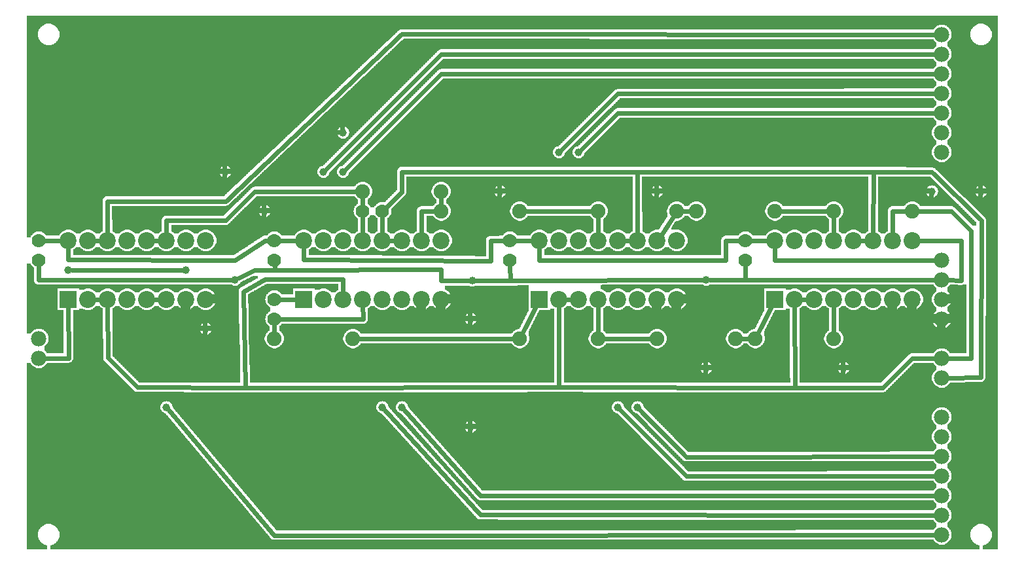
<source format=gbl>
G04 MADE WITH FRITZING*
G04 WWW.FRITZING.ORG*
G04 DOUBLE SIDED*
G04 HOLES PLATED*
G04 CONTOUR ON CENTER OF CONTOUR VECTOR*
%ASAXBY*%
%FSLAX23Y23*%
%MOIN*%
%OFA0B0*%
%SFA1.0B1.0*%
%ADD10C,0.075000*%
%ADD11C,0.070000*%
%ADD12C,0.086614*%
%ADD13C,0.078000*%
%ADD14C,0.039370*%
%ADD15R,0.086614X0.086614*%
%ADD16C,0.024000*%
%LNCOPPER0*%
G90*
G70*
G54D10*
X1341Y1790D03*
X2533Y1890D03*
X3358Y1890D03*
X2264Y1323D03*
X1059Y1325D03*
X3464Y1317D03*
X1975Y2567D03*
G54D11*
X1752Y1765D03*
X1852Y1765D03*
X2502Y1615D03*
X2502Y1515D03*
X1302Y1615D03*
X1302Y1515D03*
X3702Y1615D03*
X3702Y1515D03*
X102Y1615D03*
X102Y1515D03*
G54D10*
X1302Y1115D03*
X1702Y1115D03*
X2952Y1765D03*
X3352Y1765D03*
X2152Y1765D03*
X2552Y1765D03*
X1752Y1865D03*
X2152Y1865D03*
X3452Y1765D03*
X3852Y1765D03*
X4152Y1765D03*
X4552Y1765D03*
X3752Y1115D03*
X4152Y1115D03*
X3252Y1115D03*
X3652Y1115D03*
X2552Y1115D03*
X2952Y1115D03*
G54D11*
X1302Y1315D03*
X1302Y1215D03*
G54D12*
X252Y1315D03*
X252Y1615D03*
X352Y1315D03*
X352Y1615D03*
X452Y1315D03*
X452Y1615D03*
X552Y1315D03*
X552Y1615D03*
X652Y1315D03*
X652Y1615D03*
X752Y1315D03*
X752Y1615D03*
X852Y1315D03*
X852Y1615D03*
X952Y1315D03*
X952Y1615D03*
X1452Y1315D03*
X1452Y1615D03*
X1552Y1315D03*
X1552Y1615D03*
X1652Y1315D03*
X1652Y1615D03*
X1752Y1315D03*
X1752Y1615D03*
X1852Y1315D03*
X1852Y1615D03*
X1952Y1315D03*
X1952Y1615D03*
X2052Y1315D03*
X2052Y1615D03*
X2152Y1315D03*
X2152Y1615D03*
X2652Y1315D03*
X2652Y1615D03*
X2752Y1315D03*
X2752Y1615D03*
X2852Y1315D03*
X2852Y1615D03*
X2952Y1315D03*
X2952Y1615D03*
X3052Y1315D03*
X3052Y1615D03*
X3152Y1315D03*
X3152Y1615D03*
X3252Y1315D03*
X3252Y1615D03*
X3352Y1315D03*
X3352Y1615D03*
X3852Y1315D03*
X3852Y1615D03*
X3952Y1315D03*
X3952Y1615D03*
X4052Y1315D03*
X4052Y1615D03*
X4152Y1315D03*
X4152Y1615D03*
X4252Y1315D03*
X4252Y1615D03*
X4352Y1315D03*
X4352Y1615D03*
X4452Y1315D03*
X4452Y1615D03*
X4552Y1315D03*
X4552Y1615D03*
G54D13*
X4702Y115D03*
X4702Y215D03*
X4702Y315D03*
X4702Y415D03*
X4702Y515D03*
X4702Y615D03*
X4702Y715D03*
X4702Y2665D03*
X4702Y2565D03*
X4702Y2465D03*
X4702Y2365D03*
X4702Y2265D03*
X4702Y2165D03*
X4702Y2065D03*
X4702Y1015D03*
X4702Y915D03*
X102Y1115D03*
X102Y1015D03*
X4702Y1515D03*
X4702Y1415D03*
X4702Y1315D03*
X4702Y1215D03*
G54D14*
X1552Y1965D03*
X1652Y1965D03*
X2852Y2065D03*
X2752Y2065D03*
X1252Y1765D03*
X2452Y1865D03*
X1052Y1965D03*
X3252Y1865D03*
X4652Y1865D03*
X4902Y1865D03*
X1102Y1415D03*
X2309Y1411D03*
X3502Y1415D03*
X252Y1465D03*
X852Y1465D03*
X752Y765D03*
X952Y1165D03*
X2302Y1215D03*
X3502Y965D03*
X4202Y965D03*
X3152Y765D03*
X3052Y765D03*
X1952Y765D03*
X1852Y765D03*
X2302Y665D03*
X1652Y2165D03*
G54D15*
X252Y1315D03*
X1452Y1315D03*
X2652Y1315D03*
X3852Y1315D03*
G54D16*
X3399Y414D02*
X3065Y752D01*
D02*
X4672Y415D02*
X3399Y414D01*
D02*
X3052Y2364D02*
X2765Y2079D01*
D02*
X4672Y2365D02*
X3052Y2364D01*
D02*
X1302Y113D02*
X764Y751D01*
D02*
X4672Y115D02*
X1302Y113D01*
D02*
X2580Y1765D02*
X2923Y1765D01*
D02*
X3423Y1765D02*
X3380Y1765D01*
D02*
X3880Y1765D02*
X4123Y1765D01*
D02*
X4452Y1640D02*
X4451Y1766D01*
D02*
X4451Y1766D02*
X4523Y1765D01*
D02*
X2051Y1766D02*
X2123Y1765D01*
D02*
X2052Y1640D02*
X2051Y1766D01*
D02*
X1328Y1315D02*
X1427Y1315D01*
D02*
X1730Y1115D02*
X2523Y1115D01*
D02*
X3223Y1115D02*
X2980Y1115D01*
D02*
X3680Y1115D02*
X3723Y1115D01*
D02*
X4152Y1290D02*
X4152Y1144D01*
D02*
X2641Y1293D02*
X2565Y1141D01*
D02*
X1754Y1214D02*
X1328Y1215D01*
D02*
X1752Y1290D02*
X1754Y1214D01*
D02*
X3728Y1615D02*
X3827Y1615D01*
D02*
X2528Y1615D02*
X2627Y1615D01*
D02*
X1328Y1615D02*
X1427Y1615D01*
D02*
X128Y1615D02*
X227Y1615D01*
D02*
X3602Y1615D02*
X3602Y1515D01*
D02*
X3602Y1515D02*
X2652Y1515D01*
D02*
X2652Y1515D02*
X2652Y1590D01*
D02*
X3676Y1615D02*
X3602Y1615D01*
D02*
X2403Y1614D02*
X2403Y1512D01*
D02*
X2403Y1512D02*
X1452Y1517D01*
D02*
X1452Y1517D02*
X1452Y1590D01*
D02*
X2476Y1615D02*
X2403Y1614D01*
D02*
X1301Y1615D02*
X1253Y1616D01*
D02*
X1101Y1516D02*
X251Y1517D01*
D02*
X1253Y1616D02*
X1101Y1516D01*
D02*
X251Y1517D02*
X252Y1590D01*
D02*
X1280Y1601D02*
X1301Y1615D01*
D02*
X3852Y1515D02*
X3852Y1590D01*
D02*
X4672Y1515D02*
X3852Y1515D01*
D02*
X4801Y1412D02*
X4801Y1614D01*
D02*
X4801Y1614D02*
X4577Y1615D01*
D02*
X4732Y1414D02*
X4801Y1412D01*
D02*
X3702Y1415D02*
X3702Y1489D01*
D02*
X4672Y1415D02*
X3702Y1415D01*
D02*
X3483Y1415D02*
X2502Y1411D01*
D02*
X2503Y1414D02*
X2502Y1489D01*
D02*
X2502Y1411D02*
X2503Y1414D01*
D02*
X3702Y1415D02*
X3521Y1415D01*
D02*
X1303Y1465D02*
X1301Y1516D01*
D02*
X2151Y1467D02*
X1303Y1465D01*
D02*
X2151Y1411D02*
X2151Y1467D01*
D02*
X1301Y1516D02*
X1279Y1528D01*
D02*
X2502Y1411D02*
X2328Y1411D01*
D02*
X2290Y1411D02*
X2151Y1411D01*
D02*
X1202Y1466D02*
X1119Y1424D01*
D02*
X1303Y1465D02*
X1202Y1466D01*
D02*
X100Y1414D02*
X101Y1489D01*
D02*
X1083Y1415D02*
X100Y1414D01*
D02*
X427Y1615D02*
X377Y1615D01*
D02*
X677Y1615D02*
X727Y1615D01*
D02*
X677Y1315D02*
X727Y1315D01*
D02*
X454Y1017D02*
X452Y1290D01*
D02*
X603Y868D02*
X454Y1017D01*
D02*
X1153Y866D02*
X603Y868D01*
D02*
X2752Y867D02*
X1153Y866D01*
D02*
X1927Y1615D02*
X1877Y1615D01*
D02*
X3150Y1966D02*
X4353Y1966D01*
D02*
X4353Y1966D02*
X4352Y1640D01*
D02*
X2827Y1315D02*
X2777Y1315D01*
D02*
X4277Y1615D02*
X4327Y1615D01*
D02*
X4027Y1315D02*
X3977Y1315D01*
D02*
X1202Y1865D02*
X1053Y1717D01*
D02*
X1053Y1717D02*
X751Y1717D01*
D02*
X1723Y1865D02*
X1202Y1865D01*
D02*
X751Y1717D02*
X752Y1640D01*
D02*
X3077Y1615D02*
X3127Y1615D01*
D02*
X1852Y1640D02*
X1852Y1739D01*
D02*
X1951Y1863D02*
X1871Y1784D01*
D02*
X1951Y1966D02*
X1951Y1863D01*
D02*
X3150Y1966D02*
X1951Y1966D01*
D02*
X2865Y2079D02*
X3052Y2266D01*
D02*
X3052Y2266D02*
X4672Y2265D01*
D02*
X2152Y2465D02*
X4672Y2465D01*
D02*
X1665Y1979D02*
X2152Y2465D01*
D02*
X2152Y2566D02*
X4672Y2565D01*
D02*
X1565Y1979D02*
X2152Y2566D01*
D02*
X2952Y1144D02*
X2952Y1290D01*
D02*
X3399Y513D02*
X3165Y752D01*
D02*
X4672Y515D02*
X3399Y513D01*
D02*
X2351Y316D02*
X1964Y751D01*
D02*
X4672Y315D02*
X2351Y316D01*
D02*
X2351Y217D02*
X1865Y751D01*
D02*
X4672Y215D02*
X2351Y217D01*
D02*
X4852Y1016D02*
X4732Y1016D01*
D02*
X4852Y1666D02*
X4852Y1016D01*
D02*
X4750Y1766D02*
X4852Y1666D01*
D02*
X4580Y1765D02*
X4750Y1766D01*
D02*
X4900Y918D02*
X4732Y916D01*
D02*
X4903Y1717D02*
X4900Y918D01*
D02*
X4652Y1964D02*
X4903Y1717D01*
D02*
X4353Y1966D02*
X4652Y1964D01*
D02*
X3953Y866D02*
X3952Y1290D01*
D02*
X4402Y866D02*
X3953Y866D01*
D02*
X4672Y1016D02*
X4552Y1016D01*
D02*
X4552Y1016D02*
X4402Y866D01*
D02*
X3953Y866D02*
X2752Y867D01*
D02*
X2752Y867D02*
X2752Y1290D01*
D02*
X427Y1315D02*
X377Y1315D01*
D02*
X1144Y1356D02*
X1254Y1417D01*
D02*
X1153Y866D02*
X1144Y1356D01*
D02*
X1254Y1417D02*
X1649Y1417D01*
D02*
X1649Y1417D02*
X1651Y1340D01*
D02*
X1951Y2668D02*
X4672Y2665D01*
D02*
X1053Y1816D02*
X1951Y2668D01*
D02*
X452Y1640D02*
X450Y1816D01*
D02*
X450Y1816D02*
X1053Y1816D01*
D02*
X3152Y1640D02*
X3150Y1966D01*
D02*
X833Y1465D02*
X271Y1465D01*
D02*
X1752Y1791D02*
X1752Y1837D01*
D02*
X2152Y1794D02*
X2152Y1837D01*
D02*
X253Y1016D02*
X252Y1290D01*
D02*
X132Y1016D02*
X253Y1016D01*
D02*
X1302Y1144D02*
X1302Y1189D01*
D02*
X3765Y1141D02*
X3841Y1293D01*
D02*
X4152Y1737D02*
X4152Y1640D01*
D02*
X2952Y1737D02*
X2952Y1640D01*
D02*
X3266Y1636D02*
X3336Y1741D01*
D02*
X1752Y1739D02*
X1752Y1640D01*
G36*
X4376Y1942D02*
X4376Y1898D01*
X4654Y1898D01*
X4654Y1896D01*
X4662Y1896D01*
X4662Y1894D01*
X4666Y1894D01*
X4666Y1892D01*
X4668Y1892D01*
X4668Y1890D01*
X4670Y1890D01*
X4670Y1888D01*
X4674Y1888D01*
X4674Y1884D01*
X4676Y1884D01*
X4676Y1882D01*
X4678Y1882D01*
X4678Y1880D01*
X4680Y1880D01*
X4680Y1876D01*
X4682Y1876D01*
X4682Y1870D01*
X4684Y1870D01*
X4684Y1862D01*
X4682Y1862D01*
X4682Y1856D01*
X4680Y1856D01*
X4680Y1852D01*
X4678Y1852D01*
X4678Y1848D01*
X4676Y1848D01*
X4676Y1846D01*
X4674Y1846D01*
X4674Y1844D01*
X4672Y1844D01*
X4672Y1842D01*
X4670Y1842D01*
X4670Y1840D01*
X4668Y1840D01*
X4668Y1838D01*
X4664Y1838D01*
X4664Y1836D01*
X4658Y1836D01*
X4658Y1834D01*
X4748Y1834D01*
X4748Y1836D01*
X4746Y1836D01*
X4746Y1838D01*
X4744Y1838D01*
X4744Y1840D01*
X4742Y1840D01*
X4742Y1842D01*
X4740Y1842D01*
X4740Y1844D01*
X4738Y1844D01*
X4738Y1846D01*
X4736Y1846D01*
X4736Y1848D01*
X4734Y1848D01*
X4734Y1850D01*
X4732Y1850D01*
X4732Y1852D01*
X4730Y1852D01*
X4730Y1854D01*
X4728Y1854D01*
X4728Y1856D01*
X4726Y1856D01*
X4726Y1858D01*
X4724Y1858D01*
X4724Y1860D01*
X4722Y1860D01*
X4722Y1862D01*
X4720Y1862D01*
X4720Y1864D01*
X4718Y1864D01*
X4718Y1866D01*
X4716Y1866D01*
X4716Y1868D01*
X4714Y1868D01*
X4714Y1870D01*
X4712Y1870D01*
X4712Y1872D01*
X4710Y1872D01*
X4710Y1874D01*
X4708Y1874D01*
X4708Y1876D01*
X4706Y1876D01*
X4706Y1878D01*
X4704Y1878D01*
X4704Y1880D01*
X4702Y1880D01*
X4702Y1882D01*
X4700Y1882D01*
X4700Y1884D01*
X4698Y1884D01*
X4698Y1886D01*
X4696Y1886D01*
X4696Y1888D01*
X4694Y1888D01*
X4694Y1890D01*
X4692Y1890D01*
X4692Y1892D01*
X4690Y1892D01*
X4690Y1894D01*
X4688Y1894D01*
X4688Y1896D01*
X4686Y1896D01*
X4686Y1898D01*
X4684Y1898D01*
X4684Y1900D01*
X4682Y1900D01*
X4682Y1902D01*
X4680Y1902D01*
X4680Y1904D01*
X4678Y1904D01*
X4678Y1906D01*
X4676Y1906D01*
X4676Y1908D01*
X4674Y1908D01*
X4674Y1910D01*
X4672Y1910D01*
X4672Y1912D01*
X4670Y1912D01*
X4670Y1914D01*
X4668Y1914D01*
X4668Y1916D01*
X4666Y1916D01*
X4666Y1918D01*
X4664Y1918D01*
X4664Y1920D01*
X4662Y1920D01*
X4662Y1922D01*
X4660Y1922D01*
X4660Y1924D01*
X4658Y1924D01*
X4658Y1926D01*
X4656Y1926D01*
X4656Y1928D01*
X4654Y1928D01*
X4654Y1930D01*
X4652Y1930D01*
X4652Y1932D01*
X4650Y1932D01*
X4650Y1934D01*
X4648Y1934D01*
X4648Y1936D01*
X4646Y1936D01*
X4646Y1938D01*
X4644Y1938D01*
X4644Y1940D01*
X4518Y1940D01*
X4518Y1942D01*
X4376Y1942D01*
G37*
D02*
G36*
X4376Y1898D02*
X4376Y1834D01*
X4644Y1834D01*
X4644Y1836D01*
X4640Y1836D01*
X4640Y1838D01*
X4636Y1838D01*
X4636Y1840D01*
X4634Y1840D01*
X4634Y1842D01*
X4632Y1842D01*
X4632Y1844D01*
X4630Y1844D01*
X4630Y1846D01*
X4628Y1846D01*
X4628Y1848D01*
X4626Y1848D01*
X4626Y1850D01*
X4624Y1850D01*
X4624Y1854D01*
X4622Y1854D01*
X4622Y1860D01*
X4620Y1860D01*
X4620Y1872D01*
X4622Y1872D01*
X4622Y1876D01*
X4624Y1876D01*
X4624Y1880D01*
X4626Y1880D01*
X4626Y1884D01*
X4628Y1884D01*
X4628Y1886D01*
X4630Y1886D01*
X4630Y1888D01*
X4632Y1888D01*
X4632Y1890D01*
X4636Y1890D01*
X4636Y1892D01*
X4638Y1892D01*
X4638Y1894D01*
X4642Y1894D01*
X4642Y1896D01*
X4650Y1896D01*
X4650Y1898D01*
X4376Y1898D01*
G37*
D02*
G36*
X4376Y1834D02*
X4376Y1832D01*
X4750Y1832D01*
X4750Y1834D01*
X4376Y1834D01*
G37*
D02*
G36*
X4376Y1834D02*
X4376Y1832D01*
X4750Y1832D01*
X4750Y1834D01*
X4376Y1834D01*
G37*
D02*
G36*
X4376Y1832D02*
X4376Y1814D01*
X4564Y1814D01*
X4564Y1812D01*
X4568Y1812D01*
X4568Y1810D01*
X4572Y1810D01*
X4572Y1808D01*
X4576Y1808D01*
X4576Y1806D01*
X4580Y1806D01*
X4580Y1804D01*
X4582Y1804D01*
X4582Y1802D01*
X4584Y1802D01*
X4584Y1800D01*
X4586Y1800D01*
X4586Y1798D01*
X4588Y1798D01*
X4588Y1796D01*
X4590Y1796D01*
X4590Y1794D01*
X4592Y1794D01*
X4592Y1790D01*
X4756Y1790D01*
X4756Y1788D01*
X4762Y1788D01*
X4762Y1786D01*
X4764Y1786D01*
X4764Y1784D01*
X4768Y1784D01*
X4768Y1782D01*
X4770Y1782D01*
X4770Y1780D01*
X4772Y1780D01*
X4772Y1778D01*
X4774Y1778D01*
X4774Y1776D01*
X4776Y1776D01*
X4776Y1774D01*
X4778Y1774D01*
X4778Y1772D01*
X4780Y1772D01*
X4780Y1770D01*
X4782Y1770D01*
X4782Y1768D01*
X4784Y1768D01*
X4784Y1766D01*
X4786Y1766D01*
X4786Y1764D01*
X4788Y1764D01*
X4788Y1762D01*
X4790Y1762D01*
X4790Y1760D01*
X4792Y1760D01*
X4792Y1758D01*
X4794Y1758D01*
X4794Y1756D01*
X4796Y1756D01*
X4796Y1754D01*
X4798Y1754D01*
X4798Y1752D01*
X4800Y1752D01*
X4800Y1750D01*
X4802Y1750D01*
X4802Y1748D01*
X4804Y1748D01*
X4804Y1746D01*
X4806Y1746D01*
X4806Y1744D01*
X4808Y1744D01*
X4808Y1742D01*
X4810Y1742D01*
X4810Y1740D01*
X4812Y1740D01*
X4812Y1738D01*
X4814Y1738D01*
X4814Y1736D01*
X4816Y1736D01*
X4816Y1734D01*
X4818Y1734D01*
X4818Y1732D01*
X4820Y1732D01*
X4820Y1730D01*
X4822Y1730D01*
X4822Y1728D01*
X4824Y1728D01*
X4824Y1726D01*
X4826Y1726D01*
X4826Y1724D01*
X4828Y1724D01*
X4828Y1722D01*
X4830Y1722D01*
X4830Y1720D01*
X4832Y1720D01*
X4832Y1718D01*
X4834Y1718D01*
X4834Y1716D01*
X4836Y1716D01*
X4836Y1714D01*
X4838Y1714D01*
X4838Y1712D01*
X4840Y1712D01*
X4840Y1710D01*
X4842Y1710D01*
X4842Y1708D01*
X4844Y1708D01*
X4844Y1706D01*
X4846Y1706D01*
X4846Y1704D01*
X4848Y1704D01*
X4848Y1702D01*
X4850Y1702D01*
X4850Y1700D01*
X4852Y1700D01*
X4852Y1698D01*
X4854Y1698D01*
X4854Y1696D01*
X4856Y1696D01*
X4856Y1694D01*
X4858Y1694D01*
X4858Y1692D01*
X4878Y1692D01*
X4878Y1708D01*
X4876Y1708D01*
X4876Y1710D01*
X4874Y1710D01*
X4874Y1712D01*
X4872Y1712D01*
X4872Y1714D01*
X4870Y1714D01*
X4870Y1716D01*
X4868Y1716D01*
X4868Y1718D01*
X4866Y1718D01*
X4866Y1720D01*
X4864Y1720D01*
X4864Y1722D01*
X4862Y1722D01*
X4862Y1724D01*
X4860Y1724D01*
X4860Y1726D01*
X4858Y1726D01*
X4858Y1728D01*
X4856Y1728D01*
X4856Y1730D01*
X4854Y1730D01*
X4854Y1732D01*
X4852Y1732D01*
X4852Y1734D01*
X4850Y1734D01*
X4850Y1736D01*
X4848Y1736D01*
X4848Y1738D01*
X4846Y1738D01*
X4846Y1740D01*
X4844Y1740D01*
X4844Y1742D01*
X4842Y1742D01*
X4842Y1744D01*
X4840Y1744D01*
X4840Y1746D01*
X4838Y1746D01*
X4838Y1748D01*
X4836Y1748D01*
X4836Y1750D01*
X4834Y1750D01*
X4834Y1752D01*
X4832Y1752D01*
X4832Y1754D01*
X4830Y1754D01*
X4830Y1756D01*
X4828Y1756D01*
X4828Y1758D01*
X4826Y1758D01*
X4826Y1760D01*
X4824Y1760D01*
X4824Y1762D01*
X4822Y1762D01*
X4822Y1764D01*
X4820Y1764D01*
X4820Y1766D01*
X4818Y1766D01*
X4818Y1768D01*
X4816Y1768D01*
X4816Y1770D01*
X4814Y1770D01*
X4814Y1772D01*
X4812Y1772D01*
X4812Y1774D01*
X4810Y1774D01*
X4810Y1776D01*
X4808Y1776D01*
X4808Y1778D01*
X4806Y1778D01*
X4806Y1780D01*
X4804Y1780D01*
X4804Y1782D01*
X4802Y1782D01*
X4802Y1784D01*
X4800Y1784D01*
X4800Y1786D01*
X4798Y1786D01*
X4798Y1788D01*
X4796Y1788D01*
X4796Y1790D01*
X4794Y1790D01*
X4794Y1792D01*
X4792Y1792D01*
X4792Y1794D01*
X4790Y1794D01*
X4790Y1796D01*
X4788Y1796D01*
X4788Y1798D01*
X4786Y1798D01*
X4786Y1800D01*
X4784Y1800D01*
X4784Y1802D01*
X4782Y1802D01*
X4782Y1804D01*
X4780Y1804D01*
X4780Y1806D01*
X4776Y1806D01*
X4776Y1808D01*
X4774Y1808D01*
X4774Y1810D01*
X4772Y1810D01*
X4772Y1812D01*
X4770Y1812D01*
X4770Y1814D01*
X4768Y1814D01*
X4768Y1816D01*
X4766Y1816D01*
X4766Y1818D01*
X4764Y1818D01*
X4764Y1820D01*
X4762Y1820D01*
X4762Y1822D01*
X4760Y1822D01*
X4760Y1824D01*
X4758Y1824D01*
X4758Y1826D01*
X4756Y1826D01*
X4756Y1828D01*
X4754Y1828D01*
X4754Y1830D01*
X4752Y1830D01*
X4752Y1832D01*
X4376Y1832D01*
G37*
D02*
G36*
X4376Y1814D02*
X4376Y1662D01*
X4380Y1662D01*
X4380Y1660D01*
X4382Y1660D01*
X4382Y1658D01*
X4386Y1658D01*
X4386Y1656D01*
X4388Y1656D01*
X4388Y1654D01*
X4390Y1654D01*
X4390Y1652D01*
X4392Y1652D01*
X4392Y1650D01*
X4412Y1650D01*
X4412Y1652D01*
X4414Y1652D01*
X4414Y1654D01*
X4416Y1654D01*
X4416Y1656D01*
X4418Y1656D01*
X4418Y1658D01*
X4420Y1658D01*
X4420Y1660D01*
X4424Y1660D01*
X4424Y1662D01*
X4426Y1662D01*
X4426Y1664D01*
X4428Y1664D01*
X4428Y1708D01*
X4426Y1708D01*
X4426Y1770D01*
X4428Y1770D01*
X4428Y1776D01*
X4430Y1776D01*
X4430Y1780D01*
X4432Y1780D01*
X4432Y1782D01*
X4434Y1782D01*
X4434Y1784D01*
X4436Y1784D01*
X4436Y1786D01*
X4440Y1786D01*
X4440Y1788D01*
X4444Y1788D01*
X4444Y1790D01*
X4512Y1790D01*
X4512Y1794D01*
X4514Y1794D01*
X4514Y1796D01*
X4516Y1796D01*
X4516Y1798D01*
X4518Y1798D01*
X4518Y1800D01*
X4520Y1800D01*
X4520Y1802D01*
X4522Y1802D01*
X4522Y1804D01*
X4524Y1804D01*
X4524Y1806D01*
X4528Y1806D01*
X4528Y1808D01*
X4532Y1808D01*
X4532Y1810D01*
X4534Y1810D01*
X4534Y1812D01*
X4540Y1812D01*
X4540Y1814D01*
X4376Y1814D01*
G37*
D02*
G36*
X1792Y1746D02*
X1792Y1742D01*
X1790Y1742D01*
X1790Y1740D01*
X1788Y1740D01*
X1788Y1738D01*
X1786Y1738D01*
X1786Y1734D01*
X1784Y1734D01*
X1784Y1732D01*
X1782Y1732D01*
X1782Y1730D01*
X1778Y1730D01*
X1778Y1728D01*
X1776Y1728D01*
X1776Y1662D01*
X1780Y1662D01*
X1780Y1660D01*
X1782Y1660D01*
X1782Y1658D01*
X1786Y1658D01*
X1786Y1656D01*
X1788Y1656D01*
X1788Y1654D01*
X1790Y1654D01*
X1790Y1652D01*
X1792Y1652D01*
X1792Y1650D01*
X1812Y1650D01*
X1812Y1652D01*
X1814Y1652D01*
X1814Y1654D01*
X1816Y1654D01*
X1816Y1656D01*
X1818Y1656D01*
X1818Y1658D01*
X1820Y1658D01*
X1820Y1660D01*
X1824Y1660D01*
X1824Y1662D01*
X1826Y1662D01*
X1826Y1664D01*
X1828Y1664D01*
X1828Y1728D01*
X1826Y1728D01*
X1826Y1730D01*
X1822Y1730D01*
X1822Y1732D01*
X1820Y1732D01*
X1820Y1734D01*
X1818Y1734D01*
X1818Y1736D01*
X1816Y1736D01*
X1816Y1740D01*
X1814Y1740D01*
X1814Y1742D01*
X1812Y1742D01*
X1812Y1746D01*
X1792Y1746D01*
G37*
D02*
G36*
X1212Y1842D02*
X1212Y1840D01*
X1210Y1840D01*
X1210Y1838D01*
X1208Y1838D01*
X1208Y1836D01*
X1206Y1836D01*
X1206Y1834D01*
X1204Y1834D01*
X1204Y1832D01*
X1202Y1832D01*
X1202Y1830D01*
X1200Y1830D01*
X1200Y1828D01*
X1198Y1828D01*
X1198Y1826D01*
X1196Y1826D01*
X1196Y1824D01*
X1194Y1824D01*
X1194Y1822D01*
X1192Y1822D01*
X1192Y1820D01*
X1190Y1820D01*
X1190Y1818D01*
X1188Y1818D01*
X1188Y1816D01*
X1186Y1816D01*
X1186Y1814D01*
X1184Y1814D01*
X1184Y1812D01*
X1182Y1812D01*
X1182Y1810D01*
X1180Y1810D01*
X1180Y1808D01*
X1178Y1808D01*
X1178Y1806D01*
X1176Y1806D01*
X1176Y1804D01*
X1174Y1804D01*
X1174Y1802D01*
X1172Y1802D01*
X1172Y1800D01*
X1170Y1800D01*
X1170Y1798D01*
X1254Y1798D01*
X1254Y1796D01*
X1262Y1796D01*
X1262Y1794D01*
X1266Y1794D01*
X1266Y1792D01*
X1268Y1792D01*
X1268Y1790D01*
X1270Y1790D01*
X1270Y1788D01*
X1274Y1788D01*
X1274Y1784D01*
X1276Y1784D01*
X1276Y1782D01*
X1278Y1782D01*
X1278Y1780D01*
X1280Y1780D01*
X1280Y1776D01*
X1282Y1776D01*
X1282Y1770D01*
X1284Y1770D01*
X1284Y1762D01*
X1282Y1762D01*
X1282Y1756D01*
X1280Y1756D01*
X1280Y1752D01*
X1278Y1752D01*
X1278Y1748D01*
X1276Y1748D01*
X1276Y1746D01*
X1274Y1746D01*
X1274Y1744D01*
X1272Y1744D01*
X1272Y1742D01*
X1270Y1742D01*
X1270Y1740D01*
X1268Y1740D01*
X1268Y1738D01*
X1264Y1738D01*
X1264Y1736D01*
X1258Y1736D01*
X1258Y1734D01*
X1718Y1734D01*
X1718Y1736D01*
X1716Y1736D01*
X1716Y1738D01*
X1714Y1738D01*
X1714Y1742D01*
X1712Y1742D01*
X1712Y1744D01*
X1710Y1744D01*
X1710Y1748D01*
X1708Y1748D01*
X1708Y1754D01*
X1706Y1754D01*
X1706Y1762D01*
X1704Y1762D01*
X1704Y1768D01*
X1706Y1768D01*
X1706Y1778D01*
X1708Y1778D01*
X1708Y1782D01*
X1710Y1782D01*
X1710Y1786D01*
X1712Y1786D01*
X1712Y1790D01*
X1714Y1790D01*
X1714Y1792D01*
X1716Y1792D01*
X1716Y1794D01*
X1718Y1794D01*
X1718Y1796D01*
X1720Y1796D01*
X1720Y1798D01*
X1722Y1798D01*
X1722Y1800D01*
X1724Y1800D01*
X1724Y1802D01*
X1726Y1802D01*
X1726Y1804D01*
X1728Y1804D01*
X1728Y1824D01*
X1726Y1824D01*
X1726Y1826D01*
X1724Y1826D01*
X1724Y1828D01*
X1722Y1828D01*
X1722Y1830D01*
X1718Y1830D01*
X1718Y1832D01*
X1716Y1832D01*
X1716Y1836D01*
X1714Y1836D01*
X1714Y1838D01*
X1712Y1838D01*
X1712Y1840D01*
X1710Y1840D01*
X1710Y1842D01*
X1212Y1842D01*
G37*
D02*
G36*
X1168Y1798D02*
X1168Y1796D01*
X1166Y1796D01*
X1166Y1794D01*
X1164Y1794D01*
X1164Y1792D01*
X1162Y1792D01*
X1162Y1790D01*
X1160Y1790D01*
X1160Y1788D01*
X1158Y1788D01*
X1158Y1786D01*
X1154Y1786D01*
X1154Y1784D01*
X1152Y1784D01*
X1152Y1782D01*
X1150Y1782D01*
X1150Y1780D01*
X1148Y1780D01*
X1148Y1778D01*
X1146Y1778D01*
X1146Y1776D01*
X1144Y1776D01*
X1144Y1774D01*
X1142Y1774D01*
X1142Y1772D01*
X1140Y1772D01*
X1140Y1770D01*
X1138Y1770D01*
X1138Y1768D01*
X1136Y1768D01*
X1136Y1766D01*
X1134Y1766D01*
X1134Y1764D01*
X1132Y1764D01*
X1132Y1762D01*
X1130Y1762D01*
X1130Y1760D01*
X1128Y1760D01*
X1128Y1758D01*
X1126Y1758D01*
X1126Y1756D01*
X1124Y1756D01*
X1124Y1754D01*
X1122Y1754D01*
X1122Y1752D01*
X1120Y1752D01*
X1120Y1750D01*
X1118Y1750D01*
X1118Y1748D01*
X1116Y1748D01*
X1116Y1746D01*
X1114Y1746D01*
X1114Y1744D01*
X1112Y1744D01*
X1112Y1742D01*
X1110Y1742D01*
X1110Y1740D01*
X1108Y1740D01*
X1108Y1738D01*
X1106Y1738D01*
X1106Y1736D01*
X1104Y1736D01*
X1104Y1734D01*
X1244Y1734D01*
X1244Y1736D01*
X1240Y1736D01*
X1240Y1738D01*
X1236Y1738D01*
X1236Y1740D01*
X1234Y1740D01*
X1234Y1742D01*
X1232Y1742D01*
X1232Y1744D01*
X1230Y1744D01*
X1230Y1746D01*
X1228Y1746D01*
X1228Y1748D01*
X1226Y1748D01*
X1226Y1750D01*
X1224Y1750D01*
X1224Y1754D01*
X1222Y1754D01*
X1222Y1760D01*
X1220Y1760D01*
X1220Y1772D01*
X1222Y1772D01*
X1222Y1776D01*
X1224Y1776D01*
X1224Y1780D01*
X1226Y1780D01*
X1226Y1784D01*
X1228Y1784D01*
X1228Y1786D01*
X1230Y1786D01*
X1230Y1788D01*
X1232Y1788D01*
X1232Y1790D01*
X1236Y1790D01*
X1236Y1792D01*
X1238Y1792D01*
X1238Y1794D01*
X1242Y1794D01*
X1242Y1796D01*
X1250Y1796D01*
X1250Y1798D01*
X1168Y1798D01*
G37*
D02*
G36*
X1102Y1734D02*
X1102Y1732D01*
X1720Y1732D01*
X1720Y1734D01*
X1102Y1734D01*
G37*
D02*
G36*
X1102Y1734D02*
X1102Y1732D01*
X1720Y1732D01*
X1720Y1734D01*
X1102Y1734D01*
G37*
D02*
G36*
X1100Y1732D02*
X1100Y1730D01*
X1098Y1730D01*
X1098Y1728D01*
X1096Y1728D01*
X1096Y1726D01*
X1094Y1726D01*
X1094Y1724D01*
X1092Y1724D01*
X1092Y1722D01*
X1090Y1722D01*
X1090Y1720D01*
X1088Y1720D01*
X1088Y1718D01*
X1086Y1718D01*
X1086Y1716D01*
X1084Y1716D01*
X1084Y1714D01*
X1082Y1714D01*
X1082Y1712D01*
X1080Y1712D01*
X1080Y1710D01*
X1078Y1710D01*
X1078Y1708D01*
X1076Y1708D01*
X1076Y1706D01*
X1074Y1706D01*
X1074Y1704D01*
X1072Y1704D01*
X1072Y1702D01*
X1070Y1702D01*
X1070Y1700D01*
X1068Y1700D01*
X1068Y1698D01*
X1064Y1698D01*
X1064Y1696D01*
X1060Y1696D01*
X1060Y1694D01*
X776Y1694D01*
X776Y1670D01*
X1664Y1670D01*
X1664Y1668D01*
X1670Y1668D01*
X1670Y1666D01*
X1674Y1666D01*
X1674Y1664D01*
X1676Y1664D01*
X1676Y1662D01*
X1680Y1662D01*
X1680Y1660D01*
X1682Y1660D01*
X1682Y1658D01*
X1686Y1658D01*
X1686Y1656D01*
X1688Y1656D01*
X1688Y1654D01*
X1690Y1654D01*
X1690Y1652D01*
X1692Y1652D01*
X1692Y1650D01*
X1712Y1650D01*
X1712Y1652D01*
X1714Y1652D01*
X1714Y1654D01*
X1716Y1654D01*
X1716Y1656D01*
X1718Y1656D01*
X1718Y1658D01*
X1720Y1658D01*
X1720Y1660D01*
X1724Y1660D01*
X1724Y1662D01*
X1726Y1662D01*
X1726Y1664D01*
X1728Y1664D01*
X1728Y1728D01*
X1724Y1728D01*
X1724Y1730D01*
X1722Y1730D01*
X1722Y1732D01*
X1100Y1732D01*
G37*
D02*
G36*
X776Y1670D02*
X776Y1662D01*
X780Y1662D01*
X780Y1660D01*
X782Y1660D01*
X782Y1658D01*
X786Y1658D01*
X786Y1656D01*
X788Y1656D01*
X788Y1654D01*
X790Y1654D01*
X790Y1652D01*
X792Y1652D01*
X792Y1650D01*
X812Y1650D01*
X812Y1652D01*
X814Y1652D01*
X814Y1654D01*
X816Y1654D01*
X816Y1656D01*
X818Y1656D01*
X818Y1658D01*
X820Y1658D01*
X820Y1660D01*
X824Y1660D01*
X824Y1662D01*
X826Y1662D01*
X826Y1664D01*
X830Y1664D01*
X830Y1666D01*
X834Y1666D01*
X834Y1668D01*
X840Y1668D01*
X840Y1670D01*
X776Y1670D01*
G37*
D02*
G36*
X864Y1670D02*
X864Y1668D01*
X870Y1668D01*
X870Y1666D01*
X874Y1666D01*
X874Y1664D01*
X876Y1664D01*
X876Y1662D01*
X880Y1662D01*
X880Y1660D01*
X882Y1660D01*
X882Y1658D01*
X886Y1658D01*
X886Y1656D01*
X888Y1656D01*
X888Y1654D01*
X890Y1654D01*
X890Y1652D01*
X892Y1652D01*
X892Y1650D01*
X912Y1650D01*
X912Y1652D01*
X914Y1652D01*
X914Y1654D01*
X916Y1654D01*
X916Y1656D01*
X918Y1656D01*
X918Y1658D01*
X920Y1658D01*
X920Y1660D01*
X924Y1660D01*
X924Y1662D01*
X926Y1662D01*
X926Y1664D01*
X930Y1664D01*
X930Y1666D01*
X934Y1666D01*
X934Y1668D01*
X940Y1668D01*
X940Y1670D01*
X864Y1670D01*
G37*
D02*
G36*
X964Y1670D02*
X964Y1668D01*
X970Y1668D01*
X970Y1666D01*
X974Y1666D01*
X974Y1664D01*
X976Y1664D01*
X976Y1662D01*
X1312Y1662D01*
X1312Y1660D01*
X1318Y1660D01*
X1318Y1658D01*
X1322Y1658D01*
X1322Y1656D01*
X1324Y1656D01*
X1324Y1654D01*
X1328Y1654D01*
X1328Y1652D01*
X1330Y1652D01*
X1330Y1650D01*
X1332Y1650D01*
X1332Y1648D01*
X1334Y1648D01*
X1334Y1646D01*
X1336Y1646D01*
X1336Y1644D01*
X1338Y1644D01*
X1338Y1642D01*
X1340Y1642D01*
X1340Y1640D01*
X1404Y1640D01*
X1404Y1642D01*
X1406Y1642D01*
X1406Y1644D01*
X1408Y1644D01*
X1408Y1648D01*
X1410Y1648D01*
X1410Y1650D01*
X1412Y1650D01*
X1412Y1652D01*
X1414Y1652D01*
X1414Y1654D01*
X1416Y1654D01*
X1416Y1656D01*
X1418Y1656D01*
X1418Y1658D01*
X1420Y1658D01*
X1420Y1660D01*
X1424Y1660D01*
X1424Y1662D01*
X1426Y1662D01*
X1426Y1664D01*
X1430Y1664D01*
X1430Y1666D01*
X1434Y1666D01*
X1434Y1668D01*
X1440Y1668D01*
X1440Y1670D01*
X964Y1670D01*
G37*
D02*
G36*
X1464Y1670D02*
X1464Y1668D01*
X1470Y1668D01*
X1470Y1666D01*
X1474Y1666D01*
X1474Y1664D01*
X1476Y1664D01*
X1476Y1662D01*
X1480Y1662D01*
X1480Y1660D01*
X1482Y1660D01*
X1482Y1658D01*
X1486Y1658D01*
X1486Y1656D01*
X1488Y1656D01*
X1488Y1654D01*
X1490Y1654D01*
X1490Y1652D01*
X1492Y1652D01*
X1492Y1650D01*
X1512Y1650D01*
X1512Y1652D01*
X1514Y1652D01*
X1514Y1654D01*
X1516Y1654D01*
X1516Y1656D01*
X1518Y1656D01*
X1518Y1658D01*
X1520Y1658D01*
X1520Y1660D01*
X1524Y1660D01*
X1524Y1662D01*
X1526Y1662D01*
X1526Y1664D01*
X1530Y1664D01*
X1530Y1666D01*
X1534Y1666D01*
X1534Y1668D01*
X1540Y1668D01*
X1540Y1670D01*
X1464Y1670D01*
G37*
D02*
G36*
X1564Y1670D02*
X1564Y1668D01*
X1570Y1668D01*
X1570Y1666D01*
X1574Y1666D01*
X1574Y1664D01*
X1576Y1664D01*
X1576Y1662D01*
X1580Y1662D01*
X1580Y1660D01*
X1582Y1660D01*
X1582Y1658D01*
X1586Y1658D01*
X1586Y1656D01*
X1588Y1656D01*
X1588Y1654D01*
X1590Y1654D01*
X1590Y1652D01*
X1592Y1652D01*
X1592Y1650D01*
X1612Y1650D01*
X1612Y1652D01*
X1614Y1652D01*
X1614Y1654D01*
X1616Y1654D01*
X1616Y1656D01*
X1618Y1656D01*
X1618Y1658D01*
X1620Y1658D01*
X1620Y1660D01*
X1624Y1660D01*
X1624Y1662D01*
X1626Y1662D01*
X1626Y1664D01*
X1630Y1664D01*
X1630Y1666D01*
X1634Y1666D01*
X1634Y1668D01*
X1640Y1668D01*
X1640Y1670D01*
X1564Y1670D01*
G37*
D02*
G36*
X980Y1662D02*
X980Y1660D01*
X982Y1660D01*
X982Y1658D01*
X986Y1658D01*
X986Y1656D01*
X988Y1656D01*
X988Y1654D01*
X990Y1654D01*
X990Y1652D01*
X992Y1652D01*
X992Y1650D01*
X994Y1650D01*
X994Y1646D01*
X996Y1646D01*
X996Y1644D01*
X998Y1644D01*
X998Y1640D01*
X1000Y1640D01*
X1000Y1638D01*
X1002Y1638D01*
X1002Y1634D01*
X1004Y1634D01*
X1004Y1628D01*
X1006Y1628D01*
X1006Y1618D01*
X1008Y1618D01*
X1008Y1614D01*
X1006Y1614D01*
X1006Y1602D01*
X1004Y1602D01*
X1004Y1598D01*
X1002Y1598D01*
X1002Y1594D01*
X1000Y1594D01*
X1000Y1590D01*
X998Y1590D01*
X998Y1586D01*
X996Y1586D01*
X996Y1584D01*
X994Y1584D01*
X994Y1582D01*
X992Y1582D01*
X992Y1580D01*
X990Y1580D01*
X990Y1578D01*
X988Y1578D01*
X988Y1576D01*
X986Y1576D01*
X986Y1574D01*
X984Y1574D01*
X984Y1572D01*
X982Y1572D01*
X982Y1570D01*
X978Y1570D01*
X978Y1568D01*
X976Y1568D01*
X976Y1566D01*
X972Y1566D01*
X972Y1564D01*
X966Y1564D01*
X966Y1562D01*
X960Y1562D01*
X960Y1560D01*
X1126Y1560D01*
X1126Y1562D01*
X1128Y1562D01*
X1128Y1564D01*
X1132Y1564D01*
X1132Y1566D01*
X1134Y1566D01*
X1134Y1568D01*
X1138Y1568D01*
X1138Y1570D01*
X1142Y1570D01*
X1142Y1572D01*
X1144Y1572D01*
X1144Y1574D01*
X1148Y1574D01*
X1148Y1576D01*
X1150Y1576D01*
X1150Y1578D01*
X1154Y1578D01*
X1154Y1580D01*
X1156Y1580D01*
X1156Y1582D01*
X1160Y1582D01*
X1160Y1584D01*
X1162Y1584D01*
X1162Y1586D01*
X1166Y1586D01*
X1166Y1588D01*
X1168Y1588D01*
X1168Y1590D01*
X1172Y1590D01*
X1172Y1592D01*
X1174Y1592D01*
X1174Y1594D01*
X1178Y1594D01*
X1178Y1596D01*
X1180Y1596D01*
X1180Y1598D01*
X1184Y1598D01*
X1184Y1600D01*
X1186Y1600D01*
X1186Y1602D01*
X1190Y1602D01*
X1190Y1604D01*
X1192Y1604D01*
X1192Y1606D01*
X1196Y1606D01*
X1196Y1608D01*
X1198Y1608D01*
X1198Y1610D01*
X1202Y1610D01*
X1202Y1612D01*
X1204Y1612D01*
X1204Y1614D01*
X1208Y1614D01*
X1208Y1616D01*
X1212Y1616D01*
X1212Y1618D01*
X1214Y1618D01*
X1214Y1620D01*
X1218Y1620D01*
X1218Y1622D01*
X1220Y1622D01*
X1220Y1624D01*
X1224Y1624D01*
X1224Y1626D01*
X1226Y1626D01*
X1226Y1628D01*
X1230Y1628D01*
X1230Y1630D01*
X1232Y1630D01*
X1232Y1632D01*
X1236Y1632D01*
X1236Y1634D01*
X1238Y1634D01*
X1238Y1636D01*
X1242Y1636D01*
X1242Y1638D01*
X1248Y1638D01*
X1248Y1640D01*
X1264Y1640D01*
X1264Y1642D01*
X1266Y1642D01*
X1266Y1644D01*
X1268Y1644D01*
X1268Y1646D01*
X1270Y1646D01*
X1270Y1648D01*
X1272Y1648D01*
X1272Y1650D01*
X1274Y1650D01*
X1274Y1652D01*
X1276Y1652D01*
X1276Y1654D01*
X1280Y1654D01*
X1280Y1656D01*
X1282Y1656D01*
X1282Y1658D01*
X1286Y1658D01*
X1286Y1660D01*
X1292Y1660D01*
X1292Y1662D01*
X980Y1662D01*
G37*
D02*
G36*
X292Y1582D02*
X292Y1580D01*
X290Y1580D01*
X290Y1578D01*
X288Y1578D01*
X288Y1576D01*
X286Y1576D01*
X286Y1574D01*
X284Y1574D01*
X284Y1572D01*
X282Y1572D01*
X282Y1570D01*
X278Y1570D01*
X278Y1568D01*
X276Y1568D01*
X276Y1560D01*
X344Y1560D01*
X344Y1562D01*
X336Y1562D01*
X336Y1564D01*
X332Y1564D01*
X332Y1566D01*
X328Y1566D01*
X328Y1568D01*
X326Y1568D01*
X326Y1570D01*
X322Y1570D01*
X322Y1572D01*
X320Y1572D01*
X320Y1574D01*
X318Y1574D01*
X318Y1576D01*
X314Y1576D01*
X314Y1580D01*
X312Y1580D01*
X312Y1582D01*
X292Y1582D01*
G37*
D02*
G36*
X392Y1582D02*
X392Y1580D01*
X390Y1580D01*
X390Y1578D01*
X388Y1578D01*
X388Y1576D01*
X386Y1576D01*
X386Y1574D01*
X384Y1574D01*
X384Y1572D01*
X382Y1572D01*
X382Y1570D01*
X378Y1570D01*
X378Y1568D01*
X376Y1568D01*
X376Y1566D01*
X372Y1566D01*
X372Y1564D01*
X366Y1564D01*
X366Y1562D01*
X360Y1562D01*
X360Y1560D01*
X444Y1560D01*
X444Y1562D01*
X436Y1562D01*
X436Y1564D01*
X432Y1564D01*
X432Y1566D01*
X428Y1566D01*
X428Y1568D01*
X426Y1568D01*
X426Y1570D01*
X422Y1570D01*
X422Y1572D01*
X420Y1572D01*
X420Y1574D01*
X418Y1574D01*
X418Y1576D01*
X414Y1576D01*
X414Y1580D01*
X412Y1580D01*
X412Y1582D01*
X392Y1582D01*
G37*
D02*
G36*
X492Y1582D02*
X492Y1580D01*
X490Y1580D01*
X490Y1578D01*
X488Y1578D01*
X488Y1576D01*
X486Y1576D01*
X486Y1574D01*
X484Y1574D01*
X484Y1572D01*
X482Y1572D01*
X482Y1570D01*
X478Y1570D01*
X478Y1568D01*
X476Y1568D01*
X476Y1566D01*
X472Y1566D01*
X472Y1564D01*
X466Y1564D01*
X466Y1562D01*
X460Y1562D01*
X460Y1560D01*
X544Y1560D01*
X544Y1562D01*
X536Y1562D01*
X536Y1564D01*
X532Y1564D01*
X532Y1566D01*
X528Y1566D01*
X528Y1568D01*
X526Y1568D01*
X526Y1570D01*
X522Y1570D01*
X522Y1572D01*
X520Y1572D01*
X520Y1574D01*
X518Y1574D01*
X518Y1576D01*
X514Y1576D01*
X514Y1580D01*
X512Y1580D01*
X512Y1582D01*
X492Y1582D01*
G37*
D02*
G36*
X592Y1582D02*
X592Y1580D01*
X590Y1580D01*
X590Y1578D01*
X588Y1578D01*
X588Y1576D01*
X586Y1576D01*
X586Y1574D01*
X584Y1574D01*
X584Y1572D01*
X582Y1572D01*
X582Y1570D01*
X578Y1570D01*
X578Y1568D01*
X576Y1568D01*
X576Y1566D01*
X572Y1566D01*
X572Y1564D01*
X566Y1564D01*
X566Y1562D01*
X560Y1562D01*
X560Y1560D01*
X644Y1560D01*
X644Y1562D01*
X636Y1562D01*
X636Y1564D01*
X632Y1564D01*
X632Y1566D01*
X628Y1566D01*
X628Y1568D01*
X626Y1568D01*
X626Y1570D01*
X622Y1570D01*
X622Y1572D01*
X620Y1572D01*
X620Y1574D01*
X618Y1574D01*
X618Y1576D01*
X614Y1576D01*
X614Y1580D01*
X612Y1580D01*
X612Y1582D01*
X592Y1582D01*
G37*
D02*
G36*
X692Y1582D02*
X692Y1580D01*
X690Y1580D01*
X690Y1578D01*
X688Y1578D01*
X688Y1576D01*
X686Y1576D01*
X686Y1574D01*
X684Y1574D01*
X684Y1572D01*
X682Y1572D01*
X682Y1570D01*
X678Y1570D01*
X678Y1568D01*
X676Y1568D01*
X676Y1566D01*
X672Y1566D01*
X672Y1564D01*
X666Y1564D01*
X666Y1562D01*
X660Y1562D01*
X660Y1560D01*
X744Y1560D01*
X744Y1562D01*
X736Y1562D01*
X736Y1564D01*
X732Y1564D01*
X732Y1566D01*
X728Y1566D01*
X728Y1568D01*
X726Y1568D01*
X726Y1570D01*
X722Y1570D01*
X722Y1572D01*
X720Y1572D01*
X720Y1574D01*
X718Y1574D01*
X718Y1576D01*
X714Y1576D01*
X714Y1580D01*
X712Y1580D01*
X712Y1582D01*
X692Y1582D01*
G37*
D02*
G36*
X792Y1582D02*
X792Y1580D01*
X790Y1580D01*
X790Y1578D01*
X788Y1578D01*
X788Y1576D01*
X786Y1576D01*
X786Y1574D01*
X784Y1574D01*
X784Y1572D01*
X782Y1572D01*
X782Y1570D01*
X778Y1570D01*
X778Y1568D01*
X776Y1568D01*
X776Y1566D01*
X772Y1566D01*
X772Y1564D01*
X766Y1564D01*
X766Y1562D01*
X760Y1562D01*
X760Y1560D01*
X844Y1560D01*
X844Y1562D01*
X836Y1562D01*
X836Y1564D01*
X832Y1564D01*
X832Y1566D01*
X828Y1566D01*
X828Y1568D01*
X826Y1568D01*
X826Y1570D01*
X822Y1570D01*
X822Y1572D01*
X820Y1572D01*
X820Y1574D01*
X818Y1574D01*
X818Y1576D01*
X814Y1576D01*
X814Y1580D01*
X812Y1580D01*
X812Y1582D01*
X792Y1582D01*
G37*
D02*
G36*
X892Y1582D02*
X892Y1580D01*
X890Y1580D01*
X890Y1578D01*
X888Y1578D01*
X888Y1576D01*
X886Y1576D01*
X886Y1574D01*
X884Y1574D01*
X884Y1572D01*
X882Y1572D01*
X882Y1570D01*
X878Y1570D01*
X878Y1568D01*
X876Y1568D01*
X876Y1566D01*
X872Y1566D01*
X872Y1564D01*
X866Y1564D01*
X866Y1562D01*
X860Y1562D01*
X860Y1560D01*
X944Y1560D01*
X944Y1562D01*
X936Y1562D01*
X936Y1564D01*
X932Y1564D01*
X932Y1566D01*
X928Y1566D01*
X928Y1568D01*
X926Y1568D01*
X926Y1570D01*
X922Y1570D01*
X922Y1572D01*
X920Y1572D01*
X920Y1574D01*
X918Y1574D01*
X918Y1576D01*
X914Y1576D01*
X914Y1580D01*
X912Y1580D01*
X912Y1582D01*
X892Y1582D01*
G37*
D02*
G36*
X276Y1560D02*
X276Y1558D01*
X1122Y1558D01*
X1122Y1560D01*
X276Y1560D01*
G37*
D02*
G36*
X276Y1560D02*
X276Y1558D01*
X1122Y1558D01*
X1122Y1560D01*
X276Y1560D01*
G37*
D02*
G36*
X276Y1560D02*
X276Y1558D01*
X1122Y1558D01*
X1122Y1560D01*
X276Y1560D01*
G37*
D02*
G36*
X276Y1560D02*
X276Y1558D01*
X1122Y1558D01*
X1122Y1560D01*
X276Y1560D01*
G37*
D02*
G36*
X276Y1560D02*
X276Y1558D01*
X1122Y1558D01*
X1122Y1560D01*
X276Y1560D01*
G37*
D02*
G36*
X276Y1560D02*
X276Y1558D01*
X1122Y1558D01*
X1122Y1560D01*
X276Y1560D01*
G37*
D02*
G36*
X276Y1560D02*
X276Y1558D01*
X1122Y1558D01*
X1122Y1560D01*
X276Y1560D01*
G37*
D02*
G36*
X276Y1560D02*
X276Y1558D01*
X1122Y1558D01*
X1122Y1560D01*
X276Y1560D01*
G37*
D02*
G36*
X276Y1558D02*
X276Y1540D01*
X1096Y1540D01*
X1096Y1542D01*
X1098Y1542D01*
X1098Y1544D01*
X1102Y1544D01*
X1102Y1546D01*
X1104Y1546D01*
X1104Y1548D01*
X1108Y1548D01*
X1108Y1550D01*
X1110Y1550D01*
X1110Y1552D01*
X1114Y1552D01*
X1114Y1554D01*
X1116Y1554D01*
X1116Y1556D01*
X1120Y1556D01*
X1120Y1558D01*
X276Y1558D01*
G37*
D02*
G36*
X1974Y1942D02*
X1974Y1914D01*
X2164Y1914D01*
X2164Y1912D01*
X2168Y1912D01*
X2168Y1910D01*
X2172Y1910D01*
X2172Y1908D01*
X2176Y1908D01*
X2176Y1906D01*
X2180Y1906D01*
X2180Y1904D01*
X2182Y1904D01*
X2182Y1902D01*
X2184Y1902D01*
X2184Y1900D01*
X2186Y1900D01*
X2186Y1898D01*
X2454Y1898D01*
X2454Y1896D01*
X2462Y1896D01*
X2462Y1894D01*
X2466Y1894D01*
X2466Y1892D01*
X2468Y1892D01*
X2468Y1890D01*
X2470Y1890D01*
X2470Y1888D01*
X2474Y1888D01*
X2474Y1884D01*
X2476Y1884D01*
X2476Y1882D01*
X2478Y1882D01*
X2478Y1880D01*
X2480Y1880D01*
X2480Y1876D01*
X2482Y1876D01*
X2482Y1870D01*
X2484Y1870D01*
X2484Y1862D01*
X2482Y1862D01*
X2482Y1856D01*
X2480Y1856D01*
X2480Y1852D01*
X2478Y1852D01*
X2478Y1848D01*
X2476Y1848D01*
X2476Y1846D01*
X2474Y1846D01*
X2474Y1844D01*
X2472Y1844D01*
X2472Y1842D01*
X2470Y1842D01*
X2470Y1840D01*
X2468Y1840D01*
X2468Y1838D01*
X2464Y1838D01*
X2464Y1836D01*
X2458Y1836D01*
X2458Y1834D01*
X3126Y1834D01*
X3126Y1942D01*
X1974Y1942D01*
G37*
D02*
G36*
X1974Y1914D02*
X1974Y1854D01*
X1972Y1854D01*
X1972Y1850D01*
X1970Y1850D01*
X1970Y1848D01*
X1968Y1848D01*
X1968Y1846D01*
X1966Y1846D01*
X1966Y1844D01*
X1964Y1844D01*
X1964Y1842D01*
X1962Y1842D01*
X1962Y1840D01*
X1960Y1840D01*
X1960Y1838D01*
X1958Y1838D01*
X1958Y1836D01*
X1956Y1836D01*
X1956Y1834D01*
X1954Y1834D01*
X1954Y1832D01*
X1952Y1832D01*
X1952Y1830D01*
X1950Y1830D01*
X1950Y1828D01*
X1948Y1828D01*
X1948Y1826D01*
X1946Y1826D01*
X1946Y1824D01*
X1944Y1824D01*
X1944Y1822D01*
X1942Y1822D01*
X1942Y1820D01*
X1940Y1820D01*
X1940Y1818D01*
X1938Y1818D01*
X1938Y1816D01*
X1936Y1816D01*
X1936Y1814D01*
X1934Y1814D01*
X1934Y1812D01*
X1932Y1812D01*
X1932Y1810D01*
X1930Y1810D01*
X1930Y1808D01*
X1928Y1808D01*
X1928Y1806D01*
X1926Y1806D01*
X1926Y1804D01*
X1924Y1804D01*
X1924Y1802D01*
X1922Y1802D01*
X1922Y1800D01*
X1920Y1800D01*
X1920Y1798D01*
X1918Y1798D01*
X1918Y1796D01*
X1916Y1796D01*
X1916Y1794D01*
X1914Y1794D01*
X1914Y1792D01*
X1912Y1792D01*
X1912Y1790D01*
X1910Y1790D01*
X1910Y1788D01*
X1908Y1788D01*
X1908Y1786D01*
X1906Y1786D01*
X1906Y1784D01*
X1904Y1784D01*
X1904Y1782D01*
X1902Y1782D01*
X1902Y1780D01*
X1900Y1780D01*
X1900Y1778D01*
X1898Y1778D01*
X1898Y1754D01*
X1896Y1754D01*
X1896Y1748D01*
X1894Y1748D01*
X1894Y1746D01*
X1892Y1746D01*
X1892Y1742D01*
X1890Y1742D01*
X1890Y1740D01*
X1888Y1740D01*
X1888Y1736D01*
X1886Y1736D01*
X1886Y1734D01*
X1884Y1734D01*
X1884Y1732D01*
X1882Y1732D01*
X1882Y1730D01*
X1878Y1730D01*
X1878Y1728D01*
X1876Y1728D01*
X1876Y1670D01*
X1964Y1670D01*
X1964Y1668D01*
X1970Y1668D01*
X1970Y1666D01*
X1974Y1666D01*
X1974Y1664D01*
X1976Y1664D01*
X1976Y1662D01*
X1980Y1662D01*
X1980Y1660D01*
X1982Y1660D01*
X1982Y1658D01*
X1986Y1658D01*
X1986Y1656D01*
X1988Y1656D01*
X1988Y1654D01*
X1990Y1654D01*
X1990Y1652D01*
X1992Y1652D01*
X1992Y1650D01*
X2012Y1650D01*
X2012Y1652D01*
X2014Y1652D01*
X2014Y1654D01*
X2016Y1654D01*
X2016Y1656D01*
X2018Y1656D01*
X2018Y1658D01*
X2020Y1658D01*
X2020Y1660D01*
X2024Y1660D01*
X2024Y1662D01*
X2026Y1662D01*
X2026Y1664D01*
X2028Y1664D01*
X2028Y1754D01*
X2026Y1754D01*
X2026Y1766D01*
X2028Y1766D01*
X2028Y1776D01*
X2030Y1776D01*
X2030Y1780D01*
X2032Y1780D01*
X2032Y1782D01*
X2034Y1782D01*
X2034Y1784D01*
X2036Y1784D01*
X2036Y1786D01*
X2040Y1786D01*
X2040Y1788D01*
X2046Y1788D01*
X2046Y1790D01*
X2112Y1790D01*
X2112Y1794D01*
X2114Y1794D01*
X2114Y1796D01*
X2116Y1796D01*
X2116Y1798D01*
X2118Y1798D01*
X2118Y1800D01*
X2120Y1800D01*
X2120Y1802D01*
X2122Y1802D01*
X2122Y1804D01*
X2124Y1804D01*
X2124Y1806D01*
X2126Y1806D01*
X2126Y1826D01*
X2124Y1826D01*
X2124Y1828D01*
X2122Y1828D01*
X2122Y1830D01*
X2118Y1830D01*
X2118Y1832D01*
X2116Y1832D01*
X2116Y1836D01*
X2114Y1836D01*
X2114Y1838D01*
X2112Y1838D01*
X2112Y1840D01*
X2110Y1840D01*
X2110Y1844D01*
X2108Y1844D01*
X2108Y1846D01*
X2106Y1846D01*
X2106Y1852D01*
X2104Y1852D01*
X2104Y1858D01*
X2102Y1858D01*
X2102Y1872D01*
X2104Y1872D01*
X2104Y1878D01*
X2106Y1878D01*
X2106Y1884D01*
X2108Y1884D01*
X2108Y1888D01*
X2110Y1888D01*
X2110Y1890D01*
X2112Y1890D01*
X2112Y1894D01*
X2114Y1894D01*
X2114Y1896D01*
X2116Y1896D01*
X2116Y1898D01*
X2118Y1898D01*
X2118Y1900D01*
X2120Y1900D01*
X2120Y1902D01*
X2122Y1902D01*
X2122Y1904D01*
X2124Y1904D01*
X2124Y1906D01*
X2128Y1906D01*
X2128Y1908D01*
X2132Y1908D01*
X2132Y1910D01*
X2134Y1910D01*
X2134Y1912D01*
X2140Y1912D01*
X2140Y1914D01*
X1974Y1914D01*
G37*
D02*
G36*
X2188Y1898D02*
X2188Y1896D01*
X2190Y1896D01*
X2190Y1894D01*
X2192Y1894D01*
X2192Y1890D01*
X2194Y1890D01*
X2194Y1886D01*
X2196Y1886D01*
X2196Y1884D01*
X2198Y1884D01*
X2198Y1878D01*
X2200Y1878D01*
X2200Y1870D01*
X2202Y1870D01*
X2202Y1860D01*
X2200Y1860D01*
X2200Y1854D01*
X2198Y1854D01*
X2198Y1848D01*
X2196Y1848D01*
X2196Y1844D01*
X2194Y1844D01*
X2194Y1840D01*
X2192Y1840D01*
X2192Y1838D01*
X2190Y1838D01*
X2190Y1836D01*
X2188Y1836D01*
X2188Y1834D01*
X2444Y1834D01*
X2444Y1836D01*
X2440Y1836D01*
X2440Y1838D01*
X2436Y1838D01*
X2436Y1840D01*
X2434Y1840D01*
X2434Y1842D01*
X2432Y1842D01*
X2432Y1844D01*
X2430Y1844D01*
X2430Y1846D01*
X2428Y1846D01*
X2428Y1848D01*
X2426Y1848D01*
X2426Y1850D01*
X2424Y1850D01*
X2424Y1854D01*
X2422Y1854D01*
X2422Y1860D01*
X2420Y1860D01*
X2420Y1872D01*
X2422Y1872D01*
X2422Y1876D01*
X2424Y1876D01*
X2424Y1880D01*
X2426Y1880D01*
X2426Y1884D01*
X2428Y1884D01*
X2428Y1886D01*
X2430Y1886D01*
X2430Y1888D01*
X2432Y1888D01*
X2432Y1890D01*
X2436Y1890D01*
X2436Y1892D01*
X2438Y1892D01*
X2438Y1894D01*
X2442Y1894D01*
X2442Y1896D01*
X2450Y1896D01*
X2450Y1898D01*
X2188Y1898D01*
G37*
D02*
G36*
X2186Y1834D02*
X2186Y1832D01*
X3126Y1832D01*
X3126Y1834D01*
X2186Y1834D01*
G37*
D02*
G36*
X2186Y1834D02*
X2186Y1832D01*
X3126Y1832D01*
X3126Y1834D01*
X2186Y1834D01*
G37*
D02*
G36*
X2184Y1832D02*
X2184Y1830D01*
X2182Y1830D01*
X2182Y1828D01*
X2180Y1828D01*
X2180Y1826D01*
X2178Y1826D01*
X2178Y1814D01*
X2964Y1814D01*
X2964Y1812D01*
X2968Y1812D01*
X2968Y1810D01*
X2972Y1810D01*
X2972Y1808D01*
X2976Y1808D01*
X2976Y1806D01*
X2980Y1806D01*
X2980Y1804D01*
X2982Y1804D01*
X2982Y1802D01*
X2984Y1802D01*
X2984Y1800D01*
X2986Y1800D01*
X2986Y1798D01*
X2988Y1798D01*
X2988Y1796D01*
X2990Y1796D01*
X2990Y1794D01*
X2992Y1794D01*
X2992Y1790D01*
X2994Y1790D01*
X2994Y1786D01*
X2996Y1786D01*
X2996Y1784D01*
X2998Y1784D01*
X2998Y1778D01*
X3000Y1778D01*
X3000Y1770D01*
X3002Y1770D01*
X3002Y1760D01*
X3000Y1760D01*
X3000Y1754D01*
X2998Y1754D01*
X2998Y1748D01*
X2996Y1748D01*
X2996Y1744D01*
X2994Y1744D01*
X2994Y1740D01*
X2992Y1740D01*
X2992Y1738D01*
X2990Y1738D01*
X2990Y1736D01*
X2988Y1736D01*
X2988Y1734D01*
X2986Y1734D01*
X2986Y1732D01*
X2984Y1732D01*
X2984Y1730D01*
X2982Y1730D01*
X2982Y1728D01*
X2980Y1728D01*
X2980Y1726D01*
X2978Y1726D01*
X2978Y1724D01*
X2976Y1724D01*
X2976Y1670D01*
X3064Y1670D01*
X3064Y1668D01*
X3070Y1668D01*
X3070Y1666D01*
X3074Y1666D01*
X3074Y1664D01*
X3076Y1664D01*
X3076Y1662D01*
X3080Y1662D01*
X3080Y1660D01*
X3082Y1660D01*
X3082Y1658D01*
X3086Y1658D01*
X3086Y1656D01*
X3088Y1656D01*
X3088Y1654D01*
X3090Y1654D01*
X3090Y1652D01*
X3092Y1652D01*
X3092Y1650D01*
X3112Y1650D01*
X3112Y1652D01*
X3114Y1652D01*
X3114Y1654D01*
X3116Y1654D01*
X3116Y1656D01*
X3118Y1656D01*
X3118Y1658D01*
X3120Y1658D01*
X3120Y1660D01*
X3124Y1660D01*
X3124Y1662D01*
X3126Y1662D01*
X3126Y1664D01*
X3128Y1664D01*
X3128Y1758D01*
X3126Y1758D01*
X3126Y1832D01*
X2184Y1832D01*
G37*
D02*
G36*
X2178Y1814D02*
X2178Y1806D01*
X2180Y1806D01*
X2180Y1804D01*
X2182Y1804D01*
X2182Y1802D01*
X2184Y1802D01*
X2184Y1800D01*
X2186Y1800D01*
X2186Y1798D01*
X2188Y1798D01*
X2188Y1796D01*
X2190Y1796D01*
X2190Y1794D01*
X2192Y1794D01*
X2192Y1790D01*
X2194Y1790D01*
X2194Y1786D01*
X2196Y1786D01*
X2196Y1784D01*
X2198Y1784D01*
X2198Y1778D01*
X2200Y1778D01*
X2200Y1770D01*
X2202Y1770D01*
X2202Y1760D01*
X2200Y1760D01*
X2200Y1754D01*
X2198Y1754D01*
X2198Y1748D01*
X2196Y1748D01*
X2196Y1744D01*
X2194Y1744D01*
X2194Y1740D01*
X2192Y1740D01*
X2192Y1738D01*
X2190Y1738D01*
X2190Y1736D01*
X2188Y1736D01*
X2188Y1734D01*
X2186Y1734D01*
X2186Y1732D01*
X2184Y1732D01*
X2184Y1730D01*
X2182Y1730D01*
X2182Y1728D01*
X2180Y1728D01*
X2180Y1726D01*
X2178Y1726D01*
X2178Y1724D01*
X2174Y1724D01*
X2174Y1722D01*
X2170Y1722D01*
X2170Y1720D01*
X2166Y1720D01*
X2166Y1718D01*
X2160Y1718D01*
X2160Y1716D01*
X2544Y1716D01*
X2544Y1718D01*
X2538Y1718D01*
X2538Y1720D01*
X2532Y1720D01*
X2532Y1722D01*
X2530Y1722D01*
X2530Y1724D01*
X2526Y1724D01*
X2526Y1726D01*
X2524Y1726D01*
X2524Y1728D01*
X2522Y1728D01*
X2522Y1730D01*
X2518Y1730D01*
X2518Y1732D01*
X2516Y1732D01*
X2516Y1736D01*
X2514Y1736D01*
X2514Y1738D01*
X2512Y1738D01*
X2512Y1740D01*
X2510Y1740D01*
X2510Y1744D01*
X2508Y1744D01*
X2508Y1746D01*
X2506Y1746D01*
X2506Y1752D01*
X2504Y1752D01*
X2504Y1758D01*
X2502Y1758D01*
X2502Y1772D01*
X2504Y1772D01*
X2504Y1778D01*
X2506Y1778D01*
X2506Y1784D01*
X2508Y1784D01*
X2508Y1788D01*
X2510Y1788D01*
X2510Y1790D01*
X2512Y1790D01*
X2512Y1794D01*
X2514Y1794D01*
X2514Y1796D01*
X2516Y1796D01*
X2516Y1798D01*
X2518Y1798D01*
X2518Y1800D01*
X2520Y1800D01*
X2520Y1802D01*
X2522Y1802D01*
X2522Y1804D01*
X2524Y1804D01*
X2524Y1806D01*
X2528Y1806D01*
X2528Y1808D01*
X2532Y1808D01*
X2532Y1810D01*
X2534Y1810D01*
X2534Y1812D01*
X2540Y1812D01*
X2540Y1814D01*
X2178Y1814D01*
G37*
D02*
G36*
X2564Y1814D02*
X2564Y1812D01*
X2568Y1812D01*
X2568Y1810D01*
X2572Y1810D01*
X2572Y1808D01*
X2576Y1808D01*
X2576Y1806D01*
X2580Y1806D01*
X2580Y1804D01*
X2582Y1804D01*
X2582Y1802D01*
X2584Y1802D01*
X2584Y1800D01*
X2586Y1800D01*
X2586Y1798D01*
X2588Y1798D01*
X2588Y1796D01*
X2590Y1796D01*
X2590Y1794D01*
X2592Y1794D01*
X2592Y1790D01*
X2912Y1790D01*
X2912Y1794D01*
X2914Y1794D01*
X2914Y1796D01*
X2916Y1796D01*
X2916Y1798D01*
X2918Y1798D01*
X2918Y1800D01*
X2920Y1800D01*
X2920Y1802D01*
X2922Y1802D01*
X2922Y1804D01*
X2924Y1804D01*
X2924Y1806D01*
X2928Y1806D01*
X2928Y1808D01*
X2932Y1808D01*
X2932Y1810D01*
X2934Y1810D01*
X2934Y1812D01*
X2940Y1812D01*
X2940Y1814D01*
X2564Y1814D01*
G37*
D02*
G36*
X2076Y1742D02*
X2076Y1716D01*
X2144Y1716D01*
X2144Y1718D01*
X2138Y1718D01*
X2138Y1720D01*
X2132Y1720D01*
X2132Y1722D01*
X2130Y1722D01*
X2130Y1724D01*
X2126Y1724D01*
X2126Y1726D01*
X2124Y1726D01*
X2124Y1728D01*
X2122Y1728D01*
X2122Y1730D01*
X2118Y1730D01*
X2118Y1732D01*
X2116Y1732D01*
X2116Y1736D01*
X2114Y1736D01*
X2114Y1738D01*
X2112Y1738D01*
X2112Y1740D01*
X2110Y1740D01*
X2110Y1742D01*
X2076Y1742D01*
G37*
D02*
G36*
X2594Y1742D02*
X2594Y1740D01*
X2592Y1740D01*
X2592Y1738D01*
X2590Y1738D01*
X2590Y1736D01*
X2588Y1736D01*
X2588Y1734D01*
X2586Y1734D01*
X2586Y1732D01*
X2584Y1732D01*
X2584Y1730D01*
X2582Y1730D01*
X2582Y1728D01*
X2580Y1728D01*
X2580Y1726D01*
X2578Y1726D01*
X2578Y1724D01*
X2574Y1724D01*
X2574Y1722D01*
X2570Y1722D01*
X2570Y1720D01*
X2566Y1720D01*
X2566Y1718D01*
X2560Y1718D01*
X2560Y1716D01*
X2928Y1716D01*
X2928Y1724D01*
X2926Y1724D01*
X2926Y1726D01*
X2924Y1726D01*
X2924Y1728D01*
X2922Y1728D01*
X2922Y1730D01*
X2918Y1730D01*
X2918Y1732D01*
X2916Y1732D01*
X2916Y1736D01*
X2914Y1736D01*
X2914Y1738D01*
X2912Y1738D01*
X2912Y1740D01*
X2910Y1740D01*
X2910Y1742D01*
X2594Y1742D01*
G37*
D02*
G36*
X2076Y1716D02*
X2076Y1714D01*
X2928Y1714D01*
X2928Y1716D01*
X2076Y1716D01*
G37*
D02*
G36*
X2076Y1716D02*
X2076Y1714D01*
X2928Y1714D01*
X2928Y1716D01*
X2076Y1716D01*
G37*
D02*
G36*
X2076Y1716D02*
X2076Y1714D01*
X2928Y1714D01*
X2928Y1716D01*
X2076Y1716D01*
G37*
D02*
G36*
X2076Y1714D02*
X2076Y1670D01*
X2864Y1670D01*
X2864Y1668D01*
X2870Y1668D01*
X2870Y1666D01*
X2874Y1666D01*
X2874Y1664D01*
X2876Y1664D01*
X2876Y1662D01*
X2880Y1662D01*
X2880Y1660D01*
X2882Y1660D01*
X2882Y1658D01*
X2886Y1658D01*
X2886Y1656D01*
X2888Y1656D01*
X2888Y1654D01*
X2890Y1654D01*
X2890Y1652D01*
X2892Y1652D01*
X2892Y1650D01*
X2912Y1650D01*
X2912Y1652D01*
X2914Y1652D01*
X2914Y1654D01*
X2916Y1654D01*
X2916Y1656D01*
X2918Y1656D01*
X2918Y1658D01*
X2920Y1658D01*
X2920Y1660D01*
X2924Y1660D01*
X2924Y1662D01*
X2926Y1662D01*
X2926Y1664D01*
X2928Y1664D01*
X2928Y1714D01*
X2076Y1714D01*
G37*
D02*
G36*
X1876Y1670D02*
X1876Y1662D01*
X1880Y1662D01*
X1880Y1660D01*
X1882Y1660D01*
X1882Y1658D01*
X1886Y1658D01*
X1886Y1656D01*
X1888Y1656D01*
X1888Y1654D01*
X1890Y1654D01*
X1890Y1652D01*
X1892Y1652D01*
X1892Y1650D01*
X1912Y1650D01*
X1912Y1652D01*
X1914Y1652D01*
X1914Y1654D01*
X1916Y1654D01*
X1916Y1656D01*
X1918Y1656D01*
X1918Y1658D01*
X1920Y1658D01*
X1920Y1660D01*
X1924Y1660D01*
X1924Y1662D01*
X1926Y1662D01*
X1926Y1664D01*
X1930Y1664D01*
X1930Y1666D01*
X1934Y1666D01*
X1934Y1668D01*
X1940Y1668D01*
X1940Y1670D01*
X1876Y1670D01*
G37*
D02*
G36*
X2076Y1670D02*
X2076Y1662D01*
X2080Y1662D01*
X2080Y1660D01*
X2082Y1660D01*
X2082Y1658D01*
X2086Y1658D01*
X2086Y1656D01*
X2088Y1656D01*
X2088Y1654D01*
X2090Y1654D01*
X2090Y1652D01*
X2092Y1652D01*
X2092Y1650D01*
X2112Y1650D01*
X2112Y1652D01*
X2114Y1652D01*
X2114Y1654D01*
X2116Y1654D01*
X2116Y1656D01*
X2118Y1656D01*
X2118Y1658D01*
X2120Y1658D01*
X2120Y1660D01*
X2124Y1660D01*
X2124Y1662D01*
X2126Y1662D01*
X2126Y1664D01*
X2130Y1664D01*
X2130Y1666D01*
X2134Y1666D01*
X2134Y1668D01*
X2140Y1668D01*
X2140Y1670D01*
X2076Y1670D01*
G37*
D02*
G36*
X2164Y1670D02*
X2164Y1668D01*
X2170Y1668D01*
X2170Y1666D01*
X2174Y1666D01*
X2174Y1664D01*
X2176Y1664D01*
X2176Y1662D01*
X2512Y1662D01*
X2512Y1660D01*
X2518Y1660D01*
X2518Y1658D01*
X2522Y1658D01*
X2522Y1656D01*
X2524Y1656D01*
X2524Y1654D01*
X2528Y1654D01*
X2528Y1652D01*
X2530Y1652D01*
X2530Y1650D01*
X2532Y1650D01*
X2532Y1648D01*
X2534Y1648D01*
X2534Y1646D01*
X2536Y1646D01*
X2536Y1644D01*
X2538Y1644D01*
X2538Y1642D01*
X2540Y1642D01*
X2540Y1640D01*
X2604Y1640D01*
X2604Y1642D01*
X2606Y1642D01*
X2606Y1644D01*
X2608Y1644D01*
X2608Y1648D01*
X2610Y1648D01*
X2610Y1650D01*
X2612Y1650D01*
X2612Y1652D01*
X2614Y1652D01*
X2614Y1654D01*
X2616Y1654D01*
X2616Y1656D01*
X2618Y1656D01*
X2618Y1658D01*
X2620Y1658D01*
X2620Y1660D01*
X2624Y1660D01*
X2624Y1662D01*
X2626Y1662D01*
X2626Y1664D01*
X2630Y1664D01*
X2630Y1666D01*
X2634Y1666D01*
X2634Y1668D01*
X2640Y1668D01*
X2640Y1670D01*
X2164Y1670D01*
G37*
D02*
G36*
X2664Y1670D02*
X2664Y1668D01*
X2670Y1668D01*
X2670Y1666D01*
X2674Y1666D01*
X2674Y1664D01*
X2676Y1664D01*
X2676Y1662D01*
X2680Y1662D01*
X2680Y1660D01*
X2682Y1660D01*
X2682Y1658D01*
X2686Y1658D01*
X2686Y1656D01*
X2688Y1656D01*
X2688Y1654D01*
X2690Y1654D01*
X2690Y1652D01*
X2692Y1652D01*
X2692Y1650D01*
X2712Y1650D01*
X2712Y1652D01*
X2714Y1652D01*
X2714Y1654D01*
X2716Y1654D01*
X2716Y1656D01*
X2718Y1656D01*
X2718Y1658D01*
X2720Y1658D01*
X2720Y1660D01*
X2724Y1660D01*
X2724Y1662D01*
X2726Y1662D01*
X2726Y1664D01*
X2730Y1664D01*
X2730Y1666D01*
X2734Y1666D01*
X2734Y1668D01*
X2740Y1668D01*
X2740Y1670D01*
X2664Y1670D01*
G37*
D02*
G36*
X2764Y1670D02*
X2764Y1668D01*
X2770Y1668D01*
X2770Y1666D01*
X2774Y1666D01*
X2774Y1664D01*
X2776Y1664D01*
X2776Y1662D01*
X2780Y1662D01*
X2780Y1660D01*
X2782Y1660D01*
X2782Y1658D01*
X2786Y1658D01*
X2786Y1656D01*
X2788Y1656D01*
X2788Y1654D01*
X2790Y1654D01*
X2790Y1652D01*
X2792Y1652D01*
X2792Y1650D01*
X2812Y1650D01*
X2812Y1652D01*
X2814Y1652D01*
X2814Y1654D01*
X2816Y1654D01*
X2816Y1656D01*
X2818Y1656D01*
X2818Y1658D01*
X2820Y1658D01*
X2820Y1660D01*
X2824Y1660D01*
X2824Y1662D01*
X2826Y1662D01*
X2826Y1664D01*
X2830Y1664D01*
X2830Y1666D01*
X2834Y1666D01*
X2834Y1668D01*
X2840Y1668D01*
X2840Y1670D01*
X2764Y1670D01*
G37*
D02*
G36*
X2976Y1670D02*
X2976Y1662D01*
X2980Y1662D01*
X2980Y1660D01*
X2982Y1660D01*
X2982Y1658D01*
X2986Y1658D01*
X2986Y1656D01*
X2988Y1656D01*
X2988Y1654D01*
X2990Y1654D01*
X2990Y1652D01*
X2992Y1652D01*
X2992Y1650D01*
X3012Y1650D01*
X3012Y1652D01*
X3014Y1652D01*
X3014Y1654D01*
X3016Y1654D01*
X3016Y1656D01*
X3018Y1656D01*
X3018Y1658D01*
X3020Y1658D01*
X3020Y1660D01*
X3024Y1660D01*
X3024Y1662D01*
X3026Y1662D01*
X3026Y1664D01*
X3030Y1664D01*
X3030Y1666D01*
X3034Y1666D01*
X3034Y1668D01*
X3040Y1668D01*
X3040Y1670D01*
X2976Y1670D01*
G37*
D02*
G36*
X2180Y1662D02*
X2180Y1660D01*
X2182Y1660D01*
X2182Y1658D01*
X2186Y1658D01*
X2186Y1656D01*
X2188Y1656D01*
X2188Y1654D01*
X2190Y1654D01*
X2190Y1652D01*
X2192Y1652D01*
X2192Y1650D01*
X2194Y1650D01*
X2194Y1646D01*
X2196Y1646D01*
X2196Y1644D01*
X2198Y1644D01*
X2198Y1640D01*
X2200Y1640D01*
X2200Y1638D01*
X2202Y1638D01*
X2202Y1634D01*
X2204Y1634D01*
X2204Y1628D01*
X2206Y1628D01*
X2206Y1618D01*
X2208Y1618D01*
X2208Y1614D01*
X2206Y1614D01*
X2206Y1602D01*
X2204Y1602D01*
X2204Y1598D01*
X2202Y1598D01*
X2202Y1594D01*
X2200Y1594D01*
X2200Y1590D01*
X2198Y1590D01*
X2198Y1586D01*
X2196Y1586D01*
X2196Y1584D01*
X2194Y1584D01*
X2194Y1582D01*
X2192Y1582D01*
X2192Y1580D01*
X2190Y1580D01*
X2190Y1578D01*
X2188Y1578D01*
X2188Y1576D01*
X2186Y1576D01*
X2186Y1574D01*
X2184Y1574D01*
X2184Y1572D01*
X2182Y1572D01*
X2182Y1570D01*
X2178Y1570D01*
X2178Y1568D01*
X2176Y1568D01*
X2176Y1566D01*
X2172Y1566D01*
X2172Y1564D01*
X2166Y1564D01*
X2166Y1562D01*
X2160Y1562D01*
X2160Y1560D01*
X2380Y1560D01*
X2380Y1624D01*
X2382Y1624D01*
X2382Y1628D01*
X2384Y1628D01*
X2384Y1630D01*
X2386Y1630D01*
X2386Y1632D01*
X2388Y1632D01*
X2388Y1634D01*
X2390Y1634D01*
X2390Y1636D01*
X2394Y1636D01*
X2394Y1638D01*
X2446Y1638D01*
X2446Y1640D01*
X2464Y1640D01*
X2464Y1642D01*
X2466Y1642D01*
X2466Y1644D01*
X2468Y1644D01*
X2468Y1646D01*
X2470Y1646D01*
X2470Y1648D01*
X2472Y1648D01*
X2472Y1650D01*
X2474Y1650D01*
X2474Y1652D01*
X2476Y1652D01*
X2476Y1654D01*
X2480Y1654D01*
X2480Y1656D01*
X2482Y1656D01*
X2482Y1658D01*
X2486Y1658D01*
X2486Y1660D01*
X2492Y1660D01*
X2492Y1662D01*
X2180Y1662D01*
G37*
D02*
G36*
X1492Y1582D02*
X1492Y1580D01*
X1490Y1580D01*
X1490Y1578D01*
X1488Y1578D01*
X1488Y1576D01*
X1486Y1576D01*
X1486Y1574D01*
X1484Y1574D01*
X1484Y1572D01*
X1482Y1572D01*
X1482Y1570D01*
X1478Y1570D01*
X1478Y1568D01*
X1476Y1568D01*
X1476Y1560D01*
X1544Y1560D01*
X1544Y1562D01*
X1536Y1562D01*
X1536Y1564D01*
X1532Y1564D01*
X1532Y1566D01*
X1528Y1566D01*
X1528Y1568D01*
X1526Y1568D01*
X1526Y1570D01*
X1522Y1570D01*
X1522Y1572D01*
X1520Y1572D01*
X1520Y1574D01*
X1518Y1574D01*
X1518Y1576D01*
X1514Y1576D01*
X1514Y1580D01*
X1512Y1580D01*
X1512Y1582D01*
X1492Y1582D01*
G37*
D02*
G36*
X1592Y1582D02*
X1592Y1580D01*
X1590Y1580D01*
X1590Y1578D01*
X1588Y1578D01*
X1588Y1576D01*
X1586Y1576D01*
X1586Y1574D01*
X1584Y1574D01*
X1584Y1572D01*
X1582Y1572D01*
X1582Y1570D01*
X1578Y1570D01*
X1578Y1568D01*
X1576Y1568D01*
X1576Y1566D01*
X1572Y1566D01*
X1572Y1564D01*
X1566Y1564D01*
X1566Y1562D01*
X1560Y1562D01*
X1560Y1560D01*
X1644Y1560D01*
X1644Y1562D01*
X1636Y1562D01*
X1636Y1564D01*
X1632Y1564D01*
X1632Y1566D01*
X1628Y1566D01*
X1628Y1568D01*
X1626Y1568D01*
X1626Y1570D01*
X1622Y1570D01*
X1622Y1572D01*
X1620Y1572D01*
X1620Y1574D01*
X1618Y1574D01*
X1618Y1576D01*
X1614Y1576D01*
X1614Y1580D01*
X1612Y1580D01*
X1612Y1582D01*
X1592Y1582D01*
G37*
D02*
G36*
X1692Y1582D02*
X1692Y1580D01*
X1690Y1580D01*
X1690Y1578D01*
X1688Y1578D01*
X1688Y1576D01*
X1686Y1576D01*
X1686Y1574D01*
X1684Y1574D01*
X1684Y1572D01*
X1682Y1572D01*
X1682Y1570D01*
X1678Y1570D01*
X1678Y1568D01*
X1676Y1568D01*
X1676Y1566D01*
X1672Y1566D01*
X1672Y1564D01*
X1666Y1564D01*
X1666Y1562D01*
X1660Y1562D01*
X1660Y1560D01*
X1744Y1560D01*
X1744Y1562D01*
X1736Y1562D01*
X1736Y1564D01*
X1732Y1564D01*
X1732Y1566D01*
X1728Y1566D01*
X1728Y1568D01*
X1726Y1568D01*
X1726Y1570D01*
X1722Y1570D01*
X1722Y1572D01*
X1720Y1572D01*
X1720Y1574D01*
X1718Y1574D01*
X1718Y1576D01*
X1714Y1576D01*
X1714Y1580D01*
X1712Y1580D01*
X1712Y1582D01*
X1692Y1582D01*
G37*
D02*
G36*
X1792Y1582D02*
X1792Y1580D01*
X1790Y1580D01*
X1790Y1578D01*
X1788Y1578D01*
X1788Y1576D01*
X1786Y1576D01*
X1786Y1574D01*
X1784Y1574D01*
X1784Y1572D01*
X1782Y1572D01*
X1782Y1570D01*
X1778Y1570D01*
X1778Y1568D01*
X1776Y1568D01*
X1776Y1566D01*
X1772Y1566D01*
X1772Y1564D01*
X1766Y1564D01*
X1766Y1562D01*
X1760Y1562D01*
X1760Y1560D01*
X1844Y1560D01*
X1844Y1562D01*
X1836Y1562D01*
X1836Y1564D01*
X1832Y1564D01*
X1832Y1566D01*
X1828Y1566D01*
X1828Y1568D01*
X1826Y1568D01*
X1826Y1570D01*
X1822Y1570D01*
X1822Y1572D01*
X1820Y1572D01*
X1820Y1574D01*
X1818Y1574D01*
X1818Y1576D01*
X1814Y1576D01*
X1814Y1580D01*
X1812Y1580D01*
X1812Y1582D01*
X1792Y1582D01*
G37*
D02*
G36*
X1892Y1582D02*
X1892Y1580D01*
X1890Y1580D01*
X1890Y1578D01*
X1888Y1578D01*
X1888Y1576D01*
X1886Y1576D01*
X1886Y1574D01*
X1884Y1574D01*
X1884Y1572D01*
X1882Y1572D01*
X1882Y1570D01*
X1878Y1570D01*
X1878Y1568D01*
X1876Y1568D01*
X1876Y1566D01*
X1872Y1566D01*
X1872Y1564D01*
X1866Y1564D01*
X1866Y1562D01*
X1860Y1562D01*
X1860Y1560D01*
X1944Y1560D01*
X1944Y1562D01*
X1936Y1562D01*
X1936Y1564D01*
X1932Y1564D01*
X1932Y1566D01*
X1928Y1566D01*
X1928Y1568D01*
X1926Y1568D01*
X1926Y1570D01*
X1922Y1570D01*
X1922Y1572D01*
X1920Y1572D01*
X1920Y1574D01*
X1918Y1574D01*
X1918Y1576D01*
X1914Y1576D01*
X1914Y1580D01*
X1912Y1580D01*
X1912Y1582D01*
X1892Y1582D01*
G37*
D02*
G36*
X1992Y1582D02*
X1992Y1580D01*
X1990Y1580D01*
X1990Y1578D01*
X1988Y1578D01*
X1988Y1576D01*
X1986Y1576D01*
X1986Y1574D01*
X1984Y1574D01*
X1984Y1572D01*
X1982Y1572D01*
X1982Y1570D01*
X1978Y1570D01*
X1978Y1568D01*
X1976Y1568D01*
X1976Y1566D01*
X1972Y1566D01*
X1972Y1564D01*
X1966Y1564D01*
X1966Y1562D01*
X1960Y1562D01*
X1960Y1560D01*
X2044Y1560D01*
X2044Y1562D01*
X2036Y1562D01*
X2036Y1564D01*
X2032Y1564D01*
X2032Y1566D01*
X2028Y1566D01*
X2028Y1568D01*
X2026Y1568D01*
X2026Y1570D01*
X2022Y1570D01*
X2022Y1572D01*
X2020Y1572D01*
X2020Y1574D01*
X2018Y1574D01*
X2018Y1576D01*
X2014Y1576D01*
X2014Y1580D01*
X2012Y1580D01*
X2012Y1582D01*
X1992Y1582D01*
G37*
D02*
G36*
X2092Y1582D02*
X2092Y1580D01*
X2090Y1580D01*
X2090Y1578D01*
X2088Y1578D01*
X2088Y1576D01*
X2086Y1576D01*
X2086Y1574D01*
X2084Y1574D01*
X2084Y1572D01*
X2082Y1572D01*
X2082Y1570D01*
X2078Y1570D01*
X2078Y1568D01*
X2076Y1568D01*
X2076Y1566D01*
X2072Y1566D01*
X2072Y1564D01*
X2066Y1564D01*
X2066Y1562D01*
X2060Y1562D01*
X2060Y1560D01*
X2144Y1560D01*
X2144Y1562D01*
X2136Y1562D01*
X2136Y1564D01*
X2132Y1564D01*
X2132Y1566D01*
X2128Y1566D01*
X2128Y1568D01*
X2126Y1568D01*
X2126Y1570D01*
X2122Y1570D01*
X2122Y1572D01*
X2120Y1572D01*
X2120Y1574D01*
X2118Y1574D01*
X2118Y1576D01*
X2114Y1576D01*
X2114Y1580D01*
X2112Y1580D01*
X2112Y1582D01*
X2092Y1582D01*
G37*
D02*
G36*
X1476Y1560D02*
X1476Y1558D01*
X2380Y1558D01*
X2380Y1560D01*
X1476Y1560D01*
G37*
D02*
G36*
X1476Y1560D02*
X1476Y1558D01*
X2380Y1558D01*
X2380Y1560D01*
X1476Y1560D01*
G37*
D02*
G36*
X1476Y1560D02*
X1476Y1558D01*
X2380Y1558D01*
X2380Y1560D01*
X1476Y1560D01*
G37*
D02*
G36*
X1476Y1560D02*
X1476Y1558D01*
X2380Y1558D01*
X2380Y1560D01*
X1476Y1560D01*
G37*
D02*
G36*
X1476Y1560D02*
X1476Y1558D01*
X2380Y1558D01*
X2380Y1560D01*
X1476Y1560D01*
G37*
D02*
G36*
X1476Y1560D02*
X1476Y1558D01*
X2380Y1558D01*
X2380Y1560D01*
X1476Y1560D01*
G37*
D02*
G36*
X1476Y1560D02*
X1476Y1558D01*
X2380Y1558D01*
X2380Y1560D01*
X1476Y1560D01*
G37*
D02*
G36*
X1476Y1560D02*
X1476Y1558D01*
X2380Y1558D01*
X2380Y1560D01*
X1476Y1560D01*
G37*
D02*
G36*
X1476Y1558D02*
X1476Y1540D01*
X1852Y1540D01*
X1852Y1538D01*
X2324Y1538D01*
X2324Y1536D01*
X2380Y1536D01*
X2380Y1558D01*
X1476Y1558D01*
G37*
D02*
G36*
X3174Y1942D02*
X3174Y1898D01*
X3254Y1898D01*
X3254Y1896D01*
X3262Y1896D01*
X3262Y1894D01*
X3266Y1894D01*
X3266Y1892D01*
X3268Y1892D01*
X3268Y1890D01*
X3270Y1890D01*
X3270Y1888D01*
X3274Y1888D01*
X3274Y1884D01*
X3276Y1884D01*
X3276Y1882D01*
X3278Y1882D01*
X3278Y1880D01*
X3280Y1880D01*
X3280Y1876D01*
X3282Y1876D01*
X3282Y1870D01*
X3284Y1870D01*
X3284Y1862D01*
X3282Y1862D01*
X3282Y1856D01*
X3280Y1856D01*
X3280Y1852D01*
X3278Y1852D01*
X3278Y1848D01*
X3276Y1848D01*
X3276Y1846D01*
X3274Y1846D01*
X3274Y1844D01*
X3272Y1844D01*
X3272Y1842D01*
X3270Y1842D01*
X3270Y1840D01*
X3268Y1840D01*
X3268Y1838D01*
X3264Y1838D01*
X3264Y1836D01*
X3258Y1836D01*
X3258Y1834D01*
X4328Y1834D01*
X4328Y1942D01*
X3174Y1942D01*
G37*
D02*
G36*
X3174Y1898D02*
X3174Y1834D01*
X3244Y1834D01*
X3244Y1836D01*
X3240Y1836D01*
X3240Y1838D01*
X3236Y1838D01*
X3236Y1840D01*
X3234Y1840D01*
X3234Y1842D01*
X3232Y1842D01*
X3232Y1844D01*
X3230Y1844D01*
X3230Y1846D01*
X3228Y1846D01*
X3228Y1848D01*
X3226Y1848D01*
X3226Y1850D01*
X3224Y1850D01*
X3224Y1854D01*
X3222Y1854D01*
X3222Y1860D01*
X3220Y1860D01*
X3220Y1872D01*
X3222Y1872D01*
X3222Y1876D01*
X3224Y1876D01*
X3224Y1880D01*
X3226Y1880D01*
X3226Y1884D01*
X3228Y1884D01*
X3228Y1886D01*
X3230Y1886D01*
X3230Y1888D01*
X3232Y1888D01*
X3232Y1890D01*
X3236Y1890D01*
X3236Y1892D01*
X3238Y1892D01*
X3238Y1894D01*
X3242Y1894D01*
X3242Y1896D01*
X3250Y1896D01*
X3250Y1898D01*
X3174Y1898D01*
G37*
D02*
G36*
X3174Y1834D02*
X3174Y1832D01*
X4328Y1832D01*
X4328Y1834D01*
X3174Y1834D01*
G37*
D02*
G36*
X3174Y1834D02*
X3174Y1832D01*
X4328Y1832D01*
X4328Y1834D01*
X3174Y1834D01*
G37*
D02*
G36*
X3174Y1832D02*
X3174Y1814D01*
X4164Y1814D01*
X4164Y1812D01*
X4168Y1812D01*
X4168Y1810D01*
X4172Y1810D01*
X4172Y1808D01*
X4176Y1808D01*
X4176Y1806D01*
X4180Y1806D01*
X4180Y1804D01*
X4182Y1804D01*
X4182Y1802D01*
X4184Y1802D01*
X4184Y1800D01*
X4186Y1800D01*
X4186Y1798D01*
X4188Y1798D01*
X4188Y1796D01*
X4190Y1796D01*
X4190Y1794D01*
X4192Y1794D01*
X4192Y1790D01*
X4194Y1790D01*
X4194Y1786D01*
X4196Y1786D01*
X4196Y1784D01*
X4198Y1784D01*
X4198Y1778D01*
X4200Y1778D01*
X4200Y1770D01*
X4202Y1770D01*
X4202Y1760D01*
X4200Y1760D01*
X4200Y1754D01*
X4198Y1754D01*
X4198Y1748D01*
X4196Y1748D01*
X4196Y1744D01*
X4194Y1744D01*
X4194Y1740D01*
X4192Y1740D01*
X4192Y1738D01*
X4190Y1738D01*
X4190Y1736D01*
X4188Y1736D01*
X4188Y1734D01*
X4186Y1734D01*
X4186Y1732D01*
X4184Y1732D01*
X4184Y1730D01*
X4182Y1730D01*
X4182Y1728D01*
X4180Y1728D01*
X4180Y1726D01*
X4178Y1726D01*
X4178Y1724D01*
X4176Y1724D01*
X4176Y1670D01*
X4264Y1670D01*
X4264Y1668D01*
X4270Y1668D01*
X4270Y1666D01*
X4274Y1666D01*
X4274Y1664D01*
X4276Y1664D01*
X4276Y1662D01*
X4280Y1662D01*
X4280Y1660D01*
X4282Y1660D01*
X4282Y1658D01*
X4286Y1658D01*
X4286Y1656D01*
X4288Y1656D01*
X4288Y1654D01*
X4290Y1654D01*
X4290Y1652D01*
X4292Y1652D01*
X4292Y1650D01*
X4312Y1650D01*
X4312Y1652D01*
X4314Y1652D01*
X4314Y1654D01*
X4316Y1654D01*
X4316Y1656D01*
X4318Y1656D01*
X4318Y1658D01*
X4320Y1658D01*
X4320Y1660D01*
X4324Y1660D01*
X4324Y1662D01*
X4326Y1662D01*
X4326Y1664D01*
X4328Y1664D01*
X4328Y1832D01*
X3174Y1832D01*
G37*
D02*
G36*
X3174Y1814D02*
X3174Y1760D01*
X3176Y1760D01*
X3176Y1662D01*
X3180Y1662D01*
X3180Y1660D01*
X3182Y1660D01*
X3182Y1658D01*
X3186Y1658D01*
X3186Y1656D01*
X3188Y1656D01*
X3188Y1654D01*
X3190Y1654D01*
X3190Y1652D01*
X3192Y1652D01*
X3192Y1650D01*
X3212Y1650D01*
X3212Y1652D01*
X3214Y1652D01*
X3214Y1654D01*
X3216Y1654D01*
X3216Y1656D01*
X3218Y1656D01*
X3218Y1658D01*
X3220Y1658D01*
X3220Y1660D01*
X3224Y1660D01*
X3224Y1662D01*
X3226Y1662D01*
X3226Y1664D01*
X3230Y1664D01*
X3230Y1666D01*
X3234Y1666D01*
X3234Y1668D01*
X3240Y1668D01*
X3240Y1670D01*
X3260Y1670D01*
X3260Y1672D01*
X3262Y1672D01*
X3262Y1676D01*
X3264Y1676D01*
X3264Y1678D01*
X3266Y1678D01*
X3266Y1682D01*
X3268Y1682D01*
X3268Y1684D01*
X3270Y1684D01*
X3270Y1688D01*
X3272Y1688D01*
X3272Y1690D01*
X3274Y1690D01*
X3274Y1694D01*
X3276Y1694D01*
X3276Y1696D01*
X3278Y1696D01*
X3278Y1700D01*
X3280Y1700D01*
X3280Y1702D01*
X3282Y1702D01*
X3282Y1706D01*
X3284Y1706D01*
X3284Y1708D01*
X3286Y1708D01*
X3286Y1712D01*
X3288Y1712D01*
X3288Y1714D01*
X3290Y1714D01*
X3290Y1718D01*
X3292Y1718D01*
X3292Y1720D01*
X3294Y1720D01*
X3294Y1724D01*
X3296Y1724D01*
X3296Y1726D01*
X3298Y1726D01*
X3298Y1730D01*
X3300Y1730D01*
X3300Y1732D01*
X3302Y1732D01*
X3302Y1736D01*
X3304Y1736D01*
X3304Y1758D01*
X3302Y1758D01*
X3302Y1772D01*
X3304Y1772D01*
X3304Y1778D01*
X3306Y1778D01*
X3306Y1784D01*
X3308Y1784D01*
X3308Y1788D01*
X3310Y1788D01*
X3310Y1790D01*
X3312Y1790D01*
X3312Y1794D01*
X3314Y1794D01*
X3314Y1796D01*
X3316Y1796D01*
X3316Y1798D01*
X3318Y1798D01*
X3318Y1800D01*
X3320Y1800D01*
X3320Y1802D01*
X3322Y1802D01*
X3322Y1804D01*
X3324Y1804D01*
X3324Y1806D01*
X3328Y1806D01*
X3328Y1808D01*
X3332Y1808D01*
X3332Y1810D01*
X3334Y1810D01*
X3334Y1812D01*
X3340Y1812D01*
X3340Y1814D01*
X3174Y1814D01*
G37*
D02*
G36*
X3364Y1814D02*
X3364Y1812D01*
X3368Y1812D01*
X3368Y1810D01*
X3372Y1810D01*
X3372Y1808D01*
X3376Y1808D01*
X3376Y1806D01*
X3380Y1806D01*
X3380Y1804D01*
X3382Y1804D01*
X3382Y1802D01*
X3384Y1802D01*
X3384Y1800D01*
X3386Y1800D01*
X3386Y1798D01*
X3388Y1798D01*
X3388Y1796D01*
X3390Y1796D01*
X3390Y1794D01*
X3392Y1794D01*
X3392Y1790D01*
X3412Y1790D01*
X3412Y1794D01*
X3414Y1794D01*
X3414Y1796D01*
X3416Y1796D01*
X3416Y1798D01*
X3418Y1798D01*
X3418Y1800D01*
X3420Y1800D01*
X3420Y1802D01*
X3422Y1802D01*
X3422Y1804D01*
X3424Y1804D01*
X3424Y1806D01*
X3428Y1806D01*
X3428Y1808D01*
X3432Y1808D01*
X3432Y1810D01*
X3434Y1810D01*
X3434Y1812D01*
X3440Y1812D01*
X3440Y1814D01*
X3364Y1814D01*
G37*
D02*
G36*
X3464Y1814D02*
X3464Y1812D01*
X3468Y1812D01*
X3468Y1810D01*
X3472Y1810D01*
X3472Y1808D01*
X3476Y1808D01*
X3476Y1806D01*
X3480Y1806D01*
X3480Y1804D01*
X3482Y1804D01*
X3482Y1802D01*
X3484Y1802D01*
X3484Y1800D01*
X3486Y1800D01*
X3486Y1798D01*
X3488Y1798D01*
X3488Y1796D01*
X3490Y1796D01*
X3490Y1794D01*
X3492Y1794D01*
X3492Y1790D01*
X3494Y1790D01*
X3494Y1786D01*
X3496Y1786D01*
X3496Y1784D01*
X3498Y1784D01*
X3498Y1778D01*
X3500Y1778D01*
X3500Y1770D01*
X3502Y1770D01*
X3502Y1760D01*
X3500Y1760D01*
X3500Y1754D01*
X3498Y1754D01*
X3498Y1748D01*
X3496Y1748D01*
X3496Y1744D01*
X3494Y1744D01*
X3494Y1740D01*
X3492Y1740D01*
X3492Y1738D01*
X3490Y1738D01*
X3490Y1736D01*
X3488Y1736D01*
X3488Y1734D01*
X3486Y1734D01*
X3486Y1732D01*
X3484Y1732D01*
X3484Y1730D01*
X3482Y1730D01*
X3482Y1728D01*
X3480Y1728D01*
X3480Y1726D01*
X3478Y1726D01*
X3478Y1724D01*
X3474Y1724D01*
X3474Y1722D01*
X3470Y1722D01*
X3470Y1720D01*
X3466Y1720D01*
X3466Y1718D01*
X3460Y1718D01*
X3460Y1716D01*
X3844Y1716D01*
X3844Y1718D01*
X3838Y1718D01*
X3838Y1720D01*
X3832Y1720D01*
X3832Y1722D01*
X3830Y1722D01*
X3830Y1724D01*
X3826Y1724D01*
X3826Y1726D01*
X3824Y1726D01*
X3824Y1728D01*
X3822Y1728D01*
X3822Y1730D01*
X3818Y1730D01*
X3818Y1732D01*
X3816Y1732D01*
X3816Y1736D01*
X3814Y1736D01*
X3814Y1738D01*
X3812Y1738D01*
X3812Y1740D01*
X3810Y1740D01*
X3810Y1744D01*
X3808Y1744D01*
X3808Y1746D01*
X3806Y1746D01*
X3806Y1752D01*
X3804Y1752D01*
X3804Y1758D01*
X3802Y1758D01*
X3802Y1772D01*
X3804Y1772D01*
X3804Y1778D01*
X3806Y1778D01*
X3806Y1784D01*
X3808Y1784D01*
X3808Y1788D01*
X3810Y1788D01*
X3810Y1790D01*
X3812Y1790D01*
X3812Y1794D01*
X3814Y1794D01*
X3814Y1796D01*
X3816Y1796D01*
X3816Y1798D01*
X3818Y1798D01*
X3818Y1800D01*
X3820Y1800D01*
X3820Y1802D01*
X3822Y1802D01*
X3822Y1804D01*
X3824Y1804D01*
X3824Y1806D01*
X3828Y1806D01*
X3828Y1808D01*
X3832Y1808D01*
X3832Y1810D01*
X3834Y1810D01*
X3834Y1812D01*
X3840Y1812D01*
X3840Y1814D01*
X3464Y1814D01*
G37*
D02*
G36*
X3864Y1814D02*
X3864Y1812D01*
X3868Y1812D01*
X3868Y1810D01*
X3872Y1810D01*
X3872Y1808D01*
X3876Y1808D01*
X3876Y1806D01*
X3880Y1806D01*
X3880Y1804D01*
X3882Y1804D01*
X3882Y1802D01*
X3884Y1802D01*
X3884Y1800D01*
X3886Y1800D01*
X3886Y1798D01*
X3888Y1798D01*
X3888Y1796D01*
X3890Y1796D01*
X3890Y1794D01*
X3892Y1794D01*
X3892Y1790D01*
X4112Y1790D01*
X4112Y1794D01*
X4114Y1794D01*
X4114Y1796D01*
X4116Y1796D01*
X4116Y1798D01*
X4118Y1798D01*
X4118Y1800D01*
X4120Y1800D01*
X4120Y1802D01*
X4122Y1802D01*
X4122Y1804D01*
X4124Y1804D01*
X4124Y1806D01*
X4128Y1806D01*
X4128Y1808D01*
X4132Y1808D01*
X4132Y1810D01*
X4134Y1810D01*
X4134Y1812D01*
X4140Y1812D01*
X4140Y1814D01*
X3864Y1814D01*
G37*
D02*
G36*
X3894Y1742D02*
X3894Y1740D01*
X3892Y1740D01*
X3892Y1738D01*
X3890Y1738D01*
X3890Y1736D01*
X3888Y1736D01*
X3888Y1734D01*
X3886Y1734D01*
X3886Y1732D01*
X3884Y1732D01*
X3884Y1730D01*
X3882Y1730D01*
X3882Y1728D01*
X3880Y1728D01*
X3880Y1726D01*
X3878Y1726D01*
X3878Y1724D01*
X3874Y1724D01*
X3874Y1722D01*
X3870Y1722D01*
X3870Y1720D01*
X3866Y1720D01*
X3866Y1718D01*
X3860Y1718D01*
X3860Y1716D01*
X4128Y1716D01*
X4128Y1724D01*
X4126Y1724D01*
X4126Y1726D01*
X4124Y1726D01*
X4124Y1728D01*
X4122Y1728D01*
X4122Y1730D01*
X4118Y1730D01*
X4118Y1732D01*
X4116Y1732D01*
X4116Y1736D01*
X4114Y1736D01*
X4114Y1738D01*
X4112Y1738D01*
X4112Y1740D01*
X4110Y1740D01*
X4110Y1742D01*
X3894Y1742D01*
G37*
D02*
G36*
X3392Y1740D02*
X3392Y1738D01*
X3390Y1738D01*
X3390Y1736D01*
X3388Y1736D01*
X3388Y1734D01*
X3386Y1734D01*
X3386Y1732D01*
X3384Y1732D01*
X3384Y1730D01*
X3382Y1730D01*
X3382Y1728D01*
X3380Y1728D01*
X3380Y1726D01*
X3378Y1726D01*
X3378Y1724D01*
X3374Y1724D01*
X3374Y1722D01*
X3370Y1722D01*
X3370Y1720D01*
X3366Y1720D01*
X3366Y1718D01*
X3360Y1718D01*
X3360Y1716D01*
X3444Y1716D01*
X3444Y1718D01*
X3438Y1718D01*
X3438Y1720D01*
X3432Y1720D01*
X3432Y1722D01*
X3430Y1722D01*
X3430Y1724D01*
X3426Y1724D01*
X3426Y1726D01*
X3424Y1726D01*
X3424Y1728D01*
X3422Y1728D01*
X3422Y1730D01*
X3418Y1730D01*
X3418Y1732D01*
X3416Y1732D01*
X3416Y1736D01*
X3414Y1736D01*
X3414Y1738D01*
X3412Y1738D01*
X3412Y1740D01*
X3392Y1740D01*
G37*
D02*
G36*
X3346Y1716D02*
X3346Y1714D01*
X4128Y1714D01*
X4128Y1716D01*
X3346Y1716D01*
G37*
D02*
G36*
X3346Y1716D02*
X3346Y1714D01*
X4128Y1714D01*
X4128Y1716D01*
X3346Y1716D01*
G37*
D02*
G36*
X3346Y1716D02*
X3346Y1714D01*
X4128Y1714D01*
X4128Y1716D01*
X3346Y1716D01*
G37*
D02*
G36*
X3346Y1714D02*
X3346Y1712D01*
X3344Y1712D01*
X3344Y1710D01*
X3342Y1710D01*
X3342Y1706D01*
X3340Y1706D01*
X3340Y1704D01*
X3338Y1704D01*
X3338Y1700D01*
X3336Y1700D01*
X3336Y1698D01*
X3334Y1698D01*
X3334Y1694D01*
X3332Y1694D01*
X3332Y1692D01*
X3330Y1692D01*
X3330Y1688D01*
X3328Y1688D01*
X3328Y1684D01*
X3326Y1684D01*
X3326Y1682D01*
X3324Y1682D01*
X3324Y1670D01*
X4064Y1670D01*
X4064Y1668D01*
X4070Y1668D01*
X4070Y1666D01*
X4074Y1666D01*
X4074Y1664D01*
X4076Y1664D01*
X4076Y1662D01*
X4080Y1662D01*
X4080Y1660D01*
X4082Y1660D01*
X4082Y1658D01*
X4086Y1658D01*
X4086Y1656D01*
X4088Y1656D01*
X4088Y1654D01*
X4090Y1654D01*
X4090Y1652D01*
X4092Y1652D01*
X4092Y1650D01*
X4112Y1650D01*
X4112Y1652D01*
X4114Y1652D01*
X4114Y1654D01*
X4116Y1654D01*
X4116Y1656D01*
X4118Y1656D01*
X4118Y1658D01*
X4120Y1658D01*
X4120Y1660D01*
X4124Y1660D01*
X4124Y1662D01*
X4126Y1662D01*
X4126Y1664D01*
X4128Y1664D01*
X4128Y1714D01*
X3346Y1714D01*
G37*
D02*
G36*
X3364Y1670D02*
X3364Y1668D01*
X3370Y1668D01*
X3370Y1666D01*
X3374Y1666D01*
X3374Y1664D01*
X3376Y1664D01*
X3376Y1662D01*
X3712Y1662D01*
X3712Y1660D01*
X3718Y1660D01*
X3718Y1658D01*
X3722Y1658D01*
X3722Y1656D01*
X3724Y1656D01*
X3724Y1654D01*
X3728Y1654D01*
X3728Y1652D01*
X3730Y1652D01*
X3730Y1650D01*
X3732Y1650D01*
X3732Y1648D01*
X3734Y1648D01*
X3734Y1646D01*
X3736Y1646D01*
X3736Y1644D01*
X3738Y1644D01*
X3738Y1642D01*
X3740Y1642D01*
X3740Y1640D01*
X3804Y1640D01*
X3804Y1642D01*
X3806Y1642D01*
X3806Y1644D01*
X3808Y1644D01*
X3808Y1648D01*
X3810Y1648D01*
X3810Y1650D01*
X3812Y1650D01*
X3812Y1652D01*
X3814Y1652D01*
X3814Y1654D01*
X3816Y1654D01*
X3816Y1656D01*
X3818Y1656D01*
X3818Y1658D01*
X3820Y1658D01*
X3820Y1660D01*
X3824Y1660D01*
X3824Y1662D01*
X3826Y1662D01*
X3826Y1664D01*
X3830Y1664D01*
X3830Y1666D01*
X3834Y1666D01*
X3834Y1668D01*
X3840Y1668D01*
X3840Y1670D01*
X3364Y1670D01*
G37*
D02*
G36*
X3864Y1670D02*
X3864Y1668D01*
X3870Y1668D01*
X3870Y1666D01*
X3874Y1666D01*
X3874Y1664D01*
X3876Y1664D01*
X3876Y1662D01*
X3880Y1662D01*
X3880Y1660D01*
X3882Y1660D01*
X3882Y1658D01*
X3886Y1658D01*
X3886Y1656D01*
X3888Y1656D01*
X3888Y1654D01*
X3890Y1654D01*
X3890Y1652D01*
X3892Y1652D01*
X3892Y1650D01*
X3912Y1650D01*
X3912Y1652D01*
X3914Y1652D01*
X3914Y1654D01*
X3916Y1654D01*
X3916Y1656D01*
X3918Y1656D01*
X3918Y1658D01*
X3920Y1658D01*
X3920Y1660D01*
X3924Y1660D01*
X3924Y1662D01*
X3926Y1662D01*
X3926Y1664D01*
X3930Y1664D01*
X3930Y1666D01*
X3934Y1666D01*
X3934Y1668D01*
X3940Y1668D01*
X3940Y1670D01*
X3864Y1670D01*
G37*
D02*
G36*
X3964Y1670D02*
X3964Y1668D01*
X3970Y1668D01*
X3970Y1666D01*
X3974Y1666D01*
X3974Y1664D01*
X3976Y1664D01*
X3976Y1662D01*
X3980Y1662D01*
X3980Y1660D01*
X3982Y1660D01*
X3982Y1658D01*
X3986Y1658D01*
X3986Y1656D01*
X3988Y1656D01*
X3988Y1654D01*
X3990Y1654D01*
X3990Y1652D01*
X3992Y1652D01*
X3992Y1650D01*
X4012Y1650D01*
X4012Y1652D01*
X4014Y1652D01*
X4014Y1654D01*
X4016Y1654D01*
X4016Y1656D01*
X4018Y1656D01*
X4018Y1658D01*
X4020Y1658D01*
X4020Y1660D01*
X4024Y1660D01*
X4024Y1662D01*
X4026Y1662D01*
X4026Y1664D01*
X4030Y1664D01*
X4030Y1666D01*
X4034Y1666D01*
X4034Y1668D01*
X4040Y1668D01*
X4040Y1670D01*
X3964Y1670D01*
G37*
D02*
G36*
X4176Y1670D02*
X4176Y1662D01*
X4180Y1662D01*
X4180Y1660D01*
X4182Y1660D01*
X4182Y1658D01*
X4186Y1658D01*
X4186Y1656D01*
X4188Y1656D01*
X4188Y1654D01*
X4190Y1654D01*
X4190Y1652D01*
X4192Y1652D01*
X4192Y1650D01*
X4212Y1650D01*
X4212Y1652D01*
X4214Y1652D01*
X4214Y1654D01*
X4216Y1654D01*
X4216Y1656D01*
X4218Y1656D01*
X4218Y1658D01*
X4220Y1658D01*
X4220Y1660D01*
X4224Y1660D01*
X4224Y1662D01*
X4226Y1662D01*
X4226Y1664D01*
X4230Y1664D01*
X4230Y1666D01*
X4234Y1666D01*
X4234Y1668D01*
X4240Y1668D01*
X4240Y1670D01*
X4176Y1670D01*
G37*
D02*
G36*
X3380Y1662D02*
X3380Y1660D01*
X3382Y1660D01*
X3382Y1658D01*
X3386Y1658D01*
X3386Y1656D01*
X3388Y1656D01*
X3388Y1654D01*
X3390Y1654D01*
X3390Y1652D01*
X3392Y1652D01*
X3392Y1650D01*
X3394Y1650D01*
X3394Y1646D01*
X3396Y1646D01*
X3396Y1644D01*
X3398Y1644D01*
X3398Y1640D01*
X3400Y1640D01*
X3400Y1638D01*
X3402Y1638D01*
X3402Y1634D01*
X3404Y1634D01*
X3404Y1628D01*
X3406Y1628D01*
X3406Y1618D01*
X3408Y1618D01*
X3408Y1614D01*
X3406Y1614D01*
X3406Y1602D01*
X3404Y1602D01*
X3404Y1598D01*
X3402Y1598D01*
X3402Y1594D01*
X3400Y1594D01*
X3400Y1590D01*
X3398Y1590D01*
X3398Y1586D01*
X3396Y1586D01*
X3396Y1584D01*
X3394Y1584D01*
X3394Y1582D01*
X3392Y1582D01*
X3392Y1580D01*
X3390Y1580D01*
X3390Y1578D01*
X3388Y1578D01*
X3388Y1576D01*
X3386Y1576D01*
X3386Y1574D01*
X3384Y1574D01*
X3384Y1572D01*
X3382Y1572D01*
X3382Y1570D01*
X3378Y1570D01*
X3378Y1568D01*
X3376Y1568D01*
X3376Y1566D01*
X3372Y1566D01*
X3372Y1564D01*
X3366Y1564D01*
X3366Y1562D01*
X3360Y1562D01*
X3360Y1560D01*
X3578Y1560D01*
X3578Y1622D01*
X3580Y1622D01*
X3580Y1628D01*
X3582Y1628D01*
X3582Y1630D01*
X3584Y1630D01*
X3584Y1632D01*
X3586Y1632D01*
X3586Y1634D01*
X3588Y1634D01*
X3588Y1636D01*
X3592Y1636D01*
X3592Y1638D01*
X3598Y1638D01*
X3598Y1640D01*
X3664Y1640D01*
X3664Y1642D01*
X3666Y1642D01*
X3666Y1644D01*
X3668Y1644D01*
X3668Y1646D01*
X3670Y1646D01*
X3670Y1648D01*
X3672Y1648D01*
X3672Y1650D01*
X3674Y1650D01*
X3674Y1652D01*
X3676Y1652D01*
X3676Y1654D01*
X3680Y1654D01*
X3680Y1656D01*
X3682Y1656D01*
X3682Y1658D01*
X3686Y1658D01*
X3686Y1660D01*
X3692Y1660D01*
X3692Y1662D01*
X3380Y1662D01*
G37*
D02*
G36*
X2692Y1582D02*
X2692Y1580D01*
X2690Y1580D01*
X2690Y1578D01*
X2688Y1578D01*
X2688Y1576D01*
X2686Y1576D01*
X2686Y1574D01*
X2684Y1574D01*
X2684Y1572D01*
X2682Y1572D01*
X2682Y1570D01*
X2678Y1570D01*
X2678Y1568D01*
X2676Y1568D01*
X2676Y1560D01*
X2744Y1560D01*
X2744Y1562D01*
X2736Y1562D01*
X2736Y1564D01*
X2732Y1564D01*
X2732Y1566D01*
X2728Y1566D01*
X2728Y1568D01*
X2726Y1568D01*
X2726Y1570D01*
X2722Y1570D01*
X2722Y1572D01*
X2720Y1572D01*
X2720Y1574D01*
X2718Y1574D01*
X2718Y1576D01*
X2714Y1576D01*
X2714Y1580D01*
X2712Y1580D01*
X2712Y1582D01*
X2692Y1582D01*
G37*
D02*
G36*
X2792Y1582D02*
X2792Y1580D01*
X2790Y1580D01*
X2790Y1578D01*
X2788Y1578D01*
X2788Y1576D01*
X2786Y1576D01*
X2786Y1574D01*
X2784Y1574D01*
X2784Y1572D01*
X2782Y1572D01*
X2782Y1570D01*
X2778Y1570D01*
X2778Y1568D01*
X2776Y1568D01*
X2776Y1566D01*
X2772Y1566D01*
X2772Y1564D01*
X2766Y1564D01*
X2766Y1562D01*
X2760Y1562D01*
X2760Y1560D01*
X2844Y1560D01*
X2844Y1562D01*
X2836Y1562D01*
X2836Y1564D01*
X2832Y1564D01*
X2832Y1566D01*
X2828Y1566D01*
X2828Y1568D01*
X2826Y1568D01*
X2826Y1570D01*
X2822Y1570D01*
X2822Y1572D01*
X2820Y1572D01*
X2820Y1574D01*
X2818Y1574D01*
X2818Y1576D01*
X2814Y1576D01*
X2814Y1580D01*
X2812Y1580D01*
X2812Y1582D01*
X2792Y1582D01*
G37*
D02*
G36*
X2892Y1582D02*
X2892Y1580D01*
X2890Y1580D01*
X2890Y1578D01*
X2888Y1578D01*
X2888Y1576D01*
X2886Y1576D01*
X2886Y1574D01*
X2884Y1574D01*
X2884Y1572D01*
X2882Y1572D01*
X2882Y1570D01*
X2878Y1570D01*
X2878Y1568D01*
X2876Y1568D01*
X2876Y1566D01*
X2872Y1566D01*
X2872Y1564D01*
X2866Y1564D01*
X2866Y1562D01*
X2860Y1562D01*
X2860Y1560D01*
X2944Y1560D01*
X2944Y1562D01*
X2936Y1562D01*
X2936Y1564D01*
X2932Y1564D01*
X2932Y1566D01*
X2928Y1566D01*
X2928Y1568D01*
X2926Y1568D01*
X2926Y1570D01*
X2922Y1570D01*
X2922Y1572D01*
X2920Y1572D01*
X2920Y1574D01*
X2918Y1574D01*
X2918Y1576D01*
X2914Y1576D01*
X2914Y1580D01*
X2912Y1580D01*
X2912Y1582D01*
X2892Y1582D01*
G37*
D02*
G36*
X2992Y1582D02*
X2992Y1580D01*
X2990Y1580D01*
X2990Y1578D01*
X2988Y1578D01*
X2988Y1576D01*
X2986Y1576D01*
X2986Y1574D01*
X2984Y1574D01*
X2984Y1572D01*
X2982Y1572D01*
X2982Y1570D01*
X2978Y1570D01*
X2978Y1568D01*
X2976Y1568D01*
X2976Y1566D01*
X2972Y1566D01*
X2972Y1564D01*
X2966Y1564D01*
X2966Y1562D01*
X2960Y1562D01*
X2960Y1560D01*
X3044Y1560D01*
X3044Y1562D01*
X3036Y1562D01*
X3036Y1564D01*
X3032Y1564D01*
X3032Y1566D01*
X3028Y1566D01*
X3028Y1568D01*
X3026Y1568D01*
X3026Y1570D01*
X3022Y1570D01*
X3022Y1572D01*
X3020Y1572D01*
X3020Y1574D01*
X3018Y1574D01*
X3018Y1576D01*
X3014Y1576D01*
X3014Y1580D01*
X3012Y1580D01*
X3012Y1582D01*
X2992Y1582D01*
G37*
D02*
G36*
X3092Y1582D02*
X3092Y1580D01*
X3090Y1580D01*
X3090Y1578D01*
X3088Y1578D01*
X3088Y1576D01*
X3086Y1576D01*
X3086Y1574D01*
X3084Y1574D01*
X3084Y1572D01*
X3082Y1572D01*
X3082Y1570D01*
X3078Y1570D01*
X3078Y1568D01*
X3076Y1568D01*
X3076Y1566D01*
X3072Y1566D01*
X3072Y1564D01*
X3066Y1564D01*
X3066Y1562D01*
X3060Y1562D01*
X3060Y1560D01*
X3144Y1560D01*
X3144Y1562D01*
X3136Y1562D01*
X3136Y1564D01*
X3132Y1564D01*
X3132Y1566D01*
X3128Y1566D01*
X3128Y1568D01*
X3126Y1568D01*
X3126Y1570D01*
X3122Y1570D01*
X3122Y1572D01*
X3120Y1572D01*
X3120Y1574D01*
X3118Y1574D01*
X3118Y1576D01*
X3114Y1576D01*
X3114Y1580D01*
X3112Y1580D01*
X3112Y1582D01*
X3092Y1582D01*
G37*
D02*
G36*
X3192Y1582D02*
X3192Y1580D01*
X3190Y1580D01*
X3190Y1578D01*
X3188Y1578D01*
X3188Y1576D01*
X3186Y1576D01*
X3186Y1574D01*
X3184Y1574D01*
X3184Y1572D01*
X3182Y1572D01*
X3182Y1570D01*
X3178Y1570D01*
X3178Y1568D01*
X3176Y1568D01*
X3176Y1566D01*
X3172Y1566D01*
X3172Y1564D01*
X3166Y1564D01*
X3166Y1562D01*
X3160Y1562D01*
X3160Y1560D01*
X3244Y1560D01*
X3244Y1562D01*
X3236Y1562D01*
X3236Y1564D01*
X3232Y1564D01*
X3232Y1566D01*
X3228Y1566D01*
X3228Y1568D01*
X3226Y1568D01*
X3226Y1570D01*
X3222Y1570D01*
X3222Y1572D01*
X3220Y1572D01*
X3220Y1574D01*
X3218Y1574D01*
X3218Y1576D01*
X3214Y1576D01*
X3214Y1580D01*
X3212Y1580D01*
X3212Y1582D01*
X3192Y1582D01*
G37*
D02*
G36*
X3292Y1582D02*
X3292Y1580D01*
X3290Y1580D01*
X3290Y1578D01*
X3288Y1578D01*
X3288Y1576D01*
X3286Y1576D01*
X3286Y1574D01*
X3284Y1574D01*
X3284Y1572D01*
X3282Y1572D01*
X3282Y1570D01*
X3278Y1570D01*
X3278Y1568D01*
X3276Y1568D01*
X3276Y1566D01*
X3272Y1566D01*
X3272Y1564D01*
X3266Y1564D01*
X3266Y1562D01*
X3260Y1562D01*
X3260Y1560D01*
X3344Y1560D01*
X3344Y1562D01*
X3336Y1562D01*
X3336Y1564D01*
X3332Y1564D01*
X3332Y1566D01*
X3328Y1566D01*
X3328Y1568D01*
X3326Y1568D01*
X3326Y1570D01*
X3322Y1570D01*
X3322Y1572D01*
X3320Y1572D01*
X3320Y1574D01*
X3318Y1574D01*
X3318Y1576D01*
X3314Y1576D01*
X3314Y1580D01*
X3312Y1580D01*
X3312Y1582D01*
X3292Y1582D01*
G37*
D02*
G36*
X2676Y1560D02*
X2676Y1558D01*
X3578Y1558D01*
X3578Y1560D01*
X2676Y1560D01*
G37*
D02*
G36*
X2676Y1560D02*
X2676Y1558D01*
X3578Y1558D01*
X3578Y1560D01*
X2676Y1560D01*
G37*
D02*
G36*
X2676Y1560D02*
X2676Y1558D01*
X3578Y1558D01*
X3578Y1560D01*
X2676Y1560D01*
G37*
D02*
G36*
X2676Y1560D02*
X2676Y1558D01*
X3578Y1558D01*
X3578Y1560D01*
X2676Y1560D01*
G37*
D02*
G36*
X2676Y1560D02*
X2676Y1558D01*
X3578Y1558D01*
X3578Y1560D01*
X2676Y1560D01*
G37*
D02*
G36*
X2676Y1560D02*
X2676Y1558D01*
X3578Y1558D01*
X3578Y1560D01*
X2676Y1560D01*
G37*
D02*
G36*
X2676Y1560D02*
X2676Y1558D01*
X3578Y1558D01*
X3578Y1560D01*
X2676Y1560D01*
G37*
D02*
G36*
X2676Y1560D02*
X2676Y1558D01*
X3578Y1558D01*
X3578Y1560D01*
X2676Y1560D01*
G37*
D02*
G36*
X2676Y1558D02*
X2676Y1540D01*
X3578Y1540D01*
X3578Y1558D01*
X2676Y1558D01*
G37*
D02*
G36*
X1260Y1394D02*
X1260Y1392D01*
X1256Y1392D01*
X1256Y1390D01*
X1252Y1390D01*
X1252Y1388D01*
X1250Y1388D01*
X1250Y1386D01*
X1246Y1386D01*
X1246Y1384D01*
X1242Y1384D01*
X1242Y1382D01*
X1238Y1382D01*
X1238Y1380D01*
X1234Y1380D01*
X1234Y1378D01*
X1232Y1378D01*
X1232Y1376D01*
X1228Y1376D01*
X1228Y1374D01*
X1224Y1374D01*
X1224Y1372D01*
X1220Y1372D01*
X1220Y1370D01*
X1564Y1370D01*
X1564Y1368D01*
X1570Y1368D01*
X1570Y1366D01*
X1574Y1366D01*
X1574Y1364D01*
X1576Y1364D01*
X1576Y1362D01*
X1580Y1362D01*
X1580Y1360D01*
X1582Y1360D01*
X1582Y1358D01*
X1586Y1358D01*
X1586Y1356D01*
X1588Y1356D01*
X1588Y1354D01*
X1590Y1354D01*
X1590Y1352D01*
X1592Y1352D01*
X1592Y1350D01*
X1612Y1350D01*
X1612Y1352D01*
X1614Y1352D01*
X1614Y1354D01*
X1616Y1354D01*
X1616Y1356D01*
X1618Y1356D01*
X1618Y1358D01*
X1620Y1358D01*
X1620Y1360D01*
X1624Y1360D01*
X1624Y1362D01*
X1626Y1362D01*
X1626Y1394D01*
X1260Y1394D01*
G37*
D02*
G36*
X2542Y1388D02*
X2542Y1386D01*
X2326Y1386D01*
X2326Y1384D01*
X2322Y1384D01*
X2322Y1382D01*
X2318Y1382D01*
X2318Y1380D01*
X2596Y1380D01*
X2596Y1388D01*
X2542Y1388D01*
G37*
D02*
G36*
X2170Y1386D02*
X2170Y1380D01*
X2300Y1380D01*
X2300Y1382D01*
X2296Y1382D01*
X2296Y1384D01*
X2292Y1384D01*
X2292Y1386D01*
X2170Y1386D01*
G37*
D02*
G36*
X2170Y1380D02*
X2170Y1378D01*
X2596Y1378D01*
X2596Y1380D01*
X2170Y1380D01*
G37*
D02*
G36*
X2170Y1380D02*
X2170Y1378D01*
X2596Y1378D01*
X2596Y1380D01*
X2170Y1380D01*
G37*
D02*
G36*
X2170Y1378D02*
X2170Y1366D01*
X2174Y1366D01*
X2174Y1364D01*
X2176Y1364D01*
X2176Y1362D01*
X2180Y1362D01*
X2180Y1360D01*
X2182Y1360D01*
X2182Y1358D01*
X2186Y1358D01*
X2186Y1356D01*
X2188Y1356D01*
X2188Y1354D01*
X2190Y1354D01*
X2190Y1352D01*
X2192Y1352D01*
X2192Y1350D01*
X2194Y1350D01*
X2194Y1346D01*
X2196Y1346D01*
X2196Y1344D01*
X2198Y1344D01*
X2198Y1340D01*
X2200Y1340D01*
X2200Y1338D01*
X2202Y1338D01*
X2202Y1334D01*
X2204Y1334D01*
X2204Y1328D01*
X2206Y1328D01*
X2206Y1318D01*
X2208Y1318D01*
X2208Y1314D01*
X2206Y1314D01*
X2206Y1302D01*
X2204Y1302D01*
X2204Y1298D01*
X2202Y1298D01*
X2202Y1294D01*
X2200Y1294D01*
X2200Y1290D01*
X2198Y1290D01*
X2198Y1286D01*
X2196Y1286D01*
X2196Y1284D01*
X2194Y1284D01*
X2194Y1282D01*
X2192Y1282D01*
X2192Y1280D01*
X2190Y1280D01*
X2190Y1278D01*
X2188Y1278D01*
X2188Y1276D01*
X2186Y1276D01*
X2186Y1274D01*
X2184Y1274D01*
X2184Y1272D01*
X2182Y1272D01*
X2182Y1270D01*
X2178Y1270D01*
X2178Y1268D01*
X2176Y1268D01*
X2176Y1266D01*
X2172Y1266D01*
X2172Y1264D01*
X2166Y1264D01*
X2166Y1262D01*
X2160Y1262D01*
X2160Y1260D01*
X2596Y1260D01*
X2596Y1378D01*
X2170Y1378D01*
G37*
D02*
G36*
X1216Y1370D02*
X1216Y1368D01*
X1214Y1368D01*
X1214Y1366D01*
X1210Y1366D01*
X1210Y1364D01*
X1206Y1364D01*
X1206Y1362D01*
X1312Y1362D01*
X1312Y1360D01*
X1318Y1360D01*
X1318Y1358D01*
X1322Y1358D01*
X1322Y1356D01*
X1324Y1356D01*
X1324Y1354D01*
X1328Y1354D01*
X1328Y1352D01*
X1330Y1352D01*
X1330Y1350D01*
X1332Y1350D01*
X1332Y1348D01*
X1334Y1348D01*
X1334Y1346D01*
X1336Y1346D01*
X1336Y1344D01*
X1338Y1344D01*
X1338Y1342D01*
X1340Y1342D01*
X1340Y1340D01*
X1396Y1340D01*
X1396Y1370D01*
X1216Y1370D01*
G37*
D02*
G36*
X1508Y1370D02*
X1508Y1364D01*
X1530Y1364D01*
X1530Y1366D01*
X1534Y1366D01*
X1534Y1368D01*
X1540Y1368D01*
X1540Y1370D01*
X1508Y1370D01*
G37*
D02*
G36*
X1202Y1362D02*
X1202Y1360D01*
X1198Y1360D01*
X1198Y1358D01*
X1196Y1358D01*
X1196Y1356D01*
X1192Y1356D01*
X1192Y1354D01*
X1188Y1354D01*
X1188Y1352D01*
X1184Y1352D01*
X1184Y1350D01*
X1182Y1350D01*
X1182Y1348D01*
X1178Y1348D01*
X1178Y1346D01*
X1174Y1346D01*
X1174Y1344D01*
X1170Y1344D01*
X1170Y1342D01*
X1168Y1342D01*
X1168Y1294D01*
X1170Y1294D01*
X1170Y1190D01*
X1172Y1190D01*
X1172Y1086D01*
X1174Y1086D01*
X1174Y1066D01*
X1294Y1066D01*
X1294Y1068D01*
X1288Y1068D01*
X1288Y1070D01*
X1282Y1070D01*
X1282Y1072D01*
X1280Y1072D01*
X1280Y1074D01*
X1276Y1074D01*
X1276Y1076D01*
X1274Y1076D01*
X1274Y1078D01*
X1272Y1078D01*
X1272Y1080D01*
X1268Y1080D01*
X1268Y1082D01*
X1266Y1082D01*
X1266Y1086D01*
X1264Y1086D01*
X1264Y1088D01*
X1262Y1088D01*
X1262Y1090D01*
X1260Y1090D01*
X1260Y1094D01*
X1258Y1094D01*
X1258Y1096D01*
X1256Y1096D01*
X1256Y1102D01*
X1254Y1102D01*
X1254Y1108D01*
X1252Y1108D01*
X1252Y1122D01*
X1254Y1122D01*
X1254Y1128D01*
X1256Y1128D01*
X1256Y1134D01*
X1258Y1134D01*
X1258Y1138D01*
X1260Y1138D01*
X1260Y1140D01*
X1262Y1140D01*
X1262Y1144D01*
X1264Y1144D01*
X1264Y1146D01*
X1266Y1146D01*
X1266Y1148D01*
X1268Y1148D01*
X1268Y1150D01*
X1270Y1150D01*
X1270Y1152D01*
X1272Y1152D01*
X1272Y1154D01*
X1274Y1154D01*
X1274Y1156D01*
X1278Y1156D01*
X1278Y1178D01*
X1274Y1178D01*
X1274Y1180D01*
X1272Y1180D01*
X1272Y1182D01*
X1270Y1182D01*
X1270Y1184D01*
X1268Y1184D01*
X1268Y1186D01*
X1266Y1186D01*
X1266Y1188D01*
X1264Y1188D01*
X1264Y1192D01*
X1262Y1192D01*
X1262Y1194D01*
X1260Y1194D01*
X1260Y1198D01*
X1258Y1198D01*
X1258Y1204D01*
X1256Y1204D01*
X1256Y1212D01*
X1254Y1212D01*
X1254Y1218D01*
X1256Y1218D01*
X1256Y1226D01*
X1258Y1226D01*
X1258Y1232D01*
X1260Y1232D01*
X1260Y1236D01*
X1262Y1236D01*
X1262Y1240D01*
X1264Y1240D01*
X1264Y1242D01*
X1266Y1242D01*
X1266Y1244D01*
X1268Y1244D01*
X1268Y1246D01*
X1270Y1246D01*
X1270Y1248D01*
X1272Y1248D01*
X1272Y1250D01*
X1274Y1250D01*
X1274Y1252D01*
X1276Y1252D01*
X1276Y1254D01*
X1280Y1254D01*
X1280Y1276D01*
X1278Y1276D01*
X1278Y1278D01*
X1274Y1278D01*
X1274Y1280D01*
X1272Y1280D01*
X1272Y1282D01*
X1270Y1282D01*
X1270Y1284D01*
X1268Y1284D01*
X1268Y1286D01*
X1266Y1286D01*
X1266Y1288D01*
X1264Y1288D01*
X1264Y1292D01*
X1262Y1292D01*
X1262Y1294D01*
X1260Y1294D01*
X1260Y1298D01*
X1258Y1298D01*
X1258Y1304D01*
X1256Y1304D01*
X1256Y1312D01*
X1254Y1312D01*
X1254Y1318D01*
X1256Y1318D01*
X1256Y1328D01*
X1258Y1328D01*
X1258Y1332D01*
X1260Y1332D01*
X1260Y1336D01*
X1262Y1336D01*
X1262Y1340D01*
X1264Y1340D01*
X1264Y1342D01*
X1266Y1342D01*
X1266Y1344D01*
X1268Y1344D01*
X1268Y1346D01*
X1270Y1346D01*
X1270Y1348D01*
X1272Y1348D01*
X1272Y1350D01*
X1274Y1350D01*
X1274Y1352D01*
X1276Y1352D01*
X1276Y1354D01*
X1280Y1354D01*
X1280Y1356D01*
X1282Y1356D01*
X1282Y1358D01*
X1286Y1358D01*
X1286Y1360D01*
X1292Y1360D01*
X1292Y1362D01*
X1202Y1362D01*
G37*
D02*
G36*
X1792Y1282D02*
X1792Y1280D01*
X1790Y1280D01*
X1790Y1278D01*
X1788Y1278D01*
X1788Y1276D01*
X1786Y1276D01*
X1786Y1274D01*
X1784Y1274D01*
X1784Y1272D01*
X1782Y1272D01*
X1782Y1270D01*
X1778Y1270D01*
X1778Y1268D01*
X1776Y1268D01*
X1776Y1260D01*
X1844Y1260D01*
X1844Y1262D01*
X1836Y1262D01*
X1836Y1264D01*
X1832Y1264D01*
X1832Y1266D01*
X1828Y1266D01*
X1828Y1268D01*
X1826Y1268D01*
X1826Y1270D01*
X1822Y1270D01*
X1822Y1272D01*
X1820Y1272D01*
X1820Y1274D01*
X1818Y1274D01*
X1818Y1276D01*
X1814Y1276D01*
X1814Y1280D01*
X1812Y1280D01*
X1812Y1282D01*
X1792Y1282D01*
G37*
D02*
G36*
X1892Y1282D02*
X1892Y1280D01*
X1890Y1280D01*
X1890Y1278D01*
X1888Y1278D01*
X1888Y1276D01*
X1886Y1276D01*
X1886Y1274D01*
X1884Y1274D01*
X1884Y1272D01*
X1882Y1272D01*
X1882Y1270D01*
X1878Y1270D01*
X1878Y1268D01*
X1876Y1268D01*
X1876Y1266D01*
X1872Y1266D01*
X1872Y1264D01*
X1866Y1264D01*
X1866Y1262D01*
X1860Y1262D01*
X1860Y1260D01*
X1944Y1260D01*
X1944Y1262D01*
X1936Y1262D01*
X1936Y1264D01*
X1932Y1264D01*
X1932Y1266D01*
X1928Y1266D01*
X1928Y1268D01*
X1926Y1268D01*
X1926Y1270D01*
X1922Y1270D01*
X1922Y1272D01*
X1920Y1272D01*
X1920Y1274D01*
X1918Y1274D01*
X1918Y1276D01*
X1914Y1276D01*
X1914Y1280D01*
X1912Y1280D01*
X1912Y1282D01*
X1892Y1282D01*
G37*
D02*
G36*
X1992Y1282D02*
X1992Y1280D01*
X1990Y1280D01*
X1990Y1278D01*
X1988Y1278D01*
X1988Y1276D01*
X1986Y1276D01*
X1986Y1274D01*
X1984Y1274D01*
X1984Y1272D01*
X1982Y1272D01*
X1982Y1270D01*
X1978Y1270D01*
X1978Y1268D01*
X1976Y1268D01*
X1976Y1266D01*
X1972Y1266D01*
X1972Y1264D01*
X1966Y1264D01*
X1966Y1262D01*
X1960Y1262D01*
X1960Y1260D01*
X2044Y1260D01*
X2044Y1262D01*
X2036Y1262D01*
X2036Y1264D01*
X2032Y1264D01*
X2032Y1266D01*
X2028Y1266D01*
X2028Y1268D01*
X2026Y1268D01*
X2026Y1270D01*
X2022Y1270D01*
X2022Y1272D01*
X2020Y1272D01*
X2020Y1274D01*
X2018Y1274D01*
X2018Y1276D01*
X2014Y1276D01*
X2014Y1280D01*
X2012Y1280D01*
X2012Y1282D01*
X1992Y1282D01*
G37*
D02*
G36*
X2092Y1282D02*
X2092Y1280D01*
X2090Y1280D01*
X2090Y1278D01*
X2088Y1278D01*
X2088Y1276D01*
X2086Y1276D01*
X2086Y1274D01*
X2084Y1274D01*
X2084Y1272D01*
X2082Y1272D01*
X2082Y1270D01*
X2078Y1270D01*
X2078Y1268D01*
X2076Y1268D01*
X2076Y1266D01*
X2072Y1266D01*
X2072Y1264D01*
X2066Y1264D01*
X2066Y1262D01*
X2060Y1262D01*
X2060Y1260D01*
X2144Y1260D01*
X2144Y1262D01*
X2136Y1262D01*
X2136Y1264D01*
X2132Y1264D01*
X2132Y1266D01*
X2128Y1266D01*
X2128Y1268D01*
X2126Y1268D01*
X2126Y1270D01*
X2122Y1270D01*
X2122Y1272D01*
X2120Y1272D01*
X2120Y1274D01*
X2118Y1274D01*
X2118Y1276D01*
X2114Y1276D01*
X2114Y1280D01*
X2112Y1280D01*
X2112Y1282D01*
X2092Y1282D01*
G37*
D02*
G36*
X2708Y1268D02*
X2708Y1260D01*
X2650Y1260D01*
X2650Y1256D01*
X2648Y1256D01*
X2648Y1252D01*
X2646Y1252D01*
X2646Y1248D01*
X2644Y1248D01*
X2644Y1244D01*
X2642Y1244D01*
X2642Y1240D01*
X2640Y1240D01*
X2640Y1236D01*
X2638Y1236D01*
X2638Y1232D01*
X2636Y1232D01*
X2636Y1228D01*
X2634Y1228D01*
X2634Y1224D01*
X2632Y1224D01*
X2632Y1220D01*
X2630Y1220D01*
X2630Y1216D01*
X2628Y1216D01*
X2628Y1212D01*
X2626Y1212D01*
X2626Y1208D01*
X2624Y1208D01*
X2624Y1204D01*
X2622Y1204D01*
X2622Y1200D01*
X2620Y1200D01*
X2620Y1196D01*
X2618Y1196D01*
X2618Y1192D01*
X2616Y1192D01*
X2616Y1188D01*
X2614Y1188D01*
X2614Y1184D01*
X2612Y1184D01*
X2612Y1180D01*
X2610Y1180D01*
X2610Y1176D01*
X2608Y1176D01*
X2608Y1172D01*
X2606Y1172D01*
X2606Y1168D01*
X2604Y1168D01*
X2604Y1164D01*
X2602Y1164D01*
X2602Y1160D01*
X2600Y1160D01*
X2600Y1156D01*
X2598Y1156D01*
X2598Y1128D01*
X2600Y1128D01*
X2600Y1120D01*
X2602Y1120D01*
X2602Y1110D01*
X2600Y1110D01*
X2600Y1104D01*
X2598Y1104D01*
X2598Y1098D01*
X2596Y1098D01*
X2596Y1094D01*
X2594Y1094D01*
X2594Y1090D01*
X2592Y1090D01*
X2592Y1088D01*
X2590Y1088D01*
X2590Y1086D01*
X2588Y1086D01*
X2588Y1084D01*
X2586Y1084D01*
X2586Y1082D01*
X2584Y1082D01*
X2584Y1080D01*
X2582Y1080D01*
X2582Y1078D01*
X2580Y1078D01*
X2580Y1076D01*
X2578Y1076D01*
X2578Y1074D01*
X2574Y1074D01*
X2574Y1072D01*
X2570Y1072D01*
X2570Y1070D01*
X2566Y1070D01*
X2566Y1068D01*
X2560Y1068D01*
X2560Y1066D01*
X2728Y1066D01*
X2728Y1268D01*
X2708Y1268D01*
G37*
D02*
G36*
X1776Y1260D02*
X1776Y1258D01*
X2596Y1258D01*
X2596Y1260D01*
X1776Y1260D01*
G37*
D02*
G36*
X1776Y1260D02*
X1776Y1258D01*
X2596Y1258D01*
X2596Y1260D01*
X1776Y1260D01*
G37*
D02*
G36*
X1776Y1260D02*
X1776Y1258D01*
X2596Y1258D01*
X2596Y1260D01*
X1776Y1260D01*
G37*
D02*
G36*
X1776Y1260D02*
X1776Y1258D01*
X2596Y1258D01*
X2596Y1260D01*
X1776Y1260D01*
G37*
D02*
G36*
X1776Y1260D02*
X1776Y1258D01*
X2596Y1258D01*
X2596Y1260D01*
X1776Y1260D01*
G37*
D02*
G36*
X1776Y1258D02*
X1776Y1248D01*
X2304Y1248D01*
X2304Y1246D01*
X2312Y1246D01*
X2312Y1244D01*
X2316Y1244D01*
X2316Y1242D01*
X2318Y1242D01*
X2318Y1240D01*
X2320Y1240D01*
X2320Y1238D01*
X2324Y1238D01*
X2324Y1234D01*
X2326Y1234D01*
X2326Y1232D01*
X2328Y1232D01*
X2328Y1230D01*
X2330Y1230D01*
X2330Y1226D01*
X2332Y1226D01*
X2332Y1220D01*
X2334Y1220D01*
X2334Y1212D01*
X2332Y1212D01*
X2332Y1206D01*
X2330Y1206D01*
X2330Y1202D01*
X2328Y1202D01*
X2328Y1198D01*
X2326Y1198D01*
X2326Y1196D01*
X2324Y1196D01*
X2324Y1194D01*
X2322Y1194D01*
X2322Y1192D01*
X2320Y1192D01*
X2320Y1190D01*
X2318Y1190D01*
X2318Y1188D01*
X2314Y1188D01*
X2314Y1186D01*
X2308Y1186D01*
X2308Y1184D01*
X2560Y1184D01*
X2560Y1188D01*
X2562Y1188D01*
X2562Y1192D01*
X2564Y1192D01*
X2564Y1196D01*
X2566Y1196D01*
X2566Y1200D01*
X2568Y1200D01*
X2568Y1204D01*
X2570Y1204D01*
X2570Y1208D01*
X2572Y1208D01*
X2572Y1212D01*
X2574Y1212D01*
X2574Y1216D01*
X2576Y1216D01*
X2576Y1220D01*
X2578Y1220D01*
X2578Y1224D01*
X2580Y1224D01*
X2580Y1228D01*
X2582Y1228D01*
X2582Y1232D01*
X2584Y1232D01*
X2584Y1236D01*
X2586Y1236D01*
X2586Y1240D01*
X2588Y1240D01*
X2588Y1244D01*
X2590Y1244D01*
X2590Y1248D01*
X2592Y1248D01*
X2592Y1252D01*
X2594Y1252D01*
X2594Y1256D01*
X2596Y1256D01*
X2596Y1258D01*
X1776Y1258D01*
G37*
D02*
G36*
X1776Y1248D02*
X1776Y1244D01*
X1778Y1244D01*
X1778Y1210D01*
X1776Y1210D01*
X1776Y1204D01*
X1774Y1204D01*
X1774Y1200D01*
X1772Y1200D01*
X1772Y1198D01*
X1770Y1198D01*
X1770Y1196D01*
X1768Y1196D01*
X1768Y1194D01*
X1764Y1194D01*
X1764Y1192D01*
X1760Y1192D01*
X1760Y1190D01*
X2284Y1190D01*
X2284Y1192D01*
X2282Y1192D01*
X2282Y1194D01*
X2280Y1194D01*
X2280Y1196D01*
X2278Y1196D01*
X2278Y1198D01*
X2276Y1198D01*
X2276Y1200D01*
X2274Y1200D01*
X2274Y1204D01*
X2272Y1204D01*
X2272Y1210D01*
X2270Y1210D01*
X2270Y1222D01*
X2272Y1222D01*
X2272Y1226D01*
X2274Y1226D01*
X2274Y1230D01*
X2276Y1230D01*
X2276Y1234D01*
X2278Y1234D01*
X2278Y1236D01*
X2280Y1236D01*
X2280Y1238D01*
X2282Y1238D01*
X2282Y1240D01*
X2286Y1240D01*
X2286Y1242D01*
X2288Y1242D01*
X2288Y1244D01*
X2292Y1244D01*
X2292Y1246D01*
X2300Y1246D01*
X2300Y1248D01*
X1776Y1248D01*
G37*
D02*
G36*
X1340Y1192D02*
X1340Y1190D01*
X1402Y1190D01*
X1402Y1192D01*
X1340Y1192D01*
G37*
D02*
G36*
X1338Y1190D02*
X1338Y1188D01*
X2286Y1188D01*
X2286Y1190D01*
X1338Y1190D01*
G37*
D02*
G36*
X1338Y1190D02*
X1338Y1188D01*
X2286Y1188D01*
X2286Y1190D01*
X1338Y1190D01*
G37*
D02*
G36*
X1338Y1188D02*
X1338Y1186D01*
X1336Y1186D01*
X1336Y1184D01*
X2294Y1184D01*
X2294Y1186D01*
X2290Y1186D01*
X2290Y1188D01*
X1338Y1188D01*
G37*
D02*
G36*
X1334Y1184D02*
X1334Y1182D01*
X2558Y1182D01*
X2558Y1184D01*
X1334Y1184D01*
G37*
D02*
G36*
X1334Y1184D02*
X1334Y1182D01*
X2558Y1182D01*
X2558Y1184D01*
X1334Y1184D01*
G37*
D02*
G36*
X1332Y1182D02*
X1332Y1180D01*
X1328Y1180D01*
X1328Y1178D01*
X1326Y1178D01*
X1326Y1164D01*
X1714Y1164D01*
X1714Y1162D01*
X1718Y1162D01*
X1718Y1160D01*
X1722Y1160D01*
X1722Y1158D01*
X1726Y1158D01*
X1726Y1156D01*
X1730Y1156D01*
X1730Y1154D01*
X1732Y1154D01*
X1732Y1152D01*
X1734Y1152D01*
X1734Y1150D01*
X1736Y1150D01*
X1736Y1148D01*
X1738Y1148D01*
X1738Y1146D01*
X1740Y1146D01*
X1740Y1144D01*
X1742Y1144D01*
X1742Y1140D01*
X2512Y1140D01*
X2512Y1144D01*
X2514Y1144D01*
X2514Y1146D01*
X2516Y1146D01*
X2516Y1148D01*
X2518Y1148D01*
X2518Y1150D01*
X2520Y1150D01*
X2520Y1152D01*
X2522Y1152D01*
X2522Y1154D01*
X2524Y1154D01*
X2524Y1156D01*
X2528Y1156D01*
X2528Y1158D01*
X2532Y1158D01*
X2532Y1160D01*
X2534Y1160D01*
X2534Y1162D01*
X2540Y1162D01*
X2540Y1164D01*
X2550Y1164D01*
X2550Y1168D01*
X2552Y1168D01*
X2552Y1172D01*
X2554Y1172D01*
X2554Y1176D01*
X2556Y1176D01*
X2556Y1180D01*
X2558Y1180D01*
X2558Y1182D01*
X1332Y1182D01*
G37*
D02*
G36*
X1326Y1164D02*
X1326Y1156D01*
X1330Y1156D01*
X1330Y1154D01*
X1332Y1154D01*
X1332Y1152D01*
X1334Y1152D01*
X1334Y1150D01*
X1336Y1150D01*
X1336Y1148D01*
X1338Y1148D01*
X1338Y1146D01*
X1340Y1146D01*
X1340Y1144D01*
X1342Y1144D01*
X1342Y1140D01*
X1344Y1140D01*
X1344Y1136D01*
X1346Y1136D01*
X1346Y1134D01*
X1348Y1134D01*
X1348Y1128D01*
X1350Y1128D01*
X1350Y1120D01*
X1352Y1120D01*
X1352Y1110D01*
X1350Y1110D01*
X1350Y1104D01*
X1348Y1104D01*
X1348Y1098D01*
X1346Y1098D01*
X1346Y1094D01*
X1344Y1094D01*
X1344Y1090D01*
X1342Y1090D01*
X1342Y1088D01*
X1340Y1088D01*
X1340Y1086D01*
X1338Y1086D01*
X1338Y1084D01*
X1336Y1084D01*
X1336Y1082D01*
X1334Y1082D01*
X1334Y1080D01*
X1332Y1080D01*
X1332Y1078D01*
X1330Y1078D01*
X1330Y1076D01*
X1328Y1076D01*
X1328Y1074D01*
X1324Y1074D01*
X1324Y1072D01*
X1320Y1072D01*
X1320Y1070D01*
X1316Y1070D01*
X1316Y1068D01*
X1310Y1068D01*
X1310Y1066D01*
X1694Y1066D01*
X1694Y1068D01*
X1688Y1068D01*
X1688Y1070D01*
X1682Y1070D01*
X1682Y1072D01*
X1680Y1072D01*
X1680Y1074D01*
X1676Y1074D01*
X1676Y1076D01*
X1674Y1076D01*
X1674Y1078D01*
X1672Y1078D01*
X1672Y1080D01*
X1668Y1080D01*
X1668Y1082D01*
X1666Y1082D01*
X1666Y1086D01*
X1664Y1086D01*
X1664Y1088D01*
X1662Y1088D01*
X1662Y1090D01*
X1660Y1090D01*
X1660Y1094D01*
X1658Y1094D01*
X1658Y1096D01*
X1656Y1096D01*
X1656Y1102D01*
X1654Y1102D01*
X1654Y1108D01*
X1652Y1108D01*
X1652Y1122D01*
X1654Y1122D01*
X1654Y1128D01*
X1656Y1128D01*
X1656Y1134D01*
X1658Y1134D01*
X1658Y1138D01*
X1660Y1138D01*
X1660Y1140D01*
X1662Y1140D01*
X1662Y1144D01*
X1664Y1144D01*
X1664Y1146D01*
X1666Y1146D01*
X1666Y1148D01*
X1668Y1148D01*
X1668Y1150D01*
X1670Y1150D01*
X1670Y1152D01*
X1672Y1152D01*
X1672Y1154D01*
X1674Y1154D01*
X1674Y1156D01*
X1678Y1156D01*
X1678Y1158D01*
X1682Y1158D01*
X1682Y1160D01*
X1684Y1160D01*
X1684Y1162D01*
X1690Y1162D01*
X1690Y1164D01*
X1326Y1164D01*
G37*
D02*
G36*
X1744Y1092D02*
X1744Y1090D01*
X1742Y1090D01*
X1742Y1088D01*
X1740Y1088D01*
X1740Y1086D01*
X1738Y1086D01*
X1738Y1084D01*
X1736Y1084D01*
X1736Y1082D01*
X1734Y1082D01*
X1734Y1080D01*
X1732Y1080D01*
X1732Y1078D01*
X1730Y1078D01*
X1730Y1076D01*
X1728Y1076D01*
X1728Y1074D01*
X1724Y1074D01*
X1724Y1072D01*
X1720Y1072D01*
X1720Y1070D01*
X1716Y1070D01*
X1716Y1068D01*
X1710Y1068D01*
X1710Y1066D01*
X2544Y1066D01*
X2544Y1068D01*
X2538Y1068D01*
X2538Y1070D01*
X2532Y1070D01*
X2532Y1072D01*
X2530Y1072D01*
X2530Y1074D01*
X2526Y1074D01*
X2526Y1076D01*
X2524Y1076D01*
X2524Y1078D01*
X2522Y1078D01*
X2522Y1080D01*
X2518Y1080D01*
X2518Y1082D01*
X2516Y1082D01*
X2516Y1086D01*
X2514Y1086D01*
X2514Y1088D01*
X2512Y1088D01*
X2512Y1090D01*
X2510Y1090D01*
X2510Y1092D01*
X1744Y1092D01*
G37*
D02*
G36*
X1174Y1066D02*
X1174Y1064D01*
X2728Y1064D01*
X2728Y1066D01*
X1174Y1066D01*
G37*
D02*
G36*
X1174Y1066D02*
X1174Y1064D01*
X2728Y1064D01*
X2728Y1066D01*
X1174Y1066D01*
G37*
D02*
G36*
X1174Y1066D02*
X1174Y1064D01*
X2728Y1064D01*
X2728Y1066D01*
X1174Y1066D01*
G37*
D02*
G36*
X1174Y1066D02*
X1174Y1064D01*
X2728Y1064D01*
X2728Y1066D01*
X1174Y1066D01*
G37*
D02*
G36*
X1174Y1064D02*
X1174Y982D01*
X1176Y982D01*
X1176Y890D01*
X2576Y890D01*
X2576Y892D01*
X2728Y892D01*
X2728Y1064D01*
X1174Y1064D01*
G37*
D02*
G36*
X40Y1498D02*
X40Y1390D01*
X94Y1390D01*
X94Y1392D01*
X90Y1392D01*
X90Y1394D01*
X86Y1394D01*
X86Y1396D01*
X84Y1396D01*
X84Y1398D01*
X82Y1398D01*
X82Y1400D01*
X80Y1400D01*
X80Y1404D01*
X78Y1404D01*
X78Y1408D01*
X76Y1408D01*
X76Y1458D01*
X78Y1458D01*
X78Y1478D01*
X74Y1478D01*
X74Y1480D01*
X72Y1480D01*
X72Y1482D01*
X70Y1482D01*
X70Y1484D01*
X68Y1484D01*
X68Y1486D01*
X66Y1486D01*
X66Y1488D01*
X64Y1488D01*
X64Y1492D01*
X62Y1492D01*
X62Y1494D01*
X60Y1494D01*
X60Y1498D01*
X40Y1498D01*
G37*
D02*
G36*
X1194Y1436D02*
X1194Y1434D01*
X1190Y1434D01*
X1190Y1432D01*
X1186Y1432D01*
X1186Y1430D01*
X1182Y1430D01*
X1182Y1428D01*
X1178Y1428D01*
X1178Y1426D01*
X1174Y1426D01*
X1174Y1424D01*
X1170Y1424D01*
X1170Y1422D01*
X1166Y1422D01*
X1166Y1420D01*
X1162Y1420D01*
X1162Y1418D01*
X1158Y1418D01*
X1158Y1416D01*
X1154Y1416D01*
X1154Y1414D01*
X1150Y1414D01*
X1150Y1412D01*
X1146Y1412D01*
X1146Y1410D01*
X1142Y1410D01*
X1142Y1408D01*
X1138Y1408D01*
X1138Y1406D01*
X1134Y1406D01*
X1134Y1404D01*
X1130Y1404D01*
X1130Y1402D01*
X1128Y1402D01*
X1128Y1398D01*
X1126Y1398D01*
X1126Y1396D01*
X1124Y1396D01*
X1124Y1394D01*
X1122Y1394D01*
X1122Y1392D01*
X1120Y1392D01*
X1120Y1390D01*
X1118Y1390D01*
X1118Y1388D01*
X1114Y1388D01*
X1114Y1386D01*
X1108Y1386D01*
X1108Y1384D01*
X1148Y1384D01*
X1148Y1386D01*
X1150Y1386D01*
X1150Y1388D01*
X1154Y1388D01*
X1154Y1390D01*
X1158Y1390D01*
X1158Y1392D01*
X1162Y1392D01*
X1162Y1394D01*
X1164Y1394D01*
X1164Y1396D01*
X1168Y1396D01*
X1168Y1398D01*
X1172Y1398D01*
X1172Y1400D01*
X1176Y1400D01*
X1176Y1402D01*
X1180Y1402D01*
X1180Y1404D01*
X1182Y1404D01*
X1182Y1406D01*
X1186Y1406D01*
X1186Y1408D01*
X1190Y1408D01*
X1190Y1410D01*
X1194Y1410D01*
X1194Y1412D01*
X1198Y1412D01*
X1198Y1414D01*
X1200Y1414D01*
X1200Y1416D01*
X1204Y1416D01*
X1204Y1418D01*
X1208Y1418D01*
X1208Y1420D01*
X1212Y1420D01*
X1212Y1422D01*
X1216Y1422D01*
X1216Y1436D01*
X1194Y1436D01*
G37*
D02*
G36*
X756Y1392D02*
X756Y1390D01*
X1084Y1390D01*
X1084Y1392D01*
X756Y1392D01*
G37*
D02*
G36*
X40Y1390D02*
X40Y1388D01*
X1086Y1388D01*
X1086Y1390D01*
X40Y1390D01*
G37*
D02*
G36*
X40Y1390D02*
X40Y1388D01*
X1086Y1388D01*
X1086Y1390D01*
X40Y1390D01*
G37*
D02*
G36*
X40Y1388D02*
X40Y1384D01*
X1094Y1384D01*
X1094Y1386D01*
X1090Y1386D01*
X1090Y1388D01*
X40Y1388D01*
G37*
D02*
G36*
X40Y1384D02*
X40Y1382D01*
X1144Y1382D01*
X1144Y1384D01*
X40Y1384D01*
G37*
D02*
G36*
X40Y1384D02*
X40Y1382D01*
X1144Y1382D01*
X1144Y1384D01*
X40Y1384D01*
G37*
D02*
G36*
X40Y1382D02*
X40Y1370D01*
X964Y1370D01*
X964Y1368D01*
X970Y1368D01*
X970Y1366D01*
X974Y1366D01*
X974Y1364D01*
X976Y1364D01*
X976Y1362D01*
X980Y1362D01*
X980Y1360D01*
X982Y1360D01*
X982Y1358D01*
X986Y1358D01*
X986Y1356D01*
X988Y1356D01*
X988Y1354D01*
X990Y1354D01*
X990Y1352D01*
X992Y1352D01*
X992Y1350D01*
X994Y1350D01*
X994Y1346D01*
X996Y1346D01*
X996Y1344D01*
X998Y1344D01*
X998Y1340D01*
X1000Y1340D01*
X1000Y1338D01*
X1002Y1338D01*
X1002Y1334D01*
X1004Y1334D01*
X1004Y1328D01*
X1006Y1328D01*
X1006Y1318D01*
X1008Y1318D01*
X1008Y1314D01*
X1006Y1314D01*
X1006Y1302D01*
X1004Y1302D01*
X1004Y1298D01*
X1002Y1298D01*
X1002Y1294D01*
X1000Y1294D01*
X1000Y1290D01*
X998Y1290D01*
X998Y1286D01*
X996Y1286D01*
X996Y1284D01*
X994Y1284D01*
X994Y1282D01*
X992Y1282D01*
X992Y1280D01*
X990Y1280D01*
X990Y1278D01*
X988Y1278D01*
X988Y1276D01*
X986Y1276D01*
X986Y1274D01*
X984Y1274D01*
X984Y1272D01*
X982Y1272D01*
X982Y1270D01*
X978Y1270D01*
X978Y1268D01*
X976Y1268D01*
X976Y1266D01*
X972Y1266D01*
X972Y1264D01*
X966Y1264D01*
X966Y1262D01*
X960Y1262D01*
X960Y1260D01*
X1122Y1260D01*
X1122Y1294D01*
X1120Y1294D01*
X1120Y1362D01*
X1122Y1362D01*
X1122Y1368D01*
X1124Y1368D01*
X1124Y1370D01*
X1126Y1370D01*
X1126Y1372D01*
X1128Y1372D01*
X1128Y1374D01*
X1130Y1374D01*
X1130Y1376D01*
X1132Y1376D01*
X1132Y1378D01*
X1136Y1378D01*
X1136Y1380D01*
X1140Y1380D01*
X1140Y1382D01*
X40Y1382D01*
G37*
D02*
G36*
X40Y1370D02*
X40Y1166D01*
X112Y1166D01*
X112Y1164D01*
X118Y1164D01*
X118Y1162D01*
X122Y1162D01*
X122Y1160D01*
X126Y1160D01*
X126Y1158D01*
X128Y1158D01*
X128Y1156D01*
X132Y1156D01*
X132Y1154D01*
X134Y1154D01*
X134Y1152D01*
X136Y1152D01*
X136Y1150D01*
X138Y1150D01*
X138Y1148D01*
X140Y1148D01*
X140Y1146D01*
X142Y1146D01*
X142Y1142D01*
X144Y1142D01*
X144Y1140D01*
X146Y1140D01*
X146Y1136D01*
X148Y1136D01*
X148Y1132D01*
X150Y1132D01*
X150Y1128D01*
X152Y1128D01*
X152Y1104D01*
X150Y1104D01*
X150Y1098D01*
X148Y1098D01*
X148Y1094D01*
X146Y1094D01*
X146Y1092D01*
X144Y1092D01*
X144Y1088D01*
X142Y1088D01*
X142Y1086D01*
X140Y1086D01*
X140Y1084D01*
X138Y1084D01*
X138Y1080D01*
X134Y1080D01*
X134Y1078D01*
X132Y1078D01*
X132Y1076D01*
X130Y1076D01*
X130Y1056D01*
X132Y1056D01*
X132Y1054D01*
X134Y1054D01*
X134Y1052D01*
X136Y1052D01*
X136Y1050D01*
X138Y1050D01*
X138Y1048D01*
X140Y1048D01*
X140Y1046D01*
X142Y1046D01*
X142Y1042D01*
X144Y1042D01*
X144Y1040D01*
X228Y1040D01*
X228Y1260D01*
X196Y1260D01*
X196Y1370D01*
X40Y1370D01*
G37*
D02*
G36*
X308Y1370D02*
X308Y1364D01*
X330Y1364D01*
X330Y1366D01*
X334Y1366D01*
X334Y1368D01*
X340Y1368D01*
X340Y1370D01*
X308Y1370D01*
G37*
D02*
G36*
X364Y1370D02*
X364Y1368D01*
X370Y1368D01*
X370Y1366D01*
X374Y1366D01*
X374Y1364D01*
X376Y1364D01*
X376Y1362D01*
X380Y1362D01*
X380Y1360D01*
X382Y1360D01*
X382Y1358D01*
X386Y1358D01*
X386Y1356D01*
X388Y1356D01*
X388Y1354D01*
X390Y1354D01*
X390Y1352D01*
X392Y1352D01*
X392Y1350D01*
X412Y1350D01*
X412Y1352D01*
X414Y1352D01*
X414Y1354D01*
X416Y1354D01*
X416Y1356D01*
X418Y1356D01*
X418Y1358D01*
X420Y1358D01*
X420Y1360D01*
X424Y1360D01*
X424Y1362D01*
X426Y1362D01*
X426Y1364D01*
X430Y1364D01*
X430Y1366D01*
X434Y1366D01*
X434Y1368D01*
X440Y1368D01*
X440Y1370D01*
X364Y1370D01*
G37*
D02*
G36*
X464Y1370D02*
X464Y1368D01*
X470Y1368D01*
X470Y1366D01*
X474Y1366D01*
X474Y1364D01*
X476Y1364D01*
X476Y1362D01*
X480Y1362D01*
X480Y1360D01*
X482Y1360D01*
X482Y1358D01*
X486Y1358D01*
X486Y1356D01*
X488Y1356D01*
X488Y1354D01*
X490Y1354D01*
X490Y1352D01*
X492Y1352D01*
X492Y1350D01*
X512Y1350D01*
X512Y1352D01*
X514Y1352D01*
X514Y1354D01*
X516Y1354D01*
X516Y1356D01*
X518Y1356D01*
X518Y1358D01*
X520Y1358D01*
X520Y1360D01*
X524Y1360D01*
X524Y1362D01*
X526Y1362D01*
X526Y1364D01*
X530Y1364D01*
X530Y1366D01*
X534Y1366D01*
X534Y1368D01*
X540Y1368D01*
X540Y1370D01*
X464Y1370D01*
G37*
D02*
G36*
X564Y1370D02*
X564Y1368D01*
X570Y1368D01*
X570Y1366D01*
X574Y1366D01*
X574Y1364D01*
X576Y1364D01*
X576Y1362D01*
X580Y1362D01*
X580Y1360D01*
X582Y1360D01*
X582Y1358D01*
X586Y1358D01*
X586Y1356D01*
X588Y1356D01*
X588Y1354D01*
X590Y1354D01*
X590Y1352D01*
X592Y1352D01*
X592Y1350D01*
X612Y1350D01*
X612Y1352D01*
X614Y1352D01*
X614Y1354D01*
X616Y1354D01*
X616Y1356D01*
X618Y1356D01*
X618Y1358D01*
X620Y1358D01*
X620Y1360D01*
X624Y1360D01*
X624Y1362D01*
X626Y1362D01*
X626Y1364D01*
X630Y1364D01*
X630Y1366D01*
X634Y1366D01*
X634Y1368D01*
X640Y1368D01*
X640Y1370D01*
X564Y1370D01*
G37*
D02*
G36*
X664Y1370D02*
X664Y1368D01*
X670Y1368D01*
X670Y1366D01*
X674Y1366D01*
X674Y1364D01*
X676Y1364D01*
X676Y1362D01*
X680Y1362D01*
X680Y1360D01*
X682Y1360D01*
X682Y1358D01*
X686Y1358D01*
X686Y1356D01*
X688Y1356D01*
X688Y1354D01*
X690Y1354D01*
X690Y1352D01*
X692Y1352D01*
X692Y1350D01*
X712Y1350D01*
X712Y1352D01*
X714Y1352D01*
X714Y1354D01*
X716Y1354D01*
X716Y1356D01*
X718Y1356D01*
X718Y1358D01*
X720Y1358D01*
X720Y1360D01*
X724Y1360D01*
X724Y1362D01*
X726Y1362D01*
X726Y1364D01*
X730Y1364D01*
X730Y1366D01*
X734Y1366D01*
X734Y1368D01*
X740Y1368D01*
X740Y1370D01*
X664Y1370D01*
G37*
D02*
G36*
X764Y1370D02*
X764Y1368D01*
X770Y1368D01*
X770Y1366D01*
X774Y1366D01*
X774Y1364D01*
X776Y1364D01*
X776Y1362D01*
X780Y1362D01*
X780Y1360D01*
X782Y1360D01*
X782Y1358D01*
X786Y1358D01*
X786Y1356D01*
X788Y1356D01*
X788Y1354D01*
X790Y1354D01*
X790Y1352D01*
X792Y1352D01*
X792Y1350D01*
X812Y1350D01*
X812Y1352D01*
X814Y1352D01*
X814Y1354D01*
X816Y1354D01*
X816Y1356D01*
X818Y1356D01*
X818Y1358D01*
X820Y1358D01*
X820Y1360D01*
X824Y1360D01*
X824Y1362D01*
X826Y1362D01*
X826Y1364D01*
X830Y1364D01*
X830Y1366D01*
X834Y1366D01*
X834Y1368D01*
X840Y1368D01*
X840Y1370D01*
X764Y1370D01*
G37*
D02*
G36*
X864Y1370D02*
X864Y1368D01*
X870Y1368D01*
X870Y1366D01*
X874Y1366D01*
X874Y1364D01*
X876Y1364D01*
X876Y1362D01*
X880Y1362D01*
X880Y1360D01*
X882Y1360D01*
X882Y1358D01*
X886Y1358D01*
X886Y1356D01*
X888Y1356D01*
X888Y1354D01*
X890Y1354D01*
X890Y1352D01*
X892Y1352D01*
X892Y1350D01*
X912Y1350D01*
X912Y1352D01*
X914Y1352D01*
X914Y1354D01*
X916Y1354D01*
X916Y1356D01*
X918Y1356D01*
X918Y1358D01*
X920Y1358D01*
X920Y1360D01*
X924Y1360D01*
X924Y1362D01*
X926Y1362D01*
X926Y1364D01*
X930Y1364D01*
X930Y1366D01*
X934Y1366D01*
X934Y1368D01*
X940Y1368D01*
X940Y1370D01*
X864Y1370D01*
G37*
D02*
G36*
X492Y1282D02*
X492Y1280D01*
X490Y1280D01*
X490Y1278D01*
X488Y1278D01*
X488Y1276D01*
X486Y1276D01*
X486Y1274D01*
X484Y1274D01*
X484Y1272D01*
X482Y1272D01*
X482Y1270D01*
X478Y1270D01*
X478Y1268D01*
X476Y1268D01*
X476Y1260D01*
X544Y1260D01*
X544Y1262D01*
X536Y1262D01*
X536Y1264D01*
X532Y1264D01*
X532Y1266D01*
X528Y1266D01*
X528Y1268D01*
X526Y1268D01*
X526Y1270D01*
X522Y1270D01*
X522Y1272D01*
X520Y1272D01*
X520Y1274D01*
X518Y1274D01*
X518Y1276D01*
X514Y1276D01*
X514Y1280D01*
X512Y1280D01*
X512Y1282D01*
X492Y1282D01*
G37*
D02*
G36*
X592Y1282D02*
X592Y1280D01*
X590Y1280D01*
X590Y1278D01*
X588Y1278D01*
X588Y1276D01*
X586Y1276D01*
X586Y1274D01*
X584Y1274D01*
X584Y1272D01*
X582Y1272D01*
X582Y1270D01*
X578Y1270D01*
X578Y1268D01*
X576Y1268D01*
X576Y1266D01*
X572Y1266D01*
X572Y1264D01*
X566Y1264D01*
X566Y1262D01*
X560Y1262D01*
X560Y1260D01*
X644Y1260D01*
X644Y1262D01*
X636Y1262D01*
X636Y1264D01*
X632Y1264D01*
X632Y1266D01*
X628Y1266D01*
X628Y1268D01*
X626Y1268D01*
X626Y1270D01*
X622Y1270D01*
X622Y1272D01*
X620Y1272D01*
X620Y1274D01*
X618Y1274D01*
X618Y1276D01*
X614Y1276D01*
X614Y1280D01*
X612Y1280D01*
X612Y1282D01*
X592Y1282D01*
G37*
D02*
G36*
X692Y1282D02*
X692Y1280D01*
X690Y1280D01*
X690Y1278D01*
X688Y1278D01*
X688Y1276D01*
X686Y1276D01*
X686Y1274D01*
X684Y1274D01*
X684Y1272D01*
X682Y1272D01*
X682Y1270D01*
X678Y1270D01*
X678Y1268D01*
X676Y1268D01*
X676Y1266D01*
X672Y1266D01*
X672Y1264D01*
X666Y1264D01*
X666Y1262D01*
X660Y1262D01*
X660Y1260D01*
X744Y1260D01*
X744Y1262D01*
X736Y1262D01*
X736Y1264D01*
X732Y1264D01*
X732Y1266D01*
X728Y1266D01*
X728Y1268D01*
X726Y1268D01*
X726Y1270D01*
X722Y1270D01*
X722Y1272D01*
X720Y1272D01*
X720Y1274D01*
X718Y1274D01*
X718Y1276D01*
X714Y1276D01*
X714Y1280D01*
X712Y1280D01*
X712Y1282D01*
X692Y1282D01*
G37*
D02*
G36*
X792Y1282D02*
X792Y1280D01*
X790Y1280D01*
X790Y1278D01*
X788Y1278D01*
X788Y1276D01*
X786Y1276D01*
X786Y1274D01*
X784Y1274D01*
X784Y1272D01*
X782Y1272D01*
X782Y1270D01*
X778Y1270D01*
X778Y1268D01*
X776Y1268D01*
X776Y1266D01*
X772Y1266D01*
X772Y1264D01*
X766Y1264D01*
X766Y1262D01*
X760Y1262D01*
X760Y1260D01*
X844Y1260D01*
X844Y1262D01*
X836Y1262D01*
X836Y1264D01*
X832Y1264D01*
X832Y1266D01*
X828Y1266D01*
X828Y1268D01*
X826Y1268D01*
X826Y1270D01*
X822Y1270D01*
X822Y1272D01*
X820Y1272D01*
X820Y1274D01*
X818Y1274D01*
X818Y1276D01*
X814Y1276D01*
X814Y1280D01*
X812Y1280D01*
X812Y1282D01*
X792Y1282D01*
G37*
D02*
G36*
X892Y1282D02*
X892Y1280D01*
X890Y1280D01*
X890Y1278D01*
X888Y1278D01*
X888Y1276D01*
X886Y1276D01*
X886Y1274D01*
X884Y1274D01*
X884Y1272D01*
X882Y1272D01*
X882Y1270D01*
X878Y1270D01*
X878Y1268D01*
X876Y1268D01*
X876Y1266D01*
X872Y1266D01*
X872Y1264D01*
X866Y1264D01*
X866Y1262D01*
X860Y1262D01*
X860Y1260D01*
X944Y1260D01*
X944Y1262D01*
X936Y1262D01*
X936Y1264D01*
X932Y1264D01*
X932Y1266D01*
X928Y1266D01*
X928Y1268D01*
X926Y1268D01*
X926Y1270D01*
X922Y1270D01*
X922Y1272D01*
X920Y1272D01*
X920Y1274D01*
X918Y1274D01*
X918Y1276D01*
X914Y1276D01*
X914Y1280D01*
X912Y1280D01*
X912Y1282D01*
X892Y1282D01*
G37*
D02*
G36*
X476Y1260D02*
X476Y1258D01*
X1122Y1258D01*
X1122Y1260D01*
X476Y1260D01*
G37*
D02*
G36*
X476Y1260D02*
X476Y1258D01*
X1122Y1258D01*
X1122Y1260D01*
X476Y1260D01*
G37*
D02*
G36*
X476Y1260D02*
X476Y1258D01*
X1122Y1258D01*
X1122Y1260D01*
X476Y1260D01*
G37*
D02*
G36*
X476Y1260D02*
X476Y1258D01*
X1122Y1258D01*
X1122Y1260D01*
X476Y1260D01*
G37*
D02*
G36*
X476Y1260D02*
X476Y1258D01*
X1122Y1258D01*
X1122Y1260D01*
X476Y1260D01*
G37*
D02*
G36*
X476Y1260D02*
X476Y1258D01*
X1122Y1258D01*
X1122Y1260D01*
X476Y1260D01*
G37*
D02*
G36*
X476Y1258D02*
X476Y1198D01*
X954Y1198D01*
X954Y1196D01*
X962Y1196D01*
X962Y1194D01*
X966Y1194D01*
X966Y1192D01*
X968Y1192D01*
X968Y1190D01*
X970Y1190D01*
X970Y1188D01*
X974Y1188D01*
X974Y1184D01*
X976Y1184D01*
X976Y1182D01*
X978Y1182D01*
X978Y1180D01*
X980Y1180D01*
X980Y1176D01*
X982Y1176D01*
X982Y1170D01*
X984Y1170D01*
X984Y1162D01*
X982Y1162D01*
X982Y1156D01*
X980Y1156D01*
X980Y1152D01*
X978Y1152D01*
X978Y1148D01*
X976Y1148D01*
X976Y1146D01*
X974Y1146D01*
X974Y1144D01*
X972Y1144D01*
X972Y1142D01*
X970Y1142D01*
X970Y1140D01*
X968Y1140D01*
X968Y1138D01*
X964Y1138D01*
X964Y1136D01*
X958Y1136D01*
X958Y1134D01*
X1124Y1134D01*
X1124Y1190D01*
X1122Y1190D01*
X1122Y1258D01*
X476Y1258D01*
G37*
D02*
G36*
X476Y1198D02*
X476Y1134D01*
X944Y1134D01*
X944Y1136D01*
X940Y1136D01*
X940Y1138D01*
X936Y1138D01*
X936Y1140D01*
X934Y1140D01*
X934Y1142D01*
X932Y1142D01*
X932Y1144D01*
X930Y1144D01*
X930Y1146D01*
X928Y1146D01*
X928Y1148D01*
X926Y1148D01*
X926Y1150D01*
X924Y1150D01*
X924Y1154D01*
X922Y1154D01*
X922Y1160D01*
X920Y1160D01*
X920Y1172D01*
X922Y1172D01*
X922Y1176D01*
X924Y1176D01*
X924Y1180D01*
X926Y1180D01*
X926Y1184D01*
X928Y1184D01*
X928Y1186D01*
X930Y1186D01*
X930Y1188D01*
X932Y1188D01*
X932Y1190D01*
X936Y1190D01*
X936Y1192D01*
X938Y1192D01*
X938Y1194D01*
X942Y1194D01*
X942Y1196D01*
X950Y1196D01*
X950Y1198D01*
X476Y1198D01*
G37*
D02*
G36*
X40Y1166D02*
X40Y1140D01*
X60Y1140D01*
X60Y1144D01*
X62Y1144D01*
X62Y1146D01*
X64Y1146D01*
X64Y1148D01*
X66Y1148D01*
X66Y1150D01*
X68Y1150D01*
X68Y1152D01*
X70Y1152D01*
X70Y1154D01*
X72Y1154D01*
X72Y1156D01*
X74Y1156D01*
X74Y1158D01*
X78Y1158D01*
X78Y1160D01*
X82Y1160D01*
X82Y1162D01*
X86Y1162D01*
X86Y1164D01*
X92Y1164D01*
X92Y1166D01*
X40Y1166D01*
G37*
D02*
G36*
X476Y1134D02*
X476Y1132D01*
X1124Y1132D01*
X1124Y1134D01*
X476Y1134D01*
G37*
D02*
G36*
X476Y1134D02*
X476Y1132D01*
X1124Y1132D01*
X1124Y1134D01*
X476Y1134D01*
G37*
D02*
G36*
X476Y1132D02*
X476Y1118D01*
X478Y1118D01*
X478Y1026D01*
X480Y1026D01*
X480Y1024D01*
X482Y1024D01*
X482Y1022D01*
X484Y1022D01*
X484Y1020D01*
X486Y1020D01*
X486Y1018D01*
X488Y1018D01*
X488Y1016D01*
X490Y1016D01*
X490Y1014D01*
X492Y1014D01*
X492Y1012D01*
X494Y1012D01*
X494Y1010D01*
X496Y1010D01*
X496Y1008D01*
X498Y1008D01*
X498Y1006D01*
X500Y1006D01*
X500Y1004D01*
X502Y1004D01*
X502Y1002D01*
X504Y1002D01*
X504Y1000D01*
X506Y1000D01*
X506Y998D01*
X508Y998D01*
X508Y996D01*
X510Y996D01*
X510Y994D01*
X512Y994D01*
X512Y992D01*
X514Y992D01*
X514Y990D01*
X516Y990D01*
X516Y988D01*
X518Y988D01*
X518Y986D01*
X520Y986D01*
X520Y984D01*
X522Y984D01*
X522Y982D01*
X524Y982D01*
X524Y980D01*
X526Y980D01*
X526Y978D01*
X528Y978D01*
X528Y976D01*
X530Y976D01*
X530Y974D01*
X532Y974D01*
X532Y972D01*
X534Y972D01*
X534Y970D01*
X536Y970D01*
X536Y968D01*
X538Y968D01*
X538Y966D01*
X540Y966D01*
X540Y964D01*
X542Y964D01*
X542Y962D01*
X544Y962D01*
X544Y960D01*
X546Y960D01*
X546Y958D01*
X548Y958D01*
X548Y956D01*
X550Y956D01*
X550Y954D01*
X552Y954D01*
X552Y952D01*
X554Y952D01*
X554Y950D01*
X556Y950D01*
X556Y948D01*
X558Y948D01*
X558Y946D01*
X560Y946D01*
X560Y944D01*
X562Y944D01*
X562Y942D01*
X564Y942D01*
X564Y940D01*
X566Y940D01*
X566Y938D01*
X568Y938D01*
X568Y936D01*
X570Y936D01*
X570Y934D01*
X572Y934D01*
X572Y932D01*
X574Y932D01*
X574Y930D01*
X576Y930D01*
X576Y928D01*
X578Y928D01*
X578Y926D01*
X580Y926D01*
X580Y924D01*
X582Y924D01*
X582Y922D01*
X584Y922D01*
X584Y920D01*
X586Y920D01*
X586Y918D01*
X588Y918D01*
X588Y916D01*
X590Y916D01*
X590Y914D01*
X592Y914D01*
X592Y912D01*
X594Y912D01*
X594Y910D01*
X596Y910D01*
X596Y908D01*
X598Y908D01*
X598Y906D01*
X600Y906D01*
X600Y904D01*
X602Y904D01*
X602Y902D01*
X604Y902D01*
X604Y900D01*
X606Y900D01*
X606Y898D01*
X608Y898D01*
X608Y896D01*
X610Y896D01*
X610Y894D01*
X612Y894D01*
X612Y892D01*
X846Y892D01*
X846Y890D01*
X1128Y890D01*
X1128Y982D01*
X1126Y982D01*
X1126Y1086D01*
X1124Y1086D01*
X1124Y1132D01*
X476Y1132D01*
G37*
D02*
G36*
X3396Y1392D02*
X3396Y1390D01*
X3484Y1390D01*
X3484Y1392D01*
X3396Y1392D01*
G37*
D02*
G36*
X3520Y1392D02*
X3520Y1390D01*
X3518Y1390D01*
X3518Y1388D01*
X3514Y1388D01*
X3514Y1386D01*
X3508Y1386D01*
X3508Y1384D01*
X4664Y1384D01*
X4664Y1386D01*
X4662Y1386D01*
X4662Y1388D01*
X4660Y1388D01*
X4660Y1390D01*
X4658Y1390D01*
X4658Y1392D01*
X3520Y1392D01*
G37*
D02*
G36*
X2970Y1390D02*
X2970Y1388D01*
X2964Y1388D01*
X2964Y1384D01*
X3494Y1384D01*
X3494Y1386D01*
X3490Y1386D01*
X3490Y1388D01*
X3486Y1388D01*
X3486Y1390D01*
X2970Y1390D01*
G37*
D02*
G36*
X4744Y1390D02*
X4744Y1388D01*
X4784Y1388D01*
X4784Y1390D01*
X4744Y1390D01*
G37*
D02*
G36*
X4806Y1390D02*
X4806Y1388D01*
X4828Y1388D01*
X4828Y1390D01*
X4806Y1390D01*
G37*
D02*
G36*
X4742Y1388D02*
X4742Y1386D01*
X4828Y1386D01*
X4828Y1388D01*
X4742Y1388D01*
G37*
D02*
G36*
X4742Y1388D02*
X4742Y1386D01*
X4828Y1386D01*
X4828Y1388D01*
X4742Y1388D01*
G37*
D02*
G36*
X4740Y1386D02*
X4740Y1384D01*
X4738Y1384D01*
X4738Y1380D01*
X4734Y1380D01*
X4734Y1378D01*
X4732Y1378D01*
X4732Y1376D01*
X4730Y1376D01*
X4730Y1356D01*
X4732Y1356D01*
X4732Y1354D01*
X4734Y1354D01*
X4734Y1352D01*
X4736Y1352D01*
X4736Y1350D01*
X4738Y1350D01*
X4738Y1348D01*
X4740Y1348D01*
X4740Y1346D01*
X4742Y1346D01*
X4742Y1342D01*
X4744Y1342D01*
X4744Y1340D01*
X4746Y1340D01*
X4746Y1336D01*
X4748Y1336D01*
X4748Y1332D01*
X4750Y1332D01*
X4750Y1328D01*
X4752Y1328D01*
X4752Y1304D01*
X4750Y1304D01*
X4750Y1298D01*
X4748Y1298D01*
X4748Y1294D01*
X4746Y1294D01*
X4746Y1292D01*
X4744Y1292D01*
X4744Y1288D01*
X4742Y1288D01*
X4742Y1286D01*
X4740Y1286D01*
X4740Y1284D01*
X4738Y1284D01*
X4738Y1280D01*
X4734Y1280D01*
X4734Y1278D01*
X4732Y1278D01*
X4732Y1276D01*
X4730Y1276D01*
X4730Y1256D01*
X4732Y1256D01*
X4732Y1254D01*
X4734Y1254D01*
X4734Y1252D01*
X4736Y1252D01*
X4736Y1250D01*
X4738Y1250D01*
X4738Y1248D01*
X4740Y1248D01*
X4740Y1246D01*
X4742Y1246D01*
X4742Y1242D01*
X4744Y1242D01*
X4744Y1240D01*
X4746Y1240D01*
X4746Y1236D01*
X4748Y1236D01*
X4748Y1232D01*
X4750Y1232D01*
X4750Y1228D01*
X4752Y1228D01*
X4752Y1204D01*
X4750Y1204D01*
X4750Y1198D01*
X4748Y1198D01*
X4748Y1194D01*
X4746Y1194D01*
X4746Y1192D01*
X4744Y1192D01*
X4744Y1188D01*
X4742Y1188D01*
X4742Y1186D01*
X4740Y1186D01*
X4740Y1184D01*
X4738Y1184D01*
X4738Y1180D01*
X4734Y1180D01*
X4734Y1178D01*
X4732Y1178D01*
X4732Y1176D01*
X4730Y1176D01*
X4730Y1174D01*
X4728Y1174D01*
X4728Y1172D01*
X4724Y1172D01*
X4724Y1170D01*
X4720Y1170D01*
X4720Y1168D01*
X4716Y1168D01*
X4716Y1166D01*
X4708Y1166D01*
X4708Y1164D01*
X4828Y1164D01*
X4828Y1386D01*
X4740Y1386D01*
G37*
D02*
G36*
X2964Y1384D02*
X2964Y1382D01*
X4664Y1382D01*
X4664Y1384D01*
X2964Y1384D01*
G37*
D02*
G36*
X2964Y1384D02*
X2964Y1382D01*
X4664Y1382D01*
X4664Y1384D01*
X2964Y1384D01*
G37*
D02*
G36*
X2964Y1382D02*
X2964Y1370D01*
X4564Y1370D01*
X4564Y1368D01*
X4570Y1368D01*
X4570Y1366D01*
X4574Y1366D01*
X4574Y1364D01*
X4576Y1364D01*
X4576Y1362D01*
X4580Y1362D01*
X4580Y1360D01*
X4582Y1360D01*
X4582Y1358D01*
X4586Y1358D01*
X4586Y1356D01*
X4588Y1356D01*
X4588Y1354D01*
X4590Y1354D01*
X4590Y1352D01*
X4592Y1352D01*
X4592Y1350D01*
X4594Y1350D01*
X4594Y1346D01*
X4596Y1346D01*
X4596Y1344D01*
X4598Y1344D01*
X4598Y1340D01*
X4600Y1340D01*
X4600Y1338D01*
X4602Y1338D01*
X4602Y1334D01*
X4604Y1334D01*
X4604Y1328D01*
X4606Y1328D01*
X4606Y1318D01*
X4608Y1318D01*
X4608Y1314D01*
X4606Y1314D01*
X4606Y1302D01*
X4604Y1302D01*
X4604Y1298D01*
X4602Y1298D01*
X4602Y1294D01*
X4600Y1294D01*
X4600Y1290D01*
X4598Y1290D01*
X4598Y1286D01*
X4596Y1286D01*
X4596Y1284D01*
X4594Y1284D01*
X4594Y1282D01*
X4592Y1282D01*
X4592Y1280D01*
X4590Y1280D01*
X4590Y1278D01*
X4588Y1278D01*
X4588Y1276D01*
X4586Y1276D01*
X4586Y1274D01*
X4584Y1274D01*
X4584Y1272D01*
X4582Y1272D01*
X4582Y1270D01*
X4578Y1270D01*
X4578Y1268D01*
X4576Y1268D01*
X4576Y1266D01*
X4572Y1266D01*
X4572Y1264D01*
X4566Y1264D01*
X4566Y1262D01*
X4560Y1262D01*
X4560Y1260D01*
X4674Y1260D01*
X4674Y1276D01*
X4672Y1276D01*
X4672Y1278D01*
X4668Y1278D01*
X4668Y1280D01*
X4666Y1280D01*
X4666Y1282D01*
X4664Y1282D01*
X4664Y1286D01*
X4662Y1286D01*
X4662Y1288D01*
X4660Y1288D01*
X4660Y1290D01*
X4658Y1290D01*
X4658Y1294D01*
X4656Y1294D01*
X4656Y1298D01*
X4654Y1298D01*
X4654Y1302D01*
X4652Y1302D01*
X4652Y1312D01*
X4650Y1312D01*
X4650Y1318D01*
X4652Y1318D01*
X4652Y1328D01*
X4654Y1328D01*
X4654Y1334D01*
X4656Y1334D01*
X4656Y1338D01*
X4658Y1338D01*
X4658Y1340D01*
X4660Y1340D01*
X4660Y1344D01*
X4662Y1344D01*
X4662Y1346D01*
X4664Y1346D01*
X4664Y1348D01*
X4666Y1348D01*
X4666Y1350D01*
X4668Y1350D01*
X4668Y1352D01*
X4670Y1352D01*
X4670Y1354D01*
X4672Y1354D01*
X4672Y1356D01*
X4674Y1356D01*
X4674Y1376D01*
X4672Y1376D01*
X4672Y1378D01*
X4668Y1378D01*
X4668Y1380D01*
X4666Y1380D01*
X4666Y1382D01*
X2964Y1382D01*
G37*
D02*
G36*
X2964Y1370D02*
X2964Y1368D01*
X2970Y1368D01*
X2970Y1366D01*
X2974Y1366D01*
X2974Y1364D01*
X2976Y1364D01*
X2976Y1362D01*
X2980Y1362D01*
X2980Y1360D01*
X2982Y1360D01*
X2982Y1358D01*
X2986Y1358D01*
X2986Y1356D01*
X2988Y1356D01*
X2988Y1354D01*
X2990Y1354D01*
X2990Y1352D01*
X2992Y1352D01*
X2992Y1350D01*
X3012Y1350D01*
X3012Y1352D01*
X3014Y1352D01*
X3014Y1354D01*
X3016Y1354D01*
X3016Y1356D01*
X3018Y1356D01*
X3018Y1358D01*
X3020Y1358D01*
X3020Y1360D01*
X3024Y1360D01*
X3024Y1362D01*
X3026Y1362D01*
X3026Y1364D01*
X3030Y1364D01*
X3030Y1366D01*
X3034Y1366D01*
X3034Y1368D01*
X3040Y1368D01*
X3040Y1370D01*
X2964Y1370D01*
G37*
D02*
G36*
X3064Y1370D02*
X3064Y1368D01*
X3070Y1368D01*
X3070Y1366D01*
X3074Y1366D01*
X3074Y1364D01*
X3076Y1364D01*
X3076Y1362D01*
X3080Y1362D01*
X3080Y1360D01*
X3082Y1360D01*
X3082Y1358D01*
X3086Y1358D01*
X3086Y1356D01*
X3088Y1356D01*
X3088Y1354D01*
X3090Y1354D01*
X3090Y1352D01*
X3092Y1352D01*
X3092Y1350D01*
X3112Y1350D01*
X3112Y1352D01*
X3114Y1352D01*
X3114Y1354D01*
X3116Y1354D01*
X3116Y1356D01*
X3118Y1356D01*
X3118Y1358D01*
X3120Y1358D01*
X3120Y1360D01*
X3124Y1360D01*
X3124Y1362D01*
X3126Y1362D01*
X3126Y1364D01*
X3130Y1364D01*
X3130Y1366D01*
X3134Y1366D01*
X3134Y1368D01*
X3140Y1368D01*
X3140Y1370D01*
X3064Y1370D01*
G37*
D02*
G36*
X3164Y1370D02*
X3164Y1368D01*
X3170Y1368D01*
X3170Y1366D01*
X3174Y1366D01*
X3174Y1364D01*
X3176Y1364D01*
X3176Y1362D01*
X3180Y1362D01*
X3180Y1360D01*
X3182Y1360D01*
X3182Y1358D01*
X3186Y1358D01*
X3186Y1356D01*
X3188Y1356D01*
X3188Y1354D01*
X3190Y1354D01*
X3190Y1352D01*
X3192Y1352D01*
X3192Y1350D01*
X3212Y1350D01*
X3212Y1352D01*
X3214Y1352D01*
X3214Y1354D01*
X3216Y1354D01*
X3216Y1356D01*
X3218Y1356D01*
X3218Y1358D01*
X3220Y1358D01*
X3220Y1360D01*
X3224Y1360D01*
X3224Y1362D01*
X3226Y1362D01*
X3226Y1364D01*
X3230Y1364D01*
X3230Y1366D01*
X3234Y1366D01*
X3234Y1368D01*
X3240Y1368D01*
X3240Y1370D01*
X3164Y1370D01*
G37*
D02*
G36*
X3264Y1370D02*
X3264Y1368D01*
X3270Y1368D01*
X3270Y1366D01*
X3274Y1366D01*
X3274Y1364D01*
X3276Y1364D01*
X3276Y1362D01*
X3280Y1362D01*
X3280Y1360D01*
X3282Y1360D01*
X3282Y1358D01*
X3286Y1358D01*
X3286Y1356D01*
X3288Y1356D01*
X3288Y1354D01*
X3290Y1354D01*
X3290Y1352D01*
X3292Y1352D01*
X3292Y1350D01*
X3312Y1350D01*
X3312Y1352D01*
X3314Y1352D01*
X3314Y1354D01*
X3316Y1354D01*
X3316Y1356D01*
X3318Y1356D01*
X3318Y1358D01*
X3320Y1358D01*
X3320Y1360D01*
X3324Y1360D01*
X3324Y1362D01*
X3326Y1362D01*
X3326Y1364D01*
X3330Y1364D01*
X3330Y1366D01*
X3334Y1366D01*
X3334Y1368D01*
X3340Y1368D01*
X3340Y1370D01*
X3264Y1370D01*
G37*
D02*
G36*
X3364Y1370D02*
X3364Y1368D01*
X3370Y1368D01*
X3370Y1366D01*
X3374Y1366D01*
X3374Y1364D01*
X3376Y1364D01*
X3376Y1362D01*
X3380Y1362D01*
X3380Y1360D01*
X3382Y1360D01*
X3382Y1358D01*
X3386Y1358D01*
X3386Y1356D01*
X3388Y1356D01*
X3388Y1354D01*
X3390Y1354D01*
X3390Y1352D01*
X3392Y1352D01*
X3392Y1350D01*
X3394Y1350D01*
X3394Y1346D01*
X3396Y1346D01*
X3396Y1344D01*
X3398Y1344D01*
X3398Y1340D01*
X3400Y1340D01*
X3400Y1338D01*
X3402Y1338D01*
X3402Y1334D01*
X3404Y1334D01*
X3404Y1328D01*
X3406Y1328D01*
X3406Y1318D01*
X3408Y1318D01*
X3408Y1314D01*
X3406Y1314D01*
X3406Y1302D01*
X3404Y1302D01*
X3404Y1298D01*
X3402Y1298D01*
X3402Y1294D01*
X3400Y1294D01*
X3400Y1290D01*
X3398Y1290D01*
X3398Y1286D01*
X3396Y1286D01*
X3396Y1284D01*
X3394Y1284D01*
X3394Y1282D01*
X3392Y1282D01*
X3392Y1280D01*
X3390Y1280D01*
X3390Y1278D01*
X3388Y1278D01*
X3388Y1276D01*
X3386Y1276D01*
X3386Y1274D01*
X3384Y1274D01*
X3384Y1272D01*
X3382Y1272D01*
X3382Y1270D01*
X3378Y1270D01*
X3378Y1268D01*
X3376Y1268D01*
X3376Y1266D01*
X3372Y1266D01*
X3372Y1264D01*
X3366Y1264D01*
X3366Y1262D01*
X3360Y1262D01*
X3360Y1260D01*
X3796Y1260D01*
X3796Y1370D01*
X3364Y1370D01*
G37*
D02*
G36*
X3908Y1370D02*
X3908Y1364D01*
X3930Y1364D01*
X3930Y1366D01*
X3934Y1366D01*
X3934Y1368D01*
X3940Y1368D01*
X3940Y1370D01*
X3908Y1370D01*
G37*
D02*
G36*
X3964Y1370D02*
X3964Y1368D01*
X3970Y1368D01*
X3970Y1366D01*
X3974Y1366D01*
X3974Y1364D01*
X3976Y1364D01*
X3976Y1362D01*
X3980Y1362D01*
X3980Y1360D01*
X3982Y1360D01*
X3982Y1358D01*
X3986Y1358D01*
X3986Y1356D01*
X3988Y1356D01*
X3988Y1354D01*
X3990Y1354D01*
X3990Y1352D01*
X3992Y1352D01*
X3992Y1350D01*
X4012Y1350D01*
X4012Y1352D01*
X4014Y1352D01*
X4014Y1354D01*
X4016Y1354D01*
X4016Y1356D01*
X4018Y1356D01*
X4018Y1358D01*
X4020Y1358D01*
X4020Y1360D01*
X4024Y1360D01*
X4024Y1362D01*
X4026Y1362D01*
X4026Y1364D01*
X4030Y1364D01*
X4030Y1366D01*
X4034Y1366D01*
X4034Y1368D01*
X4040Y1368D01*
X4040Y1370D01*
X3964Y1370D01*
G37*
D02*
G36*
X4064Y1370D02*
X4064Y1368D01*
X4070Y1368D01*
X4070Y1366D01*
X4074Y1366D01*
X4074Y1364D01*
X4076Y1364D01*
X4076Y1362D01*
X4080Y1362D01*
X4080Y1360D01*
X4082Y1360D01*
X4082Y1358D01*
X4086Y1358D01*
X4086Y1356D01*
X4088Y1356D01*
X4088Y1354D01*
X4090Y1354D01*
X4090Y1352D01*
X4092Y1352D01*
X4092Y1350D01*
X4112Y1350D01*
X4112Y1352D01*
X4114Y1352D01*
X4114Y1354D01*
X4116Y1354D01*
X4116Y1356D01*
X4118Y1356D01*
X4118Y1358D01*
X4120Y1358D01*
X4120Y1360D01*
X4124Y1360D01*
X4124Y1362D01*
X4126Y1362D01*
X4126Y1364D01*
X4130Y1364D01*
X4130Y1366D01*
X4134Y1366D01*
X4134Y1368D01*
X4140Y1368D01*
X4140Y1370D01*
X4064Y1370D01*
G37*
D02*
G36*
X4164Y1370D02*
X4164Y1368D01*
X4170Y1368D01*
X4170Y1366D01*
X4174Y1366D01*
X4174Y1364D01*
X4176Y1364D01*
X4176Y1362D01*
X4180Y1362D01*
X4180Y1360D01*
X4182Y1360D01*
X4182Y1358D01*
X4186Y1358D01*
X4186Y1356D01*
X4188Y1356D01*
X4188Y1354D01*
X4190Y1354D01*
X4190Y1352D01*
X4192Y1352D01*
X4192Y1350D01*
X4212Y1350D01*
X4212Y1352D01*
X4214Y1352D01*
X4214Y1354D01*
X4216Y1354D01*
X4216Y1356D01*
X4218Y1356D01*
X4218Y1358D01*
X4220Y1358D01*
X4220Y1360D01*
X4224Y1360D01*
X4224Y1362D01*
X4226Y1362D01*
X4226Y1364D01*
X4230Y1364D01*
X4230Y1366D01*
X4234Y1366D01*
X4234Y1368D01*
X4240Y1368D01*
X4240Y1370D01*
X4164Y1370D01*
G37*
D02*
G36*
X4264Y1370D02*
X4264Y1368D01*
X4270Y1368D01*
X4270Y1366D01*
X4274Y1366D01*
X4274Y1364D01*
X4276Y1364D01*
X4276Y1362D01*
X4280Y1362D01*
X4280Y1360D01*
X4282Y1360D01*
X4282Y1358D01*
X4286Y1358D01*
X4286Y1356D01*
X4288Y1356D01*
X4288Y1354D01*
X4290Y1354D01*
X4290Y1352D01*
X4292Y1352D01*
X4292Y1350D01*
X4312Y1350D01*
X4312Y1352D01*
X4314Y1352D01*
X4314Y1354D01*
X4316Y1354D01*
X4316Y1356D01*
X4318Y1356D01*
X4318Y1358D01*
X4320Y1358D01*
X4320Y1360D01*
X4324Y1360D01*
X4324Y1362D01*
X4326Y1362D01*
X4326Y1364D01*
X4330Y1364D01*
X4330Y1366D01*
X4334Y1366D01*
X4334Y1368D01*
X4340Y1368D01*
X4340Y1370D01*
X4264Y1370D01*
G37*
D02*
G36*
X4364Y1370D02*
X4364Y1368D01*
X4370Y1368D01*
X4370Y1366D01*
X4374Y1366D01*
X4374Y1364D01*
X4376Y1364D01*
X4376Y1362D01*
X4380Y1362D01*
X4380Y1360D01*
X4382Y1360D01*
X4382Y1358D01*
X4386Y1358D01*
X4386Y1356D01*
X4388Y1356D01*
X4388Y1354D01*
X4390Y1354D01*
X4390Y1352D01*
X4392Y1352D01*
X4392Y1350D01*
X4412Y1350D01*
X4412Y1352D01*
X4414Y1352D01*
X4414Y1354D01*
X4416Y1354D01*
X4416Y1356D01*
X4418Y1356D01*
X4418Y1358D01*
X4420Y1358D01*
X4420Y1360D01*
X4424Y1360D01*
X4424Y1362D01*
X4426Y1362D01*
X4426Y1364D01*
X4430Y1364D01*
X4430Y1366D01*
X4434Y1366D01*
X4434Y1368D01*
X4440Y1368D01*
X4440Y1370D01*
X4364Y1370D01*
G37*
D02*
G36*
X4464Y1370D02*
X4464Y1368D01*
X4470Y1368D01*
X4470Y1366D01*
X4474Y1366D01*
X4474Y1364D01*
X4476Y1364D01*
X4476Y1362D01*
X4480Y1362D01*
X4480Y1360D01*
X4482Y1360D01*
X4482Y1358D01*
X4486Y1358D01*
X4486Y1356D01*
X4488Y1356D01*
X4488Y1354D01*
X4490Y1354D01*
X4490Y1352D01*
X4492Y1352D01*
X4492Y1350D01*
X4512Y1350D01*
X4512Y1352D01*
X4514Y1352D01*
X4514Y1354D01*
X4516Y1354D01*
X4516Y1356D01*
X4518Y1356D01*
X4518Y1358D01*
X4520Y1358D01*
X4520Y1360D01*
X4524Y1360D01*
X4524Y1362D01*
X4526Y1362D01*
X4526Y1364D01*
X4530Y1364D01*
X4530Y1366D01*
X4534Y1366D01*
X4534Y1368D01*
X4540Y1368D01*
X4540Y1370D01*
X4464Y1370D01*
G37*
D02*
G36*
X2792Y1282D02*
X2792Y1280D01*
X2790Y1280D01*
X2790Y1278D01*
X2788Y1278D01*
X2788Y1276D01*
X2786Y1276D01*
X2786Y1274D01*
X2784Y1274D01*
X2784Y1272D01*
X2782Y1272D01*
X2782Y1270D01*
X2778Y1270D01*
X2778Y1268D01*
X2776Y1268D01*
X2776Y1260D01*
X2844Y1260D01*
X2844Y1262D01*
X2836Y1262D01*
X2836Y1264D01*
X2832Y1264D01*
X2832Y1266D01*
X2828Y1266D01*
X2828Y1268D01*
X2826Y1268D01*
X2826Y1270D01*
X2822Y1270D01*
X2822Y1272D01*
X2820Y1272D01*
X2820Y1274D01*
X2818Y1274D01*
X2818Y1276D01*
X2814Y1276D01*
X2814Y1280D01*
X2812Y1280D01*
X2812Y1282D01*
X2792Y1282D01*
G37*
D02*
G36*
X2892Y1282D02*
X2892Y1280D01*
X2890Y1280D01*
X2890Y1278D01*
X2888Y1278D01*
X2888Y1276D01*
X2886Y1276D01*
X2886Y1274D01*
X2884Y1274D01*
X2884Y1272D01*
X2882Y1272D01*
X2882Y1270D01*
X2878Y1270D01*
X2878Y1268D01*
X2876Y1268D01*
X2876Y1266D01*
X2872Y1266D01*
X2872Y1264D01*
X2866Y1264D01*
X2866Y1262D01*
X2860Y1262D01*
X2860Y1260D01*
X2928Y1260D01*
X2928Y1268D01*
X2926Y1268D01*
X2926Y1270D01*
X2922Y1270D01*
X2922Y1272D01*
X2920Y1272D01*
X2920Y1274D01*
X2918Y1274D01*
X2918Y1276D01*
X2914Y1276D01*
X2914Y1280D01*
X2912Y1280D01*
X2912Y1282D01*
X2892Y1282D01*
G37*
D02*
G36*
X2992Y1282D02*
X2992Y1280D01*
X2990Y1280D01*
X2990Y1278D01*
X2988Y1278D01*
X2988Y1276D01*
X2986Y1276D01*
X2986Y1274D01*
X2984Y1274D01*
X2984Y1272D01*
X2982Y1272D01*
X2982Y1270D01*
X2978Y1270D01*
X2978Y1268D01*
X2976Y1268D01*
X2976Y1260D01*
X3044Y1260D01*
X3044Y1262D01*
X3036Y1262D01*
X3036Y1264D01*
X3032Y1264D01*
X3032Y1266D01*
X3028Y1266D01*
X3028Y1268D01*
X3026Y1268D01*
X3026Y1270D01*
X3022Y1270D01*
X3022Y1272D01*
X3020Y1272D01*
X3020Y1274D01*
X3018Y1274D01*
X3018Y1276D01*
X3014Y1276D01*
X3014Y1280D01*
X3012Y1280D01*
X3012Y1282D01*
X2992Y1282D01*
G37*
D02*
G36*
X3092Y1282D02*
X3092Y1280D01*
X3090Y1280D01*
X3090Y1278D01*
X3088Y1278D01*
X3088Y1276D01*
X3086Y1276D01*
X3086Y1274D01*
X3084Y1274D01*
X3084Y1272D01*
X3082Y1272D01*
X3082Y1270D01*
X3078Y1270D01*
X3078Y1268D01*
X3076Y1268D01*
X3076Y1266D01*
X3072Y1266D01*
X3072Y1264D01*
X3066Y1264D01*
X3066Y1262D01*
X3060Y1262D01*
X3060Y1260D01*
X3144Y1260D01*
X3144Y1262D01*
X3136Y1262D01*
X3136Y1264D01*
X3132Y1264D01*
X3132Y1266D01*
X3128Y1266D01*
X3128Y1268D01*
X3126Y1268D01*
X3126Y1270D01*
X3122Y1270D01*
X3122Y1272D01*
X3120Y1272D01*
X3120Y1274D01*
X3118Y1274D01*
X3118Y1276D01*
X3114Y1276D01*
X3114Y1280D01*
X3112Y1280D01*
X3112Y1282D01*
X3092Y1282D01*
G37*
D02*
G36*
X3192Y1282D02*
X3192Y1280D01*
X3190Y1280D01*
X3190Y1278D01*
X3188Y1278D01*
X3188Y1276D01*
X3186Y1276D01*
X3186Y1274D01*
X3184Y1274D01*
X3184Y1272D01*
X3182Y1272D01*
X3182Y1270D01*
X3178Y1270D01*
X3178Y1268D01*
X3176Y1268D01*
X3176Y1266D01*
X3172Y1266D01*
X3172Y1264D01*
X3166Y1264D01*
X3166Y1262D01*
X3160Y1262D01*
X3160Y1260D01*
X3244Y1260D01*
X3244Y1262D01*
X3236Y1262D01*
X3236Y1264D01*
X3232Y1264D01*
X3232Y1266D01*
X3228Y1266D01*
X3228Y1268D01*
X3226Y1268D01*
X3226Y1270D01*
X3222Y1270D01*
X3222Y1272D01*
X3220Y1272D01*
X3220Y1274D01*
X3218Y1274D01*
X3218Y1276D01*
X3214Y1276D01*
X3214Y1280D01*
X3212Y1280D01*
X3212Y1282D01*
X3192Y1282D01*
G37*
D02*
G36*
X3292Y1282D02*
X3292Y1280D01*
X3290Y1280D01*
X3290Y1278D01*
X3288Y1278D01*
X3288Y1276D01*
X3286Y1276D01*
X3286Y1274D01*
X3284Y1274D01*
X3284Y1272D01*
X3282Y1272D01*
X3282Y1270D01*
X3278Y1270D01*
X3278Y1268D01*
X3276Y1268D01*
X3276Y1266D01*
X3272Y1266D01*
X3272Y1264D01*
X3266Y1264D01*
X3266Y1262D01*
X3260Y1262D01*
X3260Y1260D01*
X3344Y1260D01*
X3344Y1262D01*
X3336Y1262D01*
X3336Y1264D01*
X3332Y1264D01*
X3332Y1266D01*
X3328Y1266D01*
X3328Y1268D01*
X3326Y1268D01*
X3326Y1270D01*
X3322Y1270D01*
X3322Y1272D01*
X3320Y1272D01*
X3320Y1274D01*
X3318Y1274D01*
X3318Y1276D01*
X3314Y1276D01*
X3314Y1280D01*
X3312Y1280D01*
X3312Y1282D01*
X3292Y1282D01*
G37*
D02*
G36*
X3992Y1282D02*
X3992Y1280D01*
X3990Y1280D01*
X3990Y1278D01*
X3988Y1278D01*
X3988Y1276D01*
X3986Y1276D01*
X3986Y1274D01*
X3984Y1274D01*
X3984Y1272D01*
X3982Y1272D01*
X3982Y1270D01*
X3978Y1270D01*
X3978Y1268D01*
X3976Y1268D01*
X3976Y1260D01*
X4044Y1260D01*
X4044Y1262D01*
X4036Y1262D01*
X4036Y1264D01*
X4032Y1264D01*
X4032Y1266D01*
X4028Y1266D01*
X4028Y1268D01*
X4026Y1268D01*
X4026Y1270D01*
X4022Y1270D01*
X4022Y1272D01*
X4020Y1272D01*
X4020Y1274D01*
X4018Y1274D01*
X4018Y1276D01*
X4014Y1276D01*
X4014Y1280D01*
X4012Y1280D01*
X4012Y1282D01*
X3992Y1282D01*
G37*
D02*
G36*
X4092Y1282D02*
X4092Y1280D01*
X4090Y1280D01*
X4090Y1278D01*
X4088Y1278D01*
X4088Y1276D01*
X4086Y1276D01*
X4086Y1274D01*
X4084Y1274D01*
X4084Y1272D01*
X4082Y1272D01*
X4082Y1270D01*
X4078Y1270D01*
X4078Y1268D01*
X4076Y1268D01*
X4076Y1266D01*
X4072Y1266D01*
X4072Y1264D01*
X4066Y1264D01*
X4066Y1262D01*
X4060Y1262D01*
X4060Y1260D01*
X4128Y1260D01*
X4128Y1268D01*
X4126Y1268D01*
X4126Y1270D01*
X4122Y1270D01*
X4122Y1272D01*
X4120Y1272D01*
X4120Y1274D01*
X4118Y1274D01*
X4118Y1276D01*
X4114Y1276D01*
X4114Y1280D01*
X4112Y1280D01*
X4112Y1282D01*
X4092Y1282D01*
G37*
D02*
G36*
X4192Y1282D02*
X4192Y1280D01*
X4190Y1280D01*
X4190Y1278D01*
X4188Y1278D01*
X4188Y1276D01*
X4186Y1276D01*
X4186Y1274D01*
X4184Y1274D01*
X4184Y1272D01*
X4182Y1272D01*
X4182Y1270D01*
X4178Y1270D01*
X4178Y1268D01*
X4176Y1268D01*
X4176Y1260D01*
X4244Y1260D01*
X4244Y1262D01*
X4236Y1262D01*
X4236Y1264D01*
X4232Y1264D01*
X4232Y1266D01*
X4228Y1266D01*
X4228Y1268D01*
X4226Y1268D01*
X4226Y1270D01*
X4222Y1270D01*
X4222Y1272D01*
X4220Y1272D01*
X4220Y1274D01*
X4218Y1274D01*
X4218Y1276D01*
X4214Y1276D01*
X4214Y1280D01*
X4212Y1280D01*
X4212Y1282D01*
X4192Y1282D01*
G37*
D02*
G36*
X4292Y1282D02*
X4292Y1280D01*
X4290Y1280D01*
X4290Y1278D01*
X4288Y1278D01*
X4288Y1276D01*
X4286Y1276D01*
X4286Y1274D01*
X4284Y1274D01*
X4284Y1272D01*
X4282Y1272D01*
X4282Y1270D01*
X4278Y1270D01*
X4278Y1268D01*
X4276Y1268D01*
X4276Y1266D01*
X4272Y1266D01*
X4272Y1264D01*
X4266Y1264D01*
X4266Y1262D01*
X4260Y1262D01*
X4260Y1260D01*
X4344Y1260D01*
X4344Y1262D01*
X4336Y1262D01*
X4336Y1264D01*
X4332Y1264D01*
X4332Y1266D01*
X4328Y1266D01*
X4328Y1268D01*
X4326Y1268D01*
X4326Y1270D01*
X4322Y1270D01*
X4322Y1272D01*
X4320Y1272D01*
X4320Y1274D01*
X4318Y1274D01*
X4318Y1276D01*
X4314Y1276D01*
X4314Y1280D01*
X4312Y1280D01*
X4312Y1282D01*
X4292Y1282D01*
G37*
D02*
G36*
X4392Y1282D02*
X4392Y1280D01*
X4390Y1280D01*
X4390Y1278D01*
X4388Y1278D01*
X4388Y1276D01*
X4386Y1276D01*
X4386Y1274D01*
X4384Y1274D01*
X4384Y1272D01*
X4382Y1272D01*
X4382Y1270D01*
X4378Y1270D01*
X4378Y1268D01*
X4376Y1268D01*
X4376Y1266D01*
X4372Y1266D01*
X4372Y1264D01*
X4366Y1264D01*
X4366Y1262D01*
X4360Y1262D01*
X4360Y1260D01*
X4444Y1260D01*
X4444Y1262D01*
X4436Y1262D01*
X4436Y1264D01*
X4432Y1264D01*
X4432Y1266D01*
X4428Y1266D01*
X4428Y1268D01*
X4426Y1268D01*
X4426Y1270D01*
X4422Y1270D01*
X4422Y1272D01*
X4420Y1272D01*
X4420Y1274D01*
X4418Y1274D01*
X4418Y1276D01*
X4414Y1276D01*
X4414Y1280D01*
X4412Y1280D01*
X4412Y1282D01*
X4392Y1282D01*
G37*
D02*
G36*
X4492Y1282D02*
X4492Y1280D01*
X4490Y1280D01*
X4490Y1278D01*
X4488Y1278D01*
X4488Y1276D01*
X4486Y1276D01*
X4486Y1274D01*
X4484Y1274D01*
X4484Y1272D01*
X4482Y1272D01*
X4482Y1270D01*
X4478Y1270D01*
X4478Y1268D01*
X4476Y1268D01*
X4476Y1266D01*
X4472Y1266D01*
X4472Y1264D01*
X4466Y1264D01*
X4466Y1262D01*
X4460Y1262D01*
X4460Y1260D01*
X4544Y1260D01*
X4544Y1262D01*
X4536Y1262D01*
X4536Y1264D01*
X4532Y1264D01*
X4532Y1266D01*
X4528Y1266D01*
X4528Y1268D01*
X4526Y1268D01*
X4526Y1270D01*
X4522Y1270D01*
X4522Y1272D01*
X4520Y1272D01*
X4520Y1274D01*
X4518Y1274D01*
X4518Y1276D01*
X4514Y1276D01*
X4514Y1280D01*
X4512Y1280D01*
X4512Y1282D01*
X4492Y1282D01*
G37*
D02*
G36*
X3908Y1268D02*
X3908Y1260D01*
X3850Y1260D01*
X3850Y1256D01*
X3848Y1256D01*
X3848Y1252D01*
X3846Y1252D01*
X3846Y1248D01*
X3844Y1248D01*
X3844Y1244D01*
X3842Y1244D01*
X3842Y1240D01*
X3840Y1240D01*
X3840Y1236D01*
X3838Y1236D01*
X3838Y1232D01*
X3836Y1232D01*
X3836Y1228D01*
X3834Y1228D01*
X3834Y1224D01*
X3832Y1224D01*
X3832Y1220D01*
X3830Y1220D01*
X3830Y1216D01*
X3828Y1216D01*
X3828Y1212D01*
X3826Y1212D01*
X3826Y1208D01*
X3824Y1208D01*
X3824Y1204D01*
X3822Y1204D01*
X3822Y1200D01*
X3820Y1200D01*
X3820Y1196D01*
X3818Y1196D01*
X3818Y1192D01*
X3816Y1192D01*
X3816Y1188D01*
X3814Y1188D01*
X3814Y1184D01*
X3812Y1184D01*
X3812Y1180D01*
X3810Y1180D01*
X3810Y1176D01*
X3808Y1176D01*
X3808Y1172D01*
X3806Y1172D01*
X3806Y1168D01*
X3804Y1168D01*
X3804Y1164D01*
X3802Y1164D01*
X3802Y1160D01*
X3800Y1160D01*
X3800Y1156D01*
X3798Y1156D01*
X3798Y1128D01*
X3800Y1128D01*
X3800Y1120D01*
X3802Y1120D01*
X3802Y1110D01*
X3800Y1110D01*
X3800Y1104D01*
X3798Y1104D01*
X3798Y1098D01*
X3796Y1098D01*
X3796Y1094D01*
X3794Y1094D01*
X3794Y1090D01*
X3792Y1090D01*
X3792Y1088D01*
X3790Y1088D01*
X3790Y1086D01*
X3788Y1086D01*
X3788Y1084D01*
X3786Y1084D01*
X3786Y1082D01*
X3784Y1082D01*
X3784Y1080D01*
X3782Y1080D01*
X3782Y1078D01*
X3780Y1078D01*
X3780Y1076D01*
X3778Y1076D01*
X3778Y1074D01*
X3774Y1074D01*
X3774Y1072D01*
X3770Y1072D01*
X3770Y1070D01*
X3766Y1070D01*
X3766Y1068D01*
X3760Y1068D01*
X3760Y1066D01*
X3928Y1066D01*
X3928Y1268D01*
X3908Y1268D01*
G37*
D02*
G36*
X2776Y1260D02*
X2776Y1258D01*
X2928Y1258D01*
X2928Y1260D01*
X2776Y1260D01*
G37*
D02*
G36*
X2776Y1260D02*
X2776Y1258D01*
X2928Y1258D01*
X2928Y1260D01*
X2776Y1260D01*
G37*
D02*
G36*
X2976Y1260D02*
X2976Y1258D01*
X3796Y1258D01*
X3796Y1260D01*
X2976Y1260D01*
G37*
D02*
G36*
X2976Y1260D02*
X2976Y1258D01*
X3796Y1258D01*
X3796Y1260D01*
X2976Y1260D01*
G37*
D02*
G36*
X2976Y1260D02*
X2976Y1258D01*
X3796Y1258D01*
X3796Y1260D01*
X2976Y1260D01*
G37*
D02*
G36*
X2976Y1260D02*
X2976Y1258D01*
X3796Y1258D01*
X3796Y1260D01*
X2976Y1260D01*
G37*
D02*
G36*
X2976Y1260D02*
X2976Y1258D01*
X3796Y1258D01*
X3796Y1260D01*
X2976Y1260D01*
G37*
D02*
G36*
X3976Y1260D02*
X3976Y1258D01*
X4128Y1258D01*
X4128Y1260D01*
X3976Y1260D01*
G37*
D02*
G36*
X3976Y1260D02*
X3976Y1258D01*
X4128Y1258D01*
X4128Y1260D01*
X3976Y1260D01*
G37*
D02*
G36*
X4176Y1260D02*
X4176Y1258D01*
X4674Y1258D01*
X4674Y1260D01*
X4176Y1260D01*
G37*
D02*
G36*
X4176Y1260D02*
X4176Y1258D01*
X4674Y1258D01*
X4674Y1260D01*
X4176Y1260D01*
G37*
D02*
G36*
X4176Y1260D02*
X4176Y1258D01*
X4674Y1258D01*
X4674Y1260D01*
X4176Y1260D01*
G37*
D02*
G36*
X4176Y1260D02*
X4176Y1258D01*
X4674Y1258D01*
X4674Y1260D01*
X4176Y1260D01*
G37*
D02*
G36*
X4176Y1260D02*
X4176Y1258D01*
X4674Y1258D01*
X4674Y1260D01*
X4176Y1260D01*
G37*
D02*
G36*
X2776Y1258D02*
X2776Y1066D01*
X2944Y1066D01*
X2944Y1068D01*
X2938Y1068D01*
X2938Y1070D01*
X2932Y1070D01*
X2932Y1072D01*
X2930Y1072D01*
X2930Y1074D01*
X2926Y1074D01*
X2926Y1076D01*
X2924Y1076D01*
X2924Y1078D01*
X2922Y1078D01*
X2922Y1080D01*
X2918Y1080D01*
X2918Y1082D01*
X2916Y1082D01*
X2916Y1086D01*
X2914Y1086D01*
X2914Y1088D01*
X2912Y1088D01*
X2912Y1090D01*
X2910Y1090D01*
X2910Y1094D01*
X2908Y1094D01*
X2908Y1096D01*
X2906Y1096D01*
X2906Y1102D01*
X2904Y1102D01*
X2904Y1108D01*
X2902Y1108D01*
X2902Y1122D01*
X2904Y1122D01*
X2904Y1128D01*
X2906Y1128D01*
X2906Y1134D01*
X2908Y1134D01*
X2908Y1138D01*
X2910Y1138D01*
X2910Y1140D01*
X2912Y1140D01*
X2912Y1144D01*
X2914Y1144D01*
X2914Y1146D01*
X2916Y1146D01*
X2916Y1148D01*
X2918Y1148D01*
X2918Y1150D01*
X2920Y1150D01*
X2920Y1152D01*
X2922Y1152D01*
X2922Y1154D01*
X2924Y1154D01*
X2924Y1156D01*
X2928Y1156D01*
X2928Y1258D01*
X2776Y1258D01*
G37*
D02*
G36*
X2976Y1258D02*
X2976Y1164D01*
X3664Y1164D01*
X3664Y1162D01*
X3668Y1162D01*
X3668Y1160D01*
X3672Y1160D01*
X3672Y1158D01*
X3676Y1158D01*
X3676Y1156D01*
X3680Y1156D01*
X3680Y1154D01*
X3682Y1154D01*
X3682Y1152D01*
X3684Y1152D01*
X3684Y1150D01*
X3686Y1150D01*
X3686Y1148D01*
X3688Y1148D01*
X3688Y1146D01*
X3690Y1146D01*
X3690Y1144D01*
X3692Y1144D01*
X3692Y1140D01*
X3712Y1140D01*
X3712Y1144D01*
X3714Y1144D01*
X3714Y1146D01*
X3716Y1146D01*
X3716Y1148D01*
X3718Y1148D01*
X3718Y1150D01*
X3720Y1150D01*
X3720Y1152D01*
X3722Y1152D01*
X3722Y1154D01*
X3724Y1154D01*
X3724Y1156D01*
X3728Y1156D01*
X3728Y1158D01*
X3732Y1158D01*
X3732Y1160D01*
X3734Y1160D01*
X3734Y1162D01*
X3740Y1162D01*
X3740Y1164D01*
X3750Y1164D01*
X3750Y1168D01*
X3752Y1168D01*
X3752Y1172D01*
X3754Y1172D01*
X3754Y1176D01*
X3756Y1176D01*
X3756Y1180D01*
X3758Y1180D01*
X3758Y1184D01*
X3760Y1184D01*
X3760Y1188D01*
X3762Y1188D01*
X3762Y1192D01*
X3764Y1192D01*
X3764Y1196D01*
X3766Y1196D01*
X3766Y1200D01*
X3768Y1200D01*
X3768Y1204D01*
X3770Y1204D01*
X3770Y1208D01*
X3772Y1208D01*
X3772Y1212D01*
X3774Y1212D01*
X3774Y1216D01*
X3776Y1216D01*
X3776Y1220D01*
X3778Y1220D01*
X3778Y1224D01*
X3780Y1224D01*
X3780Y1228D01*
X3782Y1228D01*
X3782Y1232D01*
X3784Y1232D01*
X3784Y1236D01*
X3786Y1236D01*
X3786Y1240D01*
X3788Y1240D01*
X3788Y1244D01*
X3790Y1244D01*
X3790Y1248D01*
X3792Y1248D01*
X3792Y1252D01*
X3794Y1252D01*
X3794Y1256D01*
X3796Y1256D01*
X3796Y1258D01*
X2976Y1258D01*
G37*
D02*
G36*
X3976Y1258D02*
X3976Y1066D01*
X4144Y1066D01*
X4144Y1068D01*
X4138Y1068D01*
X4138Y1070D01*
X4132Y1070D01*
X4132Y1072D01*
X4130Y1072D01*
X4130Y1074D01*
X4126Y1074D01*
X4126Y1076D01*
X4124Y1076D01*
X4124Y1078D01*
X4122Y1078D01*
X4122Y1080D01*
X4118Y1080D01*
X4118Y1082D01*
X4116Y1082D01*
X4116Y1086D01*
X4114Y1086D01*
X4114Y1088D01*
X4112Y1088D01*
X4112Y1090D01*
X4110Y1090D01*
X4110Y1094D01*
X4108Y1094D01*
X4108Y1096D01*
X4106Y1096D01*
X4106Y1102D01*
X4104Y1102D01*
X4104Y1108D01*
X4102Y1108D01*
X4102Y1122D01*
X4104Y1122D01*
X4104Y1128D01*
X4106Y1128D01*
X4106Y1134D01*
X4108Y1134D01*
X4108Y1138D01*
X4110Y1138D01*
X4110Y1140D01*
X4112Y1140D01*
X4112Y1144D01*
X4114Y1144D01*
X4114Y1146D01*
X4116Y1146D01*
X4116Y1148D01*
X4118Y1148D01*
X4118Y1150D01*
X4120Y1150D01*
X4120Y1152D01*
X4122Y1152D01*
X4122Y1154D01*
X4124Y1154D01*
X4124Y1156D01*
X4128Y1156D01*
X4128Y1258D01*
X3976Y1258D01*
G37*
D02*
G36*
X4176Y1258D02*
X4176Y1164D01*
X4696Y1164D01*
X4696Y1166D01*
X4688Y1166D01*
X4688Y1168D01*
X4684Y1168D01*
X4684Y1170D01*
X4680Y1170D01*
X4680Y1172D01*
X4676Y1172D01*
X4676Y1174D01*
X4674Y1174D01*
X4674Y1176D01*
X4672Y1176D01*
X4672Y1178D01*
X4668Y1178D01*
X4668Y1180D01*
X4666Y1180D01*
X4666Y1182D01*
X4664Y1182D01*
X4664Y1186D01*
X4662Y1186D01*
X4662Y1188D01*
X4660Y1188D01*
X4660Y1190D01*
X4658Y1190D01*
X4658Y1194D01*
X4656Y1194D01*
X4656Y1198D01*
X4654Y1198D01*
X4654Y1202D01*
X4652Y1202D01*
X4652Y1212D01*
X4650Y1212D01*
X4650Y1218D01*
X4652Y1218D01*
X4652Y1228D01*
X4654Y1228D01*
X4654Y1234D01*
X4656Y1234D01*
X4656Y1238D01*
X4658Y1238D01*
X4658Y1240D01*
X4660Y1240D01*
X4660Y1244D01*
X4662Y1244D01*
X4662Y1246D01*
X4664Y1246D01*
X4664Y1248D01*
X4666Y1248D01*
X4666Y1250D01*
X4668Y1250D01*
X4668Y1252D01*
X4670Y1252D01*
X4670Y1254D01*
X4672Y1254D01*
X4672Y1256D01*
X4674Y1256D01*
X4674Y1258D01*
X4176Y1258D01*
G37*
D02*
G36*
X2976Y1164D02*
X2976Y1156D01*
X2980Y1156D01*
X2980Y1154D01*
X2982Y1154D01*
X2982Y1152D01*
X2984Y1152D01*
X2984Y1150D01*
X2986Y1150D01*
X2986Y1148D01*
X2988Y1148D01*
X2988Y1146D01*
X2990Y1146D01*
X2990Y1144D01*
X2992Y1144D01*
X2992Y1140D01*
X3212Y1140D01*
X3212Y1144D01*
X3214Y1144D01*
X3214Y1146D01*
X3216Y1146D01*
X3216Y1148D01*
X3218Y1148D01*
X3218Y1150D01*
X3220Y1150D01*
X3220Y1152D01*
X3222Y1152D01*
X3222Y1154D01*
X3224Y1154D01*
X3224Y1156D01*
X3228Y1156D01*
X3228Y1158D01*
X3232Y1158D01*
X3232Y1160D01*
X3234Y1160D01*
X3234Y1162D01*
X3240Y1162D01*
X3240Y1164D01*
X2976Y1164D01*
G37*
D02*
G36*
X3264Y1164D02*
X3264Y1162D01*
X3268Y1162D01*
X3268Y1160D01*
X3272Y1160D01*
X3272Y1158D01*
X3276Y1158D01*
X3276Y1156D01*
X3280Y1156D01*
X3280Y1154D01*
X3282Y1154D01*
X3282Y1152D01*
X3284Y1152D01*
X3284Y1150D01*
X3286Y1150D01*
X3286Y1148D01*
X3288Y1148D01*
X3288Y1146D01*
X3290Y1146D01*
X3290Y1144D01*
X3292Y1144D01*
X3292Y1140D01*
X3294Y1140D01*
X3294Y1136D01*
X3296Y1136D01*
X3296Y1134D01*
X3298Y1134D01*
X3298Y1128D01*
X3300Y1128D01*
X3300Y1120D01*
X3302Y1120D01*
X3302Y1110D01*
X3300Y1110D01*
X3300Y1104D01*
X3298Y1104D01*
X3298Y1098D01*
X3296Y1098D01*
X3296Y1094D01*
X3294Y1094D01*
X3294Y1090D01*
X3292Y1090D01*
X3292Y1088D01*
X3290Y1088D01*
X3290Y1086D01*
X3288Y1086D01*
X3288Y1084D01*
X3286Y1084D01*
X3286Y1082D01*
X3284Y1082D01*
X3284Y1080D01*
X3282Y1080D01*
X3282Y1078D01*
X3280Y1078D01*
X3280Y1076D01*
X3278Y1076D01*
X3278Y1074D01*
X3274Y1074D01*
X3274Y1072D01*
X3270Y1072D01*
X3270Y1070D01*
X3266Y1070D01*
X3266Y1068D01*
X3260Y1068D01*
X3260Y1066D01*
X3644Y1066D01*
X3644Y1068D01*
X3638Y1068D01*
X3638Y1070D01*
X3632Y1070D01*
X3632Y1072D01*
X3630Y1072D01*
X3630Y1074D01*
X3626Y1074D01*
X3626Y1076D01*
X3624Y1076D01*
X3624Y1078D01*
X3622Y1078D01*
X3622Y1080D01*
X3618Y1080D01*
X3618Y1082D01*
X3616Y1082D01*
X3616Y1086D01*
X3614Y1086D01*
X3614Y1088D01*
X3612Y1088D01*
X3612Y1090D01*
X3610Y1090D01*
X3610Y1094D01*
X3608Y1094D01*
X3608Y1096D01*
X3606Y1096D01*
X3606Y1102D01*
X3604Y1102D01*
X3604Y1108D01*
X3602Y1108D01*
X3602Y1122D01*
X3604Y1122D01*
X3604Y1128D01*
X3606Y1128D01*
X3606Y1134D01*
X3608Y1134D01*
X3608Y1138D01*
X3610Y1138D01*
X3610Y1140D01*
X3612Y1140D01*
X3612Y1144D01*
X3614Y1144D01*
X3614Y1146D01*
X3616Y1146D01*
X3616Y1148D01*
X3618Y1148D01*
X3618Y1150D01*
X3620Y1150D01*
X3620Y1152D01*
X3622Y1152D01*
X3622Y1154D01*
X3624Y1154D01*
X3624Y1156D01*
X3628Y1156D01*
X3628Y1158D01*
X3632Y1158D01*
X3632Y1160D01*
X3634Y1160D01*
X3634Y1162D01*
X3640Y1162D01*
X3640Y1164D01*
X3264Y1164D01*
G37*
D02*
G36*
X4176Y1164D02*
X4176Y1162D01*
X4828Y1162D01*
X4828Y1164D01*
X4176Y1164D01*
G37*
D02*
G36*
X4176Y1164D02*
X4176Y1162D01*
X4828Y1162D01*
X4828Y1164D01*
X4176Y1164D01*
G37*
D02*
G36*
X4176Y1162D02*
X4176Y1156D01*
X4180Y1156D01*
X4180Y1154D01*
X4182Y1154D01*
X4182Y1152D01*
X4184Y1152D01*
X4184Y1150D01*
X4186Y1150D01*
X4186Y1148D01*
X4188Y1148D01*
X4188Y1146D01*
X4190Y1146D01*
X4190Y1144D01*
X4192Y1144D01*
X4192Y1140D01*
X4194Y1140D01*
X4194Y1136D01*
X4196Y1136D01*
X4196Y1134D01*
X4198Y1134D01*
X4198Y1128D01*
X4200Y1128D01*
X4200Y1120D01*
X4202Y1120D01*
X4202Y1110D01*
X4200Y1110D01*
X4200Y1104D01*
X4198Y1104D01*
X4198Y1098D01*
X4196Y1098D01*
X4196Y1094D01*
X4194Y1094D01*
X4194Y1090D01*
X4192Y1090D01*
X4192Y1088D01*
X4190Y1088D01*
X4190Y1086D01*
X4188Y1086D01*
X4188Y1084D01*
X4186Y1084D01*
X4186Y1082D01*
X4184Y1082D01*
X4184Y1080D01*
X4182Y1080D01*
X4182Y1078D01*
X4180Y1078D01*
X4180Y1076D01*
X4178Y1076D01*
X4178Y1074D01*
X4174Y1074D01*
X4174Y1072D01*
X4170Y1072D01*
X4170Y1070D01*
X4166Y1070D01*
X4166Y1068D01*
X4160Y1068D01*
X4160Y1066D01*
X4712Y1066D01*
X4712Y1064D01*
X4718Y1064D01*
X4718Y1062D01*
X4722Y1062D01*
X4722Y1060D01*
X4726Y1060D01*
X4726Y1058D01*
X4728Y1058D01*
X4728Y1056D01*
X4732Y1056D01*
X4732Y1054D01*
X4734Y1054D01*
X4734Y1052D01*
X4736Y1052D01*
X4736Y1050D01*
X4738Y1050D01*
X4738Y1048D01*
X4740Y1048D01*
X4740Y1046D01*
X4742Y1046D01*
X4742Y1042D01*
X4744Y1042D01*
X4744Y1040D01*
X4828Y1040D01*
X4828Y1162D01*
X4176Y1162D01*
G37*
D02*
G36*
X2994Y1092D02*
X2994Y1090D01*
X2992Y1090D01*
X2992Y1088D01*
X2990Y1088D01*
X2990Y1086D01*
X2988Y1086D01*
X2988Y1084D01*
X2986Y1084D01*
X2986Y1082D01*
X2984Y1082D01*
X2984Y1080D01*
X2982Y1080D01*
X2982Y1078D01*
X2980Y1078D01*
X2980Y1076D01*
X2978Y1076D01*
X2978Y1074D01*
X2974Y1074D01*
X2974Y1072D01*
X2970Y1072D01*
X2970Y1070D01*
X2966Y1070D01*
X2966Y1068D01*
X2960Y1068D01*
X2960Y1066D01*
X3244Y1066D01*
X3244Y1068D01*
X3238Y1068D01*
X3238Y1070D01*
X3232Y1070D01*
X3232Y1072D01*
X3230Y1072D01*
X3230Y1074D01*
X3226Y1074D01*
X3226Y1076D01*
X3224Y1076D01*
X3224Y1078D01*
X3222Y1078D01*
X3222Y1080D01*
X3218Y1080D01*
X3218Y1082D01*
X3216Y1082D01*
X3216Y1086D01*
X3214Y1086D01*
X3214Y1088D01*
X3212Y1088D01*
X3212Y1090D01*
X3210Y1090D01*
X3210Y1092D01*
X2994Y1092D01*
G37*
D02*
G36*
X3692Y1090D02*
X3692Y1088D01*
X3690Y1088D01*
X3690Y1086D01*
X3688Y1086D01*
X3688Y1084D01*
X3686Y1084D01*
X3686Y1082D01*
X3684Y1082D01*
X3684Y1080D01*
X3682Y1080D01*
X3682Y1078D01*
X3680Y1078D01*
X3680Y1076D01*
X3678Y1076D01*
X3678Y1074D01*
X3674Y1074D01*
X3674Y1072D01*
X3670Y1072D01*
X3670Y1070D01*
X3666Y1070D01*
X3666Y1068D01*
X3660Y1068D01*
X3660Y1066D01*
X3744Y1066D01*
X3744Y1068D01*
X3738Y1068D01*
X3738Y1070D01*
X3732Y1070D01*
X3732Y1072D01*
X3730Y1072D01*
X3730Y1074D01*
X3726Y1074D01*
X3726Y1076D01*
X3724Y1076D01*
X3724Y1078D01*
X3722Y1078D01*
X3722Y1080D01*
X3718Y1080D01*
X3718Y1082D01*
X3716Y1082D01*
X3716Y1086D01*
X3714Y1086D01*
X3714Y1088D01*
X3712Y1088D01*
X3712Y1090D01*
X3692Y1090D01*
G37*
D02*
G36*
X2776Y1066D02*
X2776Y1064D01*
X3928Y1064D01*
X3928Y1066D01*
X2776Y1066D01*
G37*
D02*
G36*
X2776Y1066D02*
X2776Y1064D01*
X3928Y1064D01*
X3928Y1066D01*
X2776Y1066D01*
G37*
D02*
G36*
X2776Y1066D02*
X2776Y1064D01*
X3928Y1064D01*
X3928Y1066D01*
X2776Y1066D01*
G37*
D02*
G36*
X2776Y1066D02*
X2776Y1064D01*
X3928Y1064D01*
X3928Y1066D01*
X2776Y1066D01*
G37*
D02*
G36*
X2776Y1066D02*
X2776Y1064D01*
X3928Y1064D01*
X3928Y1066D01*
X2776Y1066D01*
G37*
D02*
G36*
X3976Y1066D02*
X3976Y1064D01*
X4692Y1064D01*
X4692Y1066D01*
X3976Y1066D01*
G37*
D02*
G36*
X3976Y1066D02*
X3976Y1064D01*
X4692Y1064D01*
X4692Y1066D01*
X3976Y1066D01*
G37*
D02*
G36*
X2776Y1064D02*
X2776Y998D01*
X3504Y998D01*
X3504Y996D01*
X3512Y996D01*
X3512Y994D01*
X3516Y994D01*
X3516Y992D01*
X3518Y992D01*
X3518Y990D01*
X3520Y990D01*
X3520Y988D01*
X3524Y988D01*
X3524Y984D01*
X3526Y984D01*
X3526Y982D01*
X3528Y982D01*
X3528Y980D01*
X3530Y980D01*
X3530Y976D01*
X3532Y976D01*
X3532Y970D01*
X3534Y970D01*
X3534Y962D01*
X3532Y962D01*
X3532Y956D01*
X3530Y956D01*
X3530Y952D01*
X3528Y952D01*
X3528Y948D01*
X3526Y948D01*
X3526Y946D01*
X3524Y946D01*
X3524Y944D01*
X3522Y944D01*
X3522Y942D01*
X3520Y942D01*
X3520Y940D01*
X3518Y940D01*
X3518Y938D01*
X3514Y938D01*
X3514Y936D01*
X3508Y936D01*
X3508Y934D01*
X3928Y934D01*
X3928Y1064D01*
X2776Y1064D01*
G37*
D02*
G36*
X3976Y1064D02*
X3976Y998D01*
X4204Y998D01*
X4204Y996D01*
X4212Y996D01*
X4212Y994D01*
X4216Y994D01*
X4216Y992D01*
X4218Y992D01*
X4218Y990D01*
X4220Y990D01*
X4220Y988D01*
X4224Y988D01*
X4224Y984D01*
X4226Y984D01*
X4226Y982D01*
X4228Y982D01*
X4228Y980D01*
X4230Y980D01*
X4230Y976D01*
X4232Y976D01*
X4232Y970D01*
X4234Y970D01*
X4234Y962D01*
X4232Y962D01*
X4232Y956D01*
X4230Y956D01*
X4230Y952D01*
X4228Y952D01*
X4228Y948D01*
X4226Y948D01*
X4226Y946D01*
X4224Y946D01*
X4224Y944D01*
X4222Y944D01*
X4222Y942D01*
X4220Y942D01*
X4220Y940D01*
X4218Y940D01*
X4218Y938D01*
X4214Y938D01*
X4214Y936D01*
X4208Y936D01*
X4208Y934D01*
X4436Y934D01*
X4436Y936D01*
X4438Y936D01*
X4438Y938D01*
X4440Y938D01*
X4440Y940D01*
X4442Y940D01*
X4442Y942D01*
X4444Y942D01*
X4444Y944D01*
X4446Y944D01*
X4446Y946D01*
X4448Y946D01*
X4448Y948D01*
X4450Y948D01*
X4450Y950D01*
X4452Y950D01*
X4452Y952D01*
X4454Y952D01*
X4454Y954D01*
X4456Y954D01*
X4456Y956D01*
X4458Y956D01*
X4458Y958D01*
X4460Y958D01*
X4460Y960D01*
X4462Y960D01*
X4462Y962D01*
X4464Y962D01*
X4464Y964D01*
X4466Y964D01*
X4466Y966D01*
X4468Y966D01*
X4468Y968D01*
X4470Y968D01*
X4470Y970D01*
X4472Y970D01*
X4472Y972D01*
X4474Y972D01*
X4474Y974D01*
X4476Y974D01*
X4476Y976D01*
X4478Y976D01*
X4478Y978D01*
X4480Y978D01*
X4480Y980D01*
X4482Y980D01*
X4482Y982D01*
X4484Y982D01*
X4484Y984D01*
X4486Y984D01*
X4486Y986D01*
X4488Y986D01*
X4488Y988D01*
X4490Y988D01*
X4490Y990D01*
X4492Y990D01*
X4492Y992D01*
X4494Y992D01*
X4494Y994D01*
X4496Y994D01*
X4496Y996D01*
X4498Y996D01*
X4498Y998D01*
X4500Y998D01*
X4500Y1000D01*
X4502Y1000D01*
X4502Y1002D01*
X4504Y1002D01*
X4504Y1004D01*
X4506Y1004D01*
X4506Y1006D01*
X4508Y1006D01*
X4508Y1008D01*
X4510Y1008D01*
X4510Y1010D01*
X4512Y1010D01*
X4512Y1012D01*
X4514Y1012D01*
X4514Y1014D01*
X4516Y1014D01*
X4516Y1016D01*
X4518Y1016D01*
X4518Y1018D01*
X4520Y1018D01*
X4520Y1020D01*
X4522Y1020D01*
X4522Y1022D01*
X4524Y1022D01*
X4524Y1024D01*
X4526Y1024D01*
X4526Y1026D01*
X4528Y1026D01*
X4528Y1028D01*
X4530Y1028D01*
X4530Y1030D01*
X4532Y1030D01*
X4532Y1032D01*
X4534Y1032D01*
X4534Y1034D01*
X4536Y1034D01*
X4536Y1036D01*
X4540Y1036D01*
X4540Y1038D01*
X4544Y1038D01*
X4544Y1040D01*
X4660Y1040D01*
X4660Y1044D01*
X4662Y1044D01*
X4662Y1046D01*
X4664Y1046D01*
X4664Y1048D01*
X4666Y1048D01*
X4666Y1050D01*
X4668Y1050D01*
X4668Y1052D01*
X4670Y1052D01*
X4670Y1054D01*
X4672Y1054D01*
X4672Y1056D01*
X4674Y1056D01*
X4674Y1058D01*
X4678Y1058D01*
X4678Y1060D01*
X4682Y1060D01*
X4682Y1062D01*
X4686Y1062D01*
X4686Y1064D01*
X3976Y1064D01*
G37*
D02*
G36*
X2776Y998D02*
X2776Y934D01*
X3494Y934D01*
X3494Y936D01*
X3490Y936D01*
X3490Y938D01*
X3486Y938D01*
X3486Y940D01*
X3484Y940D01*
X3484Y942D01*
X3482Y942D01*
X3482Y944D01*
X3480Y944D01*
X3480Y946D01*
X3478Y946D01*
X3478Y948D01*
X3476Y948D01*
X3476Y950D01*
X3474Y950D01*
X3474Y954D01*
X3472Y954D01*
X3472Y960D01*
X3470Y960D01*
X3470Y972D01*
X3472Y972D01*
X3472Y976D01*
X3474Y976D01*
X3474Y980D01*
X3476Y980D01*
X3476Y984D01*
X3478Y984D01*
X3478Y986D01*
X3480Y986D01*
X3480Y988D01*
X3482Y988D01*
X3482Y990D01*
X3486Y990D01*
X3486Y992D01*
X3488Y992D01*
X3488Y994D01*
X3492Y994D01*
X3492Y996D01*
X3500Y996D01*
X3500Y998D01*
X2776Y998D01*
G37*
D02*
G36*
X3976Y998D02*
X3976Y934D01*
X4194Y934D01*
X4194Y936D01*
X4190Y936D01*
X4190Y938D01*
X4186Y938D01*
X4186Y940D01*
X4184Y940D01*
X4184Y942D01*
X4182Y942D01*
X4182Y944D01*
X4180Y944D01*
X4180Y946D01*
X4178Y946D01*
X4178Y948D01*
X4176Y948D01*
X4176Y950D01*
X4174Y950D01*
X4174Y954D01*
X4172Y954D01*
X4172Y960D01*
X4170Y960D01*
X4170Y972D01*
X4172Y972D01*
X4172Y976D01*
X4174Y976D01*
X4174Y980D01*
X4176Y980D01*
X4176Y984D01*
X4178Y984D01*
X4178Y986D01*
X4180Y986D01*
X4180Y988D01*
X4182Y988D01*
X4182Y990D01*
X4186Y990D01*
X4186Y992D01*
X4188Y992D01*
X4188Y994D01*
X4192Y994D01*
X4192Y996D01*
X4200Y996D01*
X4200Y998D01*
X3976Y998D01*
G37*
D02*
G36*
X2776Y934D02*
X2776Y932D01*
X3928Y932D01*
X3928Y934D01*
X2776Y934D01*
G37*
D02*
G36*
X2776Y934D02*
X2776Y932D01*
X3928Y932D01*
X3928Y934D01*
X2776Y934D01*
G37*
D02*
G36*
X3976Y934D02*
X3976Y932D01*
X4434Y932D01*
X4434Y934D01*
X3976Y934D01*
G37*
D02*
G36*
X3976Y934D02*
X3976Y932D01*
X4434Y932D01*
X4434Y934D01*
X3976Y934D01*
G37*
D02*
G36*
X2776Y932D02*
X2776Y892D01*
X2884Y892D01*
X2884Y890D01*
X3930Y890D01*
X3930Y916D01*
X3928Y916D01*
X3928Y932D01*
X2776Y932D01*
G37*
D02*
G36*
X3976Y932D02*
X3976Y920D01*
X3978Y920D01*
X3978Y890D01*
X4392Y890D01*
X4392Y892D01*
X4394Y892D01*
X4394Y894D01*
X4396Y894D01*
X4396Y896D01*
X4398Y896D01*
X4398Y898D01*
X4400Y898D01*
X4400Y900D01*
X4402Y900D01*
X4402Y902D01*
X4404Y902D01*
X4404Y904D01*
X4406Y904D01*
X4406Y906D01*
X4408Y906D01*
X4408Y908D01*
X4410Y908D01*
X4410Y910D01*
X4412Y910D01*
X4412Y912D01*
X4414Y912D01*
X4414Y914D01*
X4416Y914D01*
X4416Y916D01*
X4418Y916D01*
X4418Y918D01*
X4420Y918D01*
X4420Y920D01*
X4422Y920D01*
X4422Y922D01*
X4424Y922D01*
X4424Y924D01*
X4426Y924D01*
X4426Y926D01*
X4428Y926D01*
X4428Y928D01*
X4430Y928D01*
X4430Y930D01*
X4432Y930D01*
X4432Y932D01*
X3976Y932D01*
G37*
D02*
G36*
X40Y2762D02*
X40Y2720D01*
X4914Y2720D01*
X4914Y2718D01*
X4920Y2718D01*
X4920Y2716D01*
X4924Y2716D01*
X4924Y2714D01*
X4928Y2714D01*
X4928Y2712D01*
X4932Y2712D01*
X4932Y2710D01*
X4934Y2710D01*
X4934Y2708D01*
X4936Y2708D01*
X4936Y2706D01*
X4940Y2706D01*
X4940Y2704D01*
X4942Y2704D01*
X4942Y2700D01*
X4944Y2700D01*
X4944Y2698D01*
X4946Y2698D01*
X4946Y2696D01*
X4948Y2696D01*
X4948Y2692D01*
X4950Y2692D01*
X4950Y2690D01*
X4952Y2690D01*
X4952Y2686D01*
X4954Y2686D01*
X4954Y2680D01*
X4956Y2680D01*
X4956Y2668D01*
X4958Y2668D01*
X4958Y2664D01*
X4956Y2664D01*
X4956Y2652D01*
X4954Y2652D01*
X4954Y2646D01*
X4952Y2646D01*
X4952Y2642D01*
X4950Y2642D01*
X4950Y2638D01*
X4948Y2638D01*
X4948Y2636D01*
X4946Y2636D01*
X4946Y2632D01*
X4944Y2632D01*
X4944Y2630D01*
X4942Y2630D01*
X4942Y2628D01*
X4940Y2628D01*
X4940Y2626D01*
X4938Y2626D01*
X4938Y2624D01*
X4936Y2624D01*
X4936Y2622D01*
X4934Y2622D01*
X4934Y2620D01*
X4930Y2620D01*
X4930Y2618D01*
X4926Y2618D01*
X4926Y2616D01*
X4924Y2616D01*
X4924Y2614D01*
X4918Y2614D01*
X4918Y2612D01*
X4910Y2612D01*
X4910Y2610D01*
X4986Y2610D01*
X4986Y2762D01*
X40Y2762D01*
G37*
D02*
G36*
X40Y2720D02*
X40Y2610D01*
X144Y2610D01*
X144Y2612D01*
X136Y2612D01*
X136Y2614D01*
X130Y2614D01*
X130Y2616D01*
X128Y2616D01*
X128Y2618D01*
X124Y2618D01*
X124Y2620D01*
X120Y2620D01*
X120Y2622D01*
X118Y2622D01*
X118Y2624D01*
X116Y2624D01*
X116Y2626D01*
X114Y2626D01*
X114Y2628D01*
X112Y2628D01*
X112Y2630D01*
X110Y2630D01*
X110Y2632D01*
X108Y2632D01*
X108Y2634D01*
X106Y2634D01*
X106Y2638D01*
X104Y2638D01*
X104Y2642D01*
X102Y2642D01*
X102Y2644D01*
X100Y2644D01*
X100Y2650D01*
X98Y2650D01*
X98Y2658D01*
X96Y2658D01*
X96Y2672D01*
X98Y2672D01*
X98Y2680D01*
X100Y2680D01*
X100Y2686D01*
X102Y2686D01*
X102Y2690D01*
X104Y2690D01*
X104Y2694D01*
X106Y2694D01*
X106Y2696D01*
X108Y2696D01*
X108Y2698D01*
X110Y2698D01*
X110Y2702D01*
X112Y2702D01*
X112Y2704D01*
X114Y2704D01*
X114Y2706D01*
X116Y2706D01*
X116Y2708D01*
X120Y2708D01*
X120Y2710D01*
X122Y2710D01*
X122Y2712D01*
X126Y2712D01*
X126Y2714D01*
X128Y2714D01*
X128Y2716D01*
X132Y2716D01*
X132Y2718D01*
X138Y2718D01*
X138Y2720D01*
X40Y2720D01*
G37*
D02*
G36*
X164Y2720D02*
X164Y2718D01*
X170Y2718D01*
X170Y2716D01*
X4712Y2716D01*
X4712Y2714D01*
X4718Y2714D01*
X4718Y2712D01*
X4722Y2712D01*
X4722Y2710D01*
X4726Y2710D01*
X4726Y2708D01*
X4728Y2708D01*
X4728Y2706D01*
X4732Y2706D01*
X4732Y2704D01*
X4734Y2704D01*
X4734Y2702D01*
X4736Y2702D01*
X4736Y2700D01*
X4738Y2700D01*
X4738Y2698D01*
X4740Y2698D01*
X4740Y2696D01*
X4742Y2696D01*
X4742Y2692D01*
X4744Y2692D01*
X4744Y2690D01*
X4746Y2690D01*
X4746Y2686D01*
X4748Y2686D01*
X4748Y2682D01*
X4750Y2682D01*
X4750Y2678D01*
X4752Y2678D01*
X4752Y2654D01*
X4750Y2654D01*
X4750Y2648D01*
X4748Y2648D01*
X4748Y2644D01*
X4746Y2644D01*
X4746Y2642D01*
X4744Y2642D01*
X4744Y2638D01*
X4742Y2638D01*
X4742Y2636D01*
X4740Y2636D01*
X4740Y2634D01*
X4738Y2634D01*
X4738Y2630D01*
X4734Y2630D01*
X4734Y2628D01*
X4732Y2628D01*
X4732Y2626D01*
X4730Y2626D01*
X4730Y2610D01*
X4894Y2610D01*
X4894Y2612D01*
X4886Y2612D01*
X4886Y2614D01*
X4880Y2614D01*
X4880Y2616D01*
X4878Y2616D01*
X4878Y2618D01*
X4874Y2618D01*
X4874Y2620D01*
X4870Y2620D01*
X4870Y2622D01*
X4868Y2622D01*
X4868Y2624D01*
X4866Y2624D01*
X4866Y2626D01*
X4864Y2626D01*
X4864Y2628D01*
X4862Y2628D01*
X4862Y2630D01*
X4860Y2630D01*
X4860Y2632D01*
X4858Y2632D01*
X4858Y2634D01*
X4856Y2634D01*
X4856Y2638D01*
X4854Y2638D01*
X4854Y2642D01*
X4852Y2642D01*
X4852Y2644D01*
X4850Y2644D01*
X4850Y2650D01*
X4848Y2650D01*
X4848Y2658D01*
X4846Y2658D01*
X4846Y2672D01*
X4848Y2672D01*
X4848Y2680D01*
X4850Y2680D01*
X4850Y2686D01*
X4852Y2686D01*
X4852Y2690D01*
X4854Y2690D01*
X4854Y2694D01*
X4856Y2694D01*
X4856Y2696D01*
X4858Y2696D01*
X4858Y2698D01*
X4860Y2698D01*
X4860Y2702D01*
X4862Y2702D01*
X4862Y2704D01*
X4864Y2704D01*
X4864Y2706D01*
X4866Y2706D01*
X4866Y2708D01*
X4870Y2708D01*
X4870Y2710D01*
X4872Y2710D01*
X4872Y2712D01*
X4876Y2712D01*
X4876Y2714D01*
X4878Y2714D01*
X4878Y2716D01*
X4882Y2716D01*
X4882Y2718D01*
X4888Y2718D01*
X4888Y2720D01*
X164Y2720D01*
G37*
D02*
G36*
X174Y2716D02*
X174Y2714D01*
X178Y2714D01*
X178Y2712D01*
X182Y2712D01*
X182Y2710D01*
X184Y2710D01*
X184Y2708D01*
X186Y2708D01*
X186Y2706D01*
X190Y2706D01*
X190Y2704D01*
X192Y2704D01*
X192Y2700D01*
X194Y2700D01*
X194Y2698D01*
X196Y2698D01*
X196Y2696D01*
X198Y2696D01*
X198Y2692D01*
X2916Y2692D01*
X2916Y2690D01*
X4660Y2690D01*
X4660Y2694D01*
X4662Y2694D01*
X4662Y2696D01*
X4664Y2696D01*
X4664Y2698D01*
X4666Y2698D01*
X4666Y2700D01*
X4668Y2700D01*
X4668Y2702D01*
X4670Y2702D01*
X4670Y2704D01*
X4672Y2704D01*
X4672Y2706D01*
X4674Y2706D01*
X4674Y2708D01*
X4678Y2708D01*
X4678Y2710D01*
X4682Y2710D01*
X4682Y2712D01*
X4686Y2712D01*
X4686Y2714D01*
X4692Y2714D01*
X4692Y2716D01*
X174Y2716D01*
G37*
D02*
G36*
X200Y2692D02*
X200Y2690D01*
X202Y2690D01*
X202Y2686D01*
X204Y2686D01*
X204Y2680D01*
X206Y2680D01*
X206Y2668D01*
X208Y2668D01*
X208Y2664D01*
X206Y2664D01*
X206Y2652D01*
X204Y2652D01*
X204Y2646D01*
X202Y2646D01*
X202Y2642D01*
X200Y2642D01*
X200Y2638D01*
X198Y2638D01*
X198Y2636D01*
X196Y2636D01*
X196Y2632D01*
X194Y2632D01*
X194Y2630D01*
X192Y2630D01*
X192Y2628D01*
X190Y2628D01*
X190Y2626D01*
X188Y2626D01*
X188Y2624D01*
X186Y2624D01*
X186Y2622D01*
X184Y2622D01*
X184Y2620D01*
X180Y2620D01*
X180Y2618D01*
X176Y2618D01*
X176Y2616D01*
X174Y2616D01*
X174Y2614D01*
X168Y2614D01*
X168Y2612D01*
X160Y2612D01*
X160Y2610D01*
X1856Y2610D01*
X1856Y2612D01*
X1858Y2612D01*
X1858Y2614D01*
X1860Y2614D01*
X1860Y2616D01*
X1862Y2616D01*
X1862Y2618D01*
X1864Y2618D01*
X1864Y2620D01*
X1866Y2620D01*
X1866Y2622D01*
X1868Y2622D01*
X1868Y2624D01*
X1870Y2624D01*
X1870Y2626D01*
X1872Y2626D01*
X1872Y2628D01*
X1874Y2628D01*
X1874Y2630D01*
X1878Y2630D01*
X1878Y2632D01*
X1880Y2632D01*
X1880Y2634D01*
X1882Y2634D01*
X1882Y2636D01*
X1884Y2636D01*
X1884Y2638D01*
X1886Y2638D01*
X1886Y2640D01*
X1888Y2640D01*
X1888Y2642D01*
X1890Y2642D01*
X1890Y2644D01*
X1892Y2644D01*
X1892Y2646D01*
X1894Y2646D01*
X1894Y2648D01*
X1896Y2648D01*
X1896Y2650D01*
X1898Y2650D01*
X1898Y2652D01*
X1900Y2652D01*
X1900Y2654D01*
X1902Y2654D01*
X1902Y2656D01*
X1904Y2656D01*
X1904Y2658D01*
X1906Y2658D01*
X1906Y2660D01*
X1908Y2660D01*
X1908Y2662D01*
X1910Y2662D01*
X1910Y2664D01*
X1912Y2664D01*
X1912Y2666D01*
X1916Y2666D01*
X1916Y2668D01*
X1918Y2668D01*
X1918Y2670D01*
X1920Y2670D01*
X1920Y2672D01*
X1922Y2672D01*
X1922Y2674D01*
X1924Y2674D01*
X1924Y2676D01*
X1926Y2676D01*
X1926Y2678D01*
X1928Y2678D01*
X1928Y2680D01*
X1930Y2680D01*
X1930Y2682D01*
X1932Y2682D01*
X1932Y2684D01*
X1934Y2684D01*
X1934Y2686D01*
X1936Y2686D01*
X1936Y2688D01*
X1940Y2688D01*
X1940Y2690D01*
X1944Y2690D01*
X1944Y2692D01*
X200Y2692D01*
G37*
D02*
G36*
X1960Y2644D02*
X1960Y2642D01*
X1958Y2642D01*
X1958Y2640D01*
X1956Y2640D01*
X1956Y2638D01*
X1954Y2638D01*
X1954Y2636D01*
X1952Y2636D01*
X1952Y2634D01*
X1948Y2634D01*
X1948Y2632D01*
X1946Y2632D01*
X1946Y2630D01*
X1944Y2630D01*
X1944Y2628D01*
X1942Y2628D01*
X1942Y2626D01*
X1940Y2626D01*
X1940Y2624D01*
X1938Y2624D01*
X1938Y2622D01*
X1936Y2622D01*
X1936Y2620D01*
X1934Y2620D01*
X1934Y2618D01*
X1932Y2618D01*
X1932Y2616D01*
X1930Y2616D01*
X1930Y2614D01*
X1928Y2614D01*
X1928Y2612D01*
X1926Y2612D01*
X1926Y2610D01*
X1924Y2610D01*
X1924Y2608D01*
X1922Y2608D01*
X1922Y2606D01*
X1920Y2606D01*
X1920Y2604D01*
X1918Y2604D01*
X1918Y2602D01*
X1916Y2602D01*
X1916Y2600D01*
X1914Y2600D01*
X1914Y2598D01*
X1912Y2598D01*
X1912Y2596D01*
X1908Y2596D01*
X1908Y2594D01*
X1906Y2594D01*
X1906Y2592D01*
X1904Y2592D01*
X1904Y2590D01*
X1902Y2590D01*
X1902Y2588D01*
X1900Y2588D01*
X1900Y2586D01*
X1898Y2586D01*
X1898Y2584D01*
X1896Y2584D01*
X1896Y2582D01*
X1894Y2582D01*
X1894Y2580D01*
X1892Y2580D01*
X1892Y2578D01*
X1890Y2578D01*
X1890Y2576D01*
X1888Y2576D01*
X1888Y2574D01*
X1886Y2574D01*
X1886Y2572D01*
X1884Y2572D01*
X1884Y2570D01*
X1882Y2570D01*
X1882Y2568D01*
X1880Y2568D01*
X1880Y2566D01*
X1878Y2566D01*
X1878Y2564D01*
X1876Y2564D01*
X1876Y2562D01*
X1874Y2562D01*
X1874Y2560D01*
X1870Y2560D01*
X1870Y2558D01*
X1868Y2558D01*
X1868Y2556D01*
X1866Y2556D01*
X1866Y2554D01*
X1864Y2554D01*
X1864Y2552D01*
X1862Y2552D01*
X1862Y2550D01*
X1860Y2550D01*
X1860Y2548D01*
X1858Y2548D01*
X1858Y2546D01*
X1856Y2546D01*
X1856Y2544D01*
X1854Y2544D01*
X1854Y2542D01*
X1852Y2542D01*
X1852Y2540D01*
X1850Y2540D01*
X1850Y2538D01*
X1848Y2538D01*
X1848Y2536D01*
X1846Y2536D01*
X1846Y2534D01*
X1844Y2534D01*
X1844Y2532D01*
X1842Y2532D01*
X1842Y2530D01*
X1840Y2530D01*
X1840Y2528D01*
X1838Y2528D01*
X1838Y2526D01*
X1836Y2526D01*
X1836Y2524D01*
X1832Y2524D01*
X1832Y2522D01*
X1830Y2522D01*
X1830Y2520D01*
X1828Y2520D01*
X1828Y2518D01*
X1826Y2518D01*
X1826Y2516D01*
X1824Y2516D01*
X1824Y2514D01*
X1822Y2514D01*
X1822Y2512D01*
X1820Y2512D01*
X1820Y2510D01*
X1818Y2510D01*
X1818Y2508D01*
X1816Y2508D01*
X1816Y2506D01*
X1814Y2506D01*
X1814Y2504D01*
X1812Y2504D01*
X1812Y2502D01*
X1810Y2502D01*
X1810Y2500D01*
X1808Y2500D01*
X1808Y2498D01*
X1806Y2498D01*
X1806Y2496D01*
X1804Y2496D01*
X1804Y2494D01*
X1802Y2494D01*
X1802Y2492D01*
X1800Y2492D01*
X1800Y2490D01*
X1798Y2490D01*
X1798Y2488D01*
X1794Y2488D01*
X1794Y2486D01*
X1792Y2486D01*
X1792Y2484D01*
X1790Y2484D01*
X1790Y2482D01*
X1788Y2482D01*
X1788Y2480D01*
X1786Y2480D01*
X1786Y2478D01*
X1784Y2478D01*
X1784Y2476D01*
X1782Y2476D01*
X1782Y2474D01*
X1780Y2474D01*
X1780Y2472D01*
X1778Y2472D01*
X1778Y2470D01*
X1776Y2470D01*
X1776Y2468D01*
X1774Y2468D01*
X1774Y2466D01*
X1772Y2466D01*
X1772Y2464D01*
X1770Y2464D01*
X1770Y2462D01*
X1768Y2462D01*
X1768Y2460D01*
X1766Y2460D01*
X1766Y2458D01*
X1764Y2458D01*
X1764Y2456D01*
X1762Y2456D01*
X1762Y2454D01*
X1760Y2454D01*
X1760Y2452D01*
X1756Y2452D01*
X1756Y2450D01*
X1754Y2450D01*
X1754Y2448D01*
X1752Y2448D01*
X1752Y2446D01*
X1750Y2446D01*
X1750Y2444D01*
X1748Y2444D01*
X1748Y2442D01*
X1746Y2442D01*
X1746Y2440D01*
X1744Y2440D01*
X1744Y2438D01*
X1742Y2438D01*
X1742Y2436D01*
X1740Y2436D01*
X1740Y2434D01*
X1738Y2434D01*
X1738Y2432D01*
X1736Y2432D01*
X1736Y2430D01*
X1734Y2430D01*
X1734Y2428D01*
X1732Y2428D01*
X1732Y2426D01*
X1730Y2426D01*
X1730Y2424D01*
X1728Y2424D01*
X1728Y2422D01*
X1726Y2422D01*
X1726Y2420D01*
X1724Y2420D01*
X1724Y2418D01*
X1722Y2418D01*
X1722Y2416D01*
X1720Y2416D01*
X1720Y2414D01*
X1716Y2414D01*
X1716Y2412D01*
X1714Y2412D01*
X1714Y2410D01*
X1712Y2410D01*
X1712Y2408D01*
X1710Y2408D01*
X1710Y2406D01*
X1708Y2406D01*
X1708Y2404D01*
X1706Y2404D01*
X1706Y2402D01*
X1704Y2402D01*
X1704Y2400D01*
X1702Y2400D01*
X1702Y2398D01*
X1700Y2398D01*
X1700Y2396D01*
X1698Y2396D01*
X1698Y2394D01*
X1696Y2394D01*
X1696Y2392D01*
X1694Y2392D01*
X1694Y2390D01*
X1692Y2390D01*
X1692Y2388D01*
X1690Y2388D01*
X1690Y2386D01*
X1688Y2386D01*
X1688Y2384D01*
X1686Y2384D01*
X1686Y2382D01*
X1684Y2382D01*
X1684Y2380D01*
X1682Y2380D01*
X1682Y2378D01*
X1678Y2378D01*
X1678Y2376D01*
X1676Y2376D01*
X1676Y2374D01*
X1674Y2374D01*
X1674Y2372D01*
X1672Y2372D01*
X1672Y2370D01*
X1670Y2370D01*
X1670Y2368D01*
X1668Y2368D01*
X1668Y2366D01*
X1666Y2366D01*
X1666Y2364D01*
X1664Y2364D01*
X1664Y2362D01*
X1662Y2362D01*
X1662Y2360D01*
X1660Y2360D01*
X1660Y2358D01*
X1658Y2358D01*
X1658Y2356D01*
X1656Y2356D01*
X1656Y2354D01*
X1654Y2354D01*
X1654Y2352D01*
X1652Y2352D01*
X1652Y2350D01*
X1650Y2350D01*
X1650Y2348D01*
X1648Y2348D01*
X1648Y2346D01*
X1646Y2346D01*
X1646Y2344D01*
X1644Y2344D01*
X1644Y2342D01*
X1640Y2342D01*
X1640Y2340D01*
X1638Y2340D01*
X1638Y2338D01*
X1636Y2338D01*
X1636Y2336D01*
X1634Y2336D01*
X1634Y2334D01*
X1632Y2334D01*
X1632Y2332D01*
X1630Y2332D01*
X1630Y2330D01*
X1628Y2330D01*
X1628Y2328D01*
X1626Y2328D01*
X1626Y2326D01*
X1624Y2326D01*
X1624Y2324D01*
X1622Y2324D01*
X1622Y2322D01*
X1620Y2322D01*
X1620Y2320D01*
X1618Y2320D01*
X1618Y2318D01*
X1616Y2318D01*
X1616Y2316D01*
X1614Y2316D01*
X1614Y2314D01*
X1612Y2314D01*
X1612Y2312D01*
X1610Y2312D01*
X1610Y2310D01*
X1608Y2310D01*
X1608Y2308D01*
X1606Y2308D01*
X1606Y2306D01*
X1602Y2306D01*
X1602Y2304D01*
X1600Y2304D01*
X1600Y2302D01*
X1598Y2302D01*
X1598Y2300D01*
X1596Y2300D01*
X1596Y2298D01*
X1594Y2298D01*
X1594Y2296D01*
X1592Y2296D01*
X1592Y2294D01*
X1590Y2294D01*
X1590Y2292D01*
X1588Y2292D01*
X1588Y2290D01*
X1586Y2290D01*
X1586Y2288D01*
X1584Y2288D01*
X1584Y2286D01*
X1582Y2286D01*
X1582Y2284D01*
X1580Y2284D01*
X1580Y2282D01*
X1578Y2282D01*
X1578Y2280D01*
X1576Y2280D01*
X1576Y2278D01*
X1574Y2278D01*
X1574Y2276D01*
X1572Y2276D01*
X1572Y2274D01*
X1570Y2274D01*
X1570Y2272D01*
X1568Y2272D01*
X1568Y2270D01*
X1564Y2270D01*
X1564Y2268D01*
X1562Y2268D01*
X1562Y2266D01*
X1560Y2266D01*
X1560Y2264D01*
X1558Y2264D01*
X1558Y2262D01*
X1556Y2262D01*
X1556Y2260D01*
X1554Y2260D01*
X1554Y2258D01*
X1552Y2258D01*
X1552Y2256D01*
X1550Y2256D01*
X1550Y2254D01*
X1548Y2254D01*
X1548Y2252D01*
X1546Y2252D01*
X1546Y2250D01*
X1544Y2250D01*
X1544Y2248D01*
X1542Y2248D01*
X1542Y2246D01*
X1540Y2246D01*
X1540Y2244D01*
X1538Y2244D01*
X1538Y2242D01*
X1536Y2242D01*
X1536Y2240D01*
X1534Y2240D01*
X1534Y2238D01*
X1532Y2238D01*
X1532Y2236D01*
X1530Y2236D01*
X1530Y2234D01*
X1528Y2234D01*
X1528Y2232D01*
X1524Y2232D01*
X1524Y2230D01*
X1522Y2230D01*
X1522Y2228D01*
X1520Y2228D01*
X1520Y2226D01*
X1518Y2226D01*
X1518Y2224D01*
X1516Y2224D01*
X1516Y2222D01*
X1514Y2222D01*
X1514Y2220D01*
X1512Y2220D01*
X1512Y2218D01*
X1510Y2218D01*
X1510Y2216D01*
X1508Y2216D01*
X1508Y2214D01*
X1506Y2214D01*
X1506Y2212D01*
X1504Y2212D01*
X1504Y2210D01*
X1502Y2210D01*
X1502Y2208D01*
X1500Y2208D01*
X1500Y2206D01*
X1498Y2206D01*
X1498Y2204D01*
X1496Y2204D01*
X1496Y2202D01*
X1494Y2202D01*
X1494Y2200D01*
X1492Y2200D01*
X1492Y2198D01*
X1654Y2198D01*
X1654Y2196D01*
X1662Y2196D01*
X1662Y2194D01*
X1666Y2194D01*
X1666Y2192D01*
X1668Y2192D01*
X1668Y2190D01*
X1670Y2190D01*
X1670Y2188D01*
X1674Y2188D01*
X1674Y2184D01*
X1676Y2184D01*
X1676Y2182D01*
X1678Y2182D01*
X1678Y2180D01*
X1680Y2180D01*
X1680Y2176D01*
X1682Y2176D01*
X1682Y2170D01*
X1684Y2170D01*
X1684Y2162D01*
X1682Y2162D01*
X1682Y2156D01*
X1680Y2156D01*
X1680Y2152D01*
X1678Y2152D01*
X1678Y2148D01*
X1676Y2148D01*
X1676Y2146D01*
X1674Y2146D01*
X1674Y2144D01*
X1672Y2144D01*
X1672Y2142D01*
X1670Y2142D01*
X1670Y2140D01*
X1668Y2140D01*
X1668Y2138D01*
X1664Y2138D01*
X1664Y2136D01*
X1658Y2136D01*
X1658Y2134D01*
X1688Y2134D01*
X1688Y2136D01*
X1690Y2136D01*
X1690Y2138D01*
X1692Y2138D01*
X1692Y2140D01*
X1694Y2140D01*
X1694Y2142D01*
X1696Y2142D01*
X1696Y2144D01*
X1698Y2144D01*
X1698Y2146D01*
X1700Y2146D01*
X1700Y2148D01*
X1702Y2148D01*
X1702Y2150D01*
X1704Y2150D01*
X1704Y2152D01*
X1706Y2152D01*
X1706Y2154D01*
X1708Y2154D01*
X1708Y2156D01*
X1710Y2156D01*
X1710Y2158D01*
X1712Y2158D01*
X1712Y2160D01*
X1714Y2160D01*
X1714Y2162D01*
X1716Y2162D01*
X1716Y2164D01*
X1718Y2164D01*
X1718Y2166D01*
X1720Y2166D01*
X1720Y2168D01*
X1722Y2168D01*
X1722Y2170D01*
X1724Y2170D01*
X1724Y2172D01*
X1726Y2172D01*
X1726Y2174D01*
X1728Y2174D01*
X1728Y2176D01*
X1730Y2176D01*
X1730Y2178D01*
X1732Y2178D01*
X1732Y2180D01*
X1734Y2180D01*
X1734Y2182D01*
X1736Y2182D01*
X1736Y2184D01*
X1738Y2184D01*
X1738Y2186D01*
X1740Y2186D01*
X1740Y2188D01*
X1742Y2188D01*
X1742Y2190D01*
X1744Y2190D01*
X1744Y2192D01*
X1746Y2192D01*
X1746Y2194D01*
X1748Y2194D01*
X1748Y2196D01*
X1750Y2196D01*
X1750Y2198D01*
X1752Y2198D01*
X1752Y2200D01*
X1754Y2200D01*
X1754Y2202D01*
X1756Y2202D01*
X1756Y2204D01*
X1758Y2204D01*
X1758Y2206D01*
X1760Y2206D01*
X1760Y2208D01*
X1762Y2208D01*
X1762Y2210D01*
X1764Y2210D01*
X1764Y2212D01*
X1766Y2212D01*
X1766Y2214D01*
X1768Y2214D01*
X1768Y2216D01*
X1770Y2216D01*
X1770Y2218D01*
X1772Y2218D01*
X1772Y2220D01*
X1774Y2220D01*
X1774Y2222D01*
X1776Y2222D01*
X1776Y2224D01*
X1778Y2224D01*
X1778Y2226D01*
X1780Y2226D01*
X1780Y2228D01*
X1782Y2228D01*
X1782Y2230D01*
X1784Y2230D01*
X1784Y2232D01*
X1786Y2232D01*
X1786Y2234D01*
X1788Y2234D01*
X1788Y2236D01*
X1790Y2236D01*
X1790Y2238D01*
X1792Y2238D01*
X1792Y2240D01*
X1794Y2240D01*
X1794Y2242D01*
X1796Y2242D01*
X1796Y2244D01*
X1798Y2244D01*
X1798Y2246D01*
X1800Y2246D01*
X1800Y2248D01*
X1802Y2248D01*
X1802Y2250D01*
X1804Y2250D01*
X1804Y2252D01*
X1806Y2252D01*
X1806Y2254D01*
X1808Y2254D01*
X1808Y2256D01*
X1810Y2256D01*
X1810Y2258D01*
X1812Y2258D01*
X1812Y2260D01*
X1814Y2260D01*
X1814Y2262D01*
X1816Y2262D01*
X1816Y2264D01*
X1818Y2264D01*
X1818Y2266D01*
X1820Y2266D01*
X1820Y2268D01*
X1822Y2268D01*
X1822Y2270D01*
X1824Y2270D01*
X1824Y2272D01*
X1826Y2272D01*
X1826Y2274D01*
X1828Y2274D01*
X1828Y2276D01*
X1830Y2276D01*
X1830Y2278D01*
X1832Y2278D01*
X1832Y2280D01*
X1834Y2280D01*
X1834Y2282D01*
X1836Y2282D01*
X1836Y2284D01*
X1838Y2284D01*
X1838Y2286D01*
X1840Y2286D01*
X1840Y2288D01*
X1842Y2288D01*
X1842Y2290D01*
X1844Y2290D01*
X1844Y2292D01*
X1846Y2292D01*
X1846Y2294D01*
X1848Y2294D01*
X1848Y2296D01*
X1850Y2296D01*
X1850Y2298D01*
X1852Y2298D01*
X1852Y2300D01*
X1854Y2300D01*
X1854Y2302D01*
X1856Y2302D01*
X1856Y2304D01*
X1858Y2304D01*
X1858Y2306D01*
X1860Y2306D01*
X1860Y2308D01*
X1862Y2308D01*
X1862Y2310D01*
X1864Y2310D01*
X1864Y2312D01*
X1866Y2312D01*
X1866Y2314D01*
X1868Y2314D01*
X1868Y2316D01*
X1870Y2316D01*
X1870Y2318D01*
X1872Y2318D01*
X1872Y2320D01*
X1874Y2320D01*
X1874Y2322D01*
X1876Y2322D01*
X1876Y2324D01*
X1878Y2324D01*
X1878Y2326D01*
X1880Y2326D01*
X1880Y2328D01*
X1882Y2328D01*
X1882Y2330D01*
X1884Y2330D01*
X1884Y2332D01*
X1886Y2332D01*
X1886Y2334D01*
X1888Y2334D01*
X1888Y2336D01*
X1890Y2336D01*
X1890Y2338D01*
X1892Y2338D01*
X1892Y2340D01*
X1894Y2340D01*
X1894Y2342D01*
X1896Y2342D01*
X1896Y2344D01*
X1898Y2344D01*
X1898Y2346D01*
X1900Y2346D01*
X1900Y2348D01*
X1902Y2348D01*
X1902Y2350D01*
X1904Y2350D01*
X1904Y2352D01*
X1906Y2352D01*
X1906Y2354D01*
X1908Y2354D01*
X1908Y2356D01*
X1910Y2356D01*
X1910Y2358D01*
X1912Y2358D01*
X1912Y2360D01*
X1914Y2360D01*
X1914Y2362D01*
X1916Y2362D01*
X1916Y2364D01*
X1918Y2364D01*
X1918Y2366D01*
X1920Y2366D01*
X1920Y2368D01*
X1922Y2368D01*
X1922Y2370D01*
X1924Y2370D01*
X1924Y2372D01*
X1926Y2372D01*
X1926Y2374D01*
X1928Y2374D01*
X1928Y2376D01*
X1930Y2376D01*
X1930Y2378D01*
X1932Y2378D01*
X1932Y2380D01*
X1934Y2380D01*
X1934Y2382D01*
X1936Y2382D01*
X1936Y2384D01*
X1938Y2384D01*
X1938Y2386D01*
X1940Y2386D01*
X1940Y2388D01*
X1942Y2388D01*
X1942Y2390D01*
X1944Y2390D01*
X1944Y2392D01*
X1946Y2392D01*
X1946Y2394D01*
X1948Y2394D01*
X1948Y2396D01*
X1950Y2396D01*
X1950Y2398D01*
X1952Y2398D01*
X1952Y2400D01*
X1954Y2400D01*
X1954Y2402D01*
X1956Y2402D01*
X1956Y2404D01*
X1958Y2404D01*
X1958Y2406D01*
X1960Y2406D01*
X1960Y2408D01*
X1962Y2408D01*
X1962Y2410D01*
X1964Y2410D01*
X1964Y2412D01*
X1966Y2412D01*
X1966Y2414D01*
X1968Y2414D01*
X1968Y2416D01*
X1970Y2416D01*
X1970Y2418D01*
X1972Y2418D01*
X1972Y2420D01*
X1974Y2420D01*
X1974Y2422D01*
X1976Y2422D01*
X1976Y2424D01*
X1978Y2424D01*
X1978Y2426D01*
X1980Y2426D01*
X1980Y2428D01*
X1982Y2428D01*
X1982Y2430D01*
X1984Y2430D01*
X1984Y2432D01*
X1986Y2432D01*
X1986Y2434D01*
X1988Y2434D01*
X1988Y2436D01*
X1990Y2436D01*
X1990Y2438D01*
X1992Y2438D01*
X1992Y2440D01*
X1994Y2440D01*
X1994Y2442D01*
X1996Y2442D01*
X1996Y2444D01*
X1998Y2444D01*
X1998Y2446D01*
X2000Y2446D01*
X2000Y2448D01*
X2002Y2448D01*
X2002Y2450D01*
X2004Y2450D01*
X2004Y2452D01*
X2006Y2452D01*
X2006Y2454D01*
X2008Y2454D01*
X2008Y2456D01*
X2010Y2456D01*
X2010Y2458D01*
X2012Y2458D01*
X2012Y2460D01*
X2014Y2460D01*
X2014Y2462D01*
X2016Y2462D01*
X2016Y2464D01*
X2018Y2464D01*
X2018Y2466D01*
X2020Y2466D01*
X2020Y2468D01*
X2022Y2468D01*
X2022Y2470D01*
X2024Y2470D01*
X2024Y2472D01*
X2026Y2472D01*
X2026Y2474D01*
X2028Y2474D01*
X2028Y2476D01*
X2030Y2476D01*
X2030Y2478D01*
X2032Y2478D01*
X2032Y2480D01*
X2034Y2480D01*
X2034Y2482D01*
X2036Y2482D01*
X2036Y2484D01*
X2038Y2484D01*
X2038Y2486D01*
X2040Y2486D01*
X2040Y2488D01*
X2042Y2488D01*
X2042Y2490D01*
X2044Y2490D01*
X2044Y2492D01*
X2046Y2492D01*
X2046Y2494D01*
X2048Y2494D01*
X2048Y2496D01*
X2050Y2496D01*
X2050Y2498D01*
X2052Y2498D01*
X2052Y2500D01*
X2054Y2500D01*
X2054Y2502D01*
X2056Y2502D01*
X2056Y2504D01*
X2058Y2504D01*
X2058Y2506D01*
X2060Y2506D01*
X2060Y2508D01*
X2062Y2508D01*
X2062Y2510D01*
X2064Y2510D01*
X2064Y2512D01*
X2066Y2512D01*
X2066Y2514D01*
X2068Y2514D01*
X2068Y2516D01*
X2070Y2516D01*
X2070Y2518D01*
X2072Y2518D01*
X2072Y2520D01*
X2074Y2520D01*
X2074Y2522D01*
X2076Y2522D01*
X2076Y2524D01*
X2078Y2524D01*
X2078Y2526D01*
X2080Y2526D01*
X2080Y2528D01*
X2082Y2528D01*
X2082Y2530D01*
X2084Y2530D01*
X2084Y2532D01*
X2086Y2532D01*
X2086Y2534D01*
X2088Y2534D01*
X2088Y2536D01*
X2090Y2536D01*
X2090Y2538D01*
X2092Y2538D01*
X2092Y2540D01*
X2094Y2540D01*
X2094Y2542D01*
X2096Y2542D01*
X2096Y2544D01*
X2098Y2544D01*
X2098Y2546D01*
X2100Y2546D01*
X2100Y2548D01*
X2102Y2548D01*
X2102Y2550D01*
X2104Y2550D01*
X2104Y2552D01*
X2106Y2552D01*
X2106Y2554D01*
X2108Y2554D01*
X2108Y2556D01*
X2110Y2556D01*
X2110Y2558D01*
X2112Y2558D01*
X2112Y2560D01*
X2114Y2560D01*
X2114Y2562D01*
X2116Y2562D01*
X2116Y2564D01*
X2118Y2564D01*
X2118Y2566D01*
X2120Y2566D01*
X2120Y2568D01*
X2122Y2568D01*
X2122Y2570D01*
X2124Y2570D01*
X2124Y2572D01*
X2126Y2572D01*
X2126Y2574D01*
X2128Y2574D01*
X2128Y2576D01*
X2130Y2576D01*
X2130Y2578D01*
X2132Y2578D01*
X2132Y2580D01*
X2134Y2580D01*
X2134Y2582D01*
X2136Y2582D01*
X2136Y2584D01*
X2138Y2584D01*
X2138Y2586D01*
X2140Y2586D01*
X2140Y2588D01*
X2146Y2588D01*
X2146Y2590D01*
X4660Y2590D01*
X4660Y2594D01*
X4662Y2594D01*
X4662Y2596D01*
X4664Y2596D01*
X4664Y2598D01*
X4666Y2598D01*
X4666Y2600D01*
X4668Y2600D01*
X4668Y2602D01*
X4670Y2602D01*
X4670Y2604D01*
X4672Y2604D01*
X4672Y2606D01*
X4674Y2606D01*
X4674Y2626D01*
X4672Y2626D01*
X4672Y2628D01*
X4668Y2628D01*
X4668Y2630D01*
X4666Y2630D01*
X4666Y2632D01*
X4664Y2632D01*
X4664Y2636D01*
X4662Y2636D01*
X4662Y2638D01*
X4660Y2638D01*
X4660Y2640D01*
X4658Y2640D01*
X4658Y2642D01*
X2906Y2642D01*
X2906Y2644D01*
X1960Y2644D01*
G37*
D02*
G36*
X40Y2610D02*
X40Y2608D01*
X1854Y2608D01*
X1854Y2610D01*
X40Y2610D01*
G37*
D02*
G36*
X40Y2610D02*
X40Y2608D01*
X1854Y2608D01*
X1854Y2610D01*
X40Y2610D01*
G37*
D02*
G36*
X4730Y2610D02*
X4730Y2608D01*
X4986Y2608D01*
X4986Y2610D01*
X4730Y2610D01*
G37*
D02*
G36*
X4730Y2610D02*
X4730Y2608D01*
X4986Y2608D01*
X4986Y2610D01*
X4730Y2610D01*
G37*
D02*
G36*
X40Y2608D02*
X40Y1998D01*
X1054Y1998D01*
X1054Y1996D01*
X1062Y1996D01*
X1062Y1994D01*
X1066Y1994D01*
X1066Y1992D01*
X1068Y1992D01*
X1068Y1990D01*
X1070Y1990D01*
X1070Y1988D01*
X1074Y1988D01*
X1074Y1984D01*
X1076Y1984D01*
X1076Y1982D01*
X1078Y1982D01*
X1078Y1980D01*
X1080Y1980D01*
X1080Y1976D01*
X1082Y1976D01*
X1082Y1970D01*
X1084Y1970D01*
X1084Y1962D01*
X1082Y1962D01*
X1082Y1956D01*
X1080Y1956D01*
X1080Y1952D01*
X1078Y1952D01*
X1078Y1948D01*
X1076Y1948D01*
X1076Y1946D01*
X1074Y1946D01*
X1074Y1944D01*
X1072Y1944D01*
X1072Y1942D01*
X1070Y1942D01*
X1070Y1940D01*
X1068Y1940D01*
X1068Y1938D01*
X1064Y1938D01*
X1064Y1936D01*
X1058Y1936D01*
X1058Y1934D01*
X1142Y1934D01*
X1142Y1936D01*
X1144Y1936D01*
X1144Y1938D01*
X1148Y1938D01*
X1148Y1940D01*
X1150Y1940D01*
X1150Y1942D01*
X1152Y1942D01*
X1152Y1944D01*
X1154Y1944D01*
X1154Y1946D01*
X1156Y1946D01*
X1156Y1948D01*
X1158Y1948D01*
X1158Y1950D01*
X1160Y1950D01*
X1160Y1952D01*
X1162Y1952D01*
X1162Y1954D01*
X1164Y1954D01*
X1164Y1956D01*
X1166Y1956D01*
X1166Y1958D01*
X1168Y1958D01*
X1168Y1960D01*
X1170Y1960D01*
X1170Y1962D01*
X1172Y1962D01*
X1172Y1964D01*
X1174Y1964D01*
X1174Y1966D01*
X1176Y1966D01*
X1176Y1968D01*
X1178Y1968D01*
X1178Y1970D01*
X1180Y1970D01*
X1180Y1972D01*
X1182Y1972D01*
X1182Y1974D01*
X1186Y1974D01*
X1186Y1976D01*
X1188Y1976D01*
X1188Y1978D01*
X1190Y1978D01*
X1190Y1980D01*
X1192Y1980D01*
X1192Y1982D01*
X1194Y1982D01*
X1194Y1984D01*
X1196Y1984D01*
X1196Y1986D01*
X1198Y1986D01*
X1198Y1988D01*
X1200Y1988D01*
X1200Y1990D01*
X1202Y1990D01*
X1202Y1992D01*
X1204Y1992D01*
X1204Y1994D01*
X1206Y1994D01*
X1206Y1996D01*
X1208Y1996D01*
X1208Y1998D01*
X1210Y1998D01*
X1210Y2000D01*
X1212Y2000D01*
X1212Y2002D01*
X1214Y2002D01*
X1214Y2004D01*
X1216Y2004D01*
X1216Y2006D01*
X1218Y2006D01*
X1218Y2008D01*
X1220Y2008D01*
X1220Y2010D01*
X1224Y2010D01*
X1224Y2012D01*
X1226Y2012D01*
X1226Y2014D01*
X1228Y2014D01*
X1228Y2016D01*
X1230Y2016D01*
X1230Y2018D01*
X1232Y2018D01*
X1232Y2020D01*
X1234Y2020D01*
X1234Y2022D01*
X1236Y2022D01*
X1236Y2024D01*
X1238Y2024D01*
X1238Y2026D01*
X1240Y2026D01*
X1240Y2028D01*
X1242Y2028D01*
X1242Y2030D01*
X1244Y2030D01*
X1244Y2032D01*
X1246Y2032D01*
X1246Y2034D01*
X1248Y2034D01*
X1248Y2036D01*
X1250Y2036D01*
X1250Y2038D01*
X1252Y2038D01*
X1252Y2040D01*
X1254Y2040D01*
X1254Y2042D01*
X1256Y2042D01*
X1256Y2044D01*
X1258Y2044D01*
X1258Y2046D01*
X1262Y2046D01*
X1262Y2048D01*
X1264Y2048D01*
X1264Y2050D01*
X1266Y2050D01*
X1266Y2052D01*
X1268Y2052D01*
X1268Y2054D01*
X1270Y2054D01*
X1270Y2056D01*
X1272Y2056D01*
X1272Y2058D01*
X1274Y2058D01*
X1274Y2060D01*
X1276Y2060D01*
X1276Y2062D01*
X1278Y2062D01*
X1278Y2064D01*
X1280Y2064D01*
X1280Y2066D01*
X1282Y2066D01*
X1282Y2068D01*
X1284Y2068D01*
X1284Y2070D01*
X1286Y2070D01*
X1286Y2072D01*
X1288Y2072D01*
X1288Y2074D01*
X1290Y2074D01*
X1290Y2076D01*
X1292Y2076D01*
X1292Y2078D01*
X1294Y2078D01*
X1294Y2080D01*
X1296Y2080D01*
X1296Y2082D01*
X1300Y2082D01*
X1300Y2084D01*
X1302Y2084D01*
X1302Y2086D01*
X1304Y2086D01*
X1304Y2088D01*
X1306Y2088D01*
X1306Y2090D01*
X1308Y2090D01*
X1308Y2092D01*
X1310Y2092D01*
X1310Y2094D01*
X1312Y2094D01*
X1312Y2096D01*
X1314Y2096D01*
X1314Y2098D01*
X1316Y2098D01*
X1316Y2100D01*
X1318Y2100D01*
X1318Y2102D01*
X1320Y2102D01*
X1320Y2104D01*
X1322Y2104D01*
X1322Y2106D01*
X1324Y2106D01*
X1324Y2108D01*
X1326Y2108D01*
X1326Y2110D01*
X1328Y2110D01*
X1328Y2112D01*
X1330Y2112D01*
X1330Y2114D01*
X1332Y2114D01*
X1332Y2116D01*
X1334Y2116D01*
X1334Y2118D01*
X1336Y2118D01*
X1336Y2120D01*
X1340Y2120D01*
X1340Y2122D01*
X1342Y2122D01*
X1342Y2124D01*
X1344Y2124D01*
X1344Y2126D01*
X1346Y2126D01*
X1346Y2128D01*
X1348Y2128D01*
X1348Y2130D01*
X1350Y2130D01*
X1350Y2132D01*
X1352Y2132D01*
X1352Y2134D01*
X1354Y2134D01*
X1354Y2136D01*
X1356Y2136D01*
X1356Y2138D01*
X1358Y2138D01*
X1358Y2140D01*
X1360Y2140D01*
X1360Y2142D01*
X1362Y2142D01*
X1362Y2144D01*
X1364Y2144D01*
X1364Y2146D01*
X1366Y2146D01*
X1366Y2148D01*
X1368Y2148D01*
X1368Y2150D01*
X1370Y2150D01*
X1370Y2152D01*
X1372Y2152D01*
X1372Y2154D01*
X1374Y2154D01*
X1374Y2156D01*
X1378Y2156D01*
X1378Y2158D01*
X1380Y2158D01*
X1380Y2160D01*
X1382Y2160D01*
X1382Y2162D01*
X1384Y2162D01*
X1384Y2164D01*
X1386Y2164D01*
X1386Y2166D01*
X1388Y2166D01*
X1388Y2168D01*
X1390Y2168D01*
X1390Y2170D01*
X1392Y2170D01*
X1392Y2172D01*
X1394Y2172D01*
X1394Y2174D01*
X1396Y2174D01*
X1396Y2176D01*
X1398Y2176D01*
X1398Y2178D01*
X1400Y2178D01*
X1400Y2180D01*
X1402Y2180D01*
X1402Y2182D01*
X1404Y2182D01*
X1404Y2184D01*
X1406Y2184D01*
X1406Y2186D01*
X1408Y2186D01*
X1408Y2188D01*
X1410Y2188D01*
X1410Y2190D01*
X1412Y2190D01*
X1412Y2192D01*
X1416Y2192D01*
X1416Y2194D01*
X1418Y2194D01*
X1418Y2196D01*
X1420Y2196D01*
X1420Y2198D01*
X1422Y2198D01*
X1422Y2200D01*
X1424Y2200D01*
X1424Y2202D01*
X1426Y2202D01*
X1426Y2204D01*
X1428Y2204D01*
X1428Y2206D01*
X1430Y2206D01*
X1430Y2208D01*
X1432Y2208D01*
X1432Y2210D01*
X1434Y2210D01*
X1434Y2212D01*
X1436Y2212D01*
X1436Y2214D01*
X1438Y2214D01*
X1438Y2216D01*
X1440Y2216D01*
X1440Y2218D01*
X1442Y2218D01*
X1442Y2220D01*
X1444Y2220D01*
X1444Y2222D01*
X1446Y2222D01*
X1446Y2224D01*
X1448Y2224D01*
X1448Y2226D01*
X1450Y2226D01*
X1450Y2228D01*
X1454Y2228D01*
X1454Y2230D01*
X1456Y2230D01*
X1456Y2232D01*
X1458Y2232D01*
X1458Y2234D01*
X1460Y2234D01*
X1460Y2236D01*
X1462Y2236D01*
X1462Y2238D01*
X1464Y2238D01*
X1464Y2240D01*
X1466Y2240D01*
X1466Y2242D01*
X1468Y2242D01*
X1468Y2244D01*
X1470Y2244D01*
X1470Y2246D01*
X1472Y2246D01*
X1472Y2248D01*
X1474Y2248D01*
X1474Y2250D01*
X1476Y2250D01*
X1476Y2252D01*
X1478Y2252D01*
X1478Y2254D01*
X1480Y2254D01*
X1480Y2256D01*
X1482Y2256D01*
X1482Y2258D01*
X1484Y2258D01*
X1484Y2260D01*
X1486Y2260D01*
X1486Y2262D01*
X1488Y2262D01*
X1488Y2264D01*
X1490Y2264D01*
X1490Y2266D01*
X1494Y2266D01*
X1494Y2268D01*
X1496Y2268D01*
X1496Y2270D01*
X1498Y2270D01*
X1498Y2272D01*
X1500Y2272D01*
X1500Y2274D01*
X1502Y2274D01*
X1502Y2276D01*
X1504Y2276D01*
X1504Y2278D01*
X1506Y2278D01*
X1506Y2280D01*
X1508Y2280D01*
X1508Y2282D01*
X1510Y2282D01*
X1510Y2284D01*
X1512Y2284D01*
X1512Y2286D01*
X1514Y2286D01*
X1514Y2288D01*
X1516Y2288D01*
X1516Y2290D01*
X1518Y2290D01*
X1518Y2292D01*
X1520Y2292D01*
X1520Y2294D01*
X1522Y2294D01*
X1522Y2296D01*
X1524Y2296D01*
X1524Y2298D01*
X1526Y2298D01*
X1526Y2300D01*
X1528Y2300D01*
X1528Y2302D01*
X1532Y2302D01*
X1532Y2304D01*
X1534Y2304D01*
X1534Y2306D01*
X1536Y2306D01*
X1536Y2308D01*
X1538Y2308D01*
X1538Y2310D01*
X1540Y2310D01*
X1540Y2312D01*
X1542Y2312D01*
X1542Y2314D01*
X1544Y2314D01*
X1544Y2316D01*
X1546Y2316D01*
X1546Y2318D01*
X1548Y2318D01*
X1548Y2320D01*
X1550Y2320D01*
X1550Y2322D01*
X1552Y2322D01*
X1552Y2324D01*
X1554Y2324D01*
X1554Y2326D01*
X1556Y2326D01*
X1556Y2328D01*
X1558Y2328D01*
X1558Y2330D01*
X1560Y2330D01*
X1560Y2332D01*
X1562Y2332D01*
X1562Y2334D01*
X1564Y2334D01*
X1564Y2336D01*
X1566Y2336D01*
X1566Y2338D01*
X1570Y2338D01*
X1570Y2340D01*
X1572Y2340D01*
X1572Y2342D01*
X1574Y2342D01*
X1574Y2344D01*
X1576Y2344D01*
X1576Y2346D01*
X1578Y2346D01*
X1578Y2348D01*
X1580Y2348D01*
X1580Y2350D01*
X1582Y2350D01*
X1582Y2352D01*
X1584Y2352D01*
X1584Y2354D01*
X1586Y2354D01*
X1586Y2356D01*
X1588Y2356D01*
X1588Y2358D01*
X1590Y2358D01*
X1590Y2360D01*
X1592Y2360D01*
X1592Y2362D01*
X1594Y2362D01*
X1594Y2364D01*
X1596Y2364D01*
X1596Y2366D01*
X1598Y2366D01*
X1598Y2368D01*
X1600Y2368D01*
X1600Y2370D01*
X1602Y2370D01*
X1602Y2372D01*
X1604Y2372D01*
X1604Y2374D01*
X1608Y2374D01*
X1608Y2376D01*
X1610Y2376D01*
X1610Y2378D01*
X1612Y2378D01*
X1612Y2380D01*
X1614Y2380D01*
X1614Y2382D01*
X1616Y2382D01*
X1616Y2384D01*
X1618Y2384D01*
X1618Y2386D01*
X1620Y2386D01*
X1620Y2388D01*
X1622Y2388D01*
X1622Y2390D01*
X1624Y2390D01*
X1624Y2392D01*
X1626Y2392D01*
X1626Y2394D01*
X1628Y2394D01*
X1628Y2396D01*
X1630Y2396D01*
X1630Y2398D01*
X1632Y2398D01*
X1632Y2400D01*
X1634Y2400D01*
X1634Y2402D01*
X1636Y2402D01*
X1636Y2404D01*
X1638Y2404D01*
X1638Y2406D01*
X1640Y2406D01*
X1640Y2408D01*
X1642Y2408D01*
X1642Y2410D01*
X1646Y2410D01*
X1646Y2412D01*
X1648Y2412D01*
X1648Y2414D01*
X1650Y2414D01*
X1650Y2416D01*
X1652Y2416D01*
X1652Y2418D01*
X1654Y2418D01*
X1654Y2420D01*
X1656Y2420D01*
X1656Y2422D01*
X1658Y2422D01*
X1658Y2424D01*
X1660Y2424D01*
X1660Y2426D01*
X1662Y2426D01*
X1662Y2428D01*
X1664Y2428D01*
X1664Y2430D01*
X1666Y2430D01*
X1666Y2432D01*
X1668Y2432D01*
X1668Y2434D01*
X1670Y2434D01*
X1670Y2436D01*
X1672Y2436D01*
X1672Y2438D01*
X1674Y2438D01*
X1674Y2440D01*
X1676Y2440D01*
X1676Y2442D01*
X1678Y2442D01*
X1678Y2444D01*
X1680Y2444D01*
X1680Y2446D01*
X1682Y2446D01*
X1682Y2448D01*
X1686Y2448D01*
X1686Y2450D01*
X1688Y2450D01*
X1688Y2452D01*
X1690Y2452D01*
X1690Y2454D01*
X1692Y2454D01*
X1692Y2456D01*
X1694Y2456D01*
X1694Y2458D01*
X1696Y2458D01*
X1696Y2460D01*
X1698Y2460D01*
X1698Y2462D01*
X1700Y2462D01*
X1700Y2464D01*
X1702Y2464D01*
X1702Y2466D01*
X1704Y2466D01*
X1704Y2468D01*
X1706Y2468D01*
X1706Y2470D01*
X1708Y2470D01*
X1708Y2472D01*
X1710Y2472D01*
X1710Y2474D01*
X1712Y2474D01*
X1712Y2476D01*
X1714Y2476D01*
X1714Y2478D01*
X1716Y2478D01*
X1716Y2480D01*
X1718Y2480D01*
X1718Y2482D01*
X1720Y2482D01*
X1720Y2484D01*
X1724Y2484D01*
X1724Y2486D01*
X1726Y2486D01*
X1726Y2488D01*
X1728Y2488D01*
X1728Y2490D01*
X1730Y2490D01*
X1730Y2492D01*
X1732Y2492D01*
X1732Y2494D01*
X1734Y2494D01*
X1734Y2496D01*
X1736Y2496D01*
X1736Y2498D01*
X1738Y2498D01*
X1738Y2500D01*
X1740Y2500D01*
X1740Y2502D01*
X1742Y2502D01*
X1742Y2504D01*
X1744Y2504D01*
X1744Y2506D01*
X1746Y2506D01*
X1746Y2508D01*
X1748Y2508D01*
X1748Y2510D01*
X1750Y2510D01*
X1750Y2512D01*
X1752Y2512D01*
X1752Y2514D01*
X1754Y2514D01*
X1754Y2516D01*
X1756Y2516D01*
X1756Y2518D01*
X1758Y2518D01*
X1758Y2520D01*
X1762Y2520D01*
X1762Y2522D01*
X1764Y2522D01*
X1764Y2524D01*
X1766Y2524D01*
X1766Y2526D01*
X1768Y2526D01*
X1768Y2528D01*
X1770Y2528D01*
X1770Y2530D01*
X1772Y2530D01*
X1772Y2532D01*
X1774Y2532D01*
X1774Y2534D01*
X1776Y2534D01*
X1776Y2536D01*
X1778Y2536D01*
X1778Y2538D01*
X1780Y2538D01*
X1780Y2540D01*
X1782Y2540D01*
X1782Y2542D01*
X1784Y2542D01*
X1784Y2544D01*
X1786Y2544D01*
X1786Y2546D01*
X1788Y2546D01*
X1788Y2548D01*
X1790Y2548D01*
X1790Y2550D01*
X1792Y2550D01*
X1792Y2552D01*
X1794Y2552D01*
X1794Y2554D01*
X1796Y2554D01*
X1796Y2556D01*
X1800Y2556D01*
X1800Y2558D01*
X1802Y2558D01*
X1802Y2560D01*
X1804Y2560D01*
X1804Y2562D01*
X1806Y2562D01*
X1806Y2564D01*
X1808Y2564D01*
X1808Y2566D01*
X1810Y2566D01*
X1810Y2568D01*
X1812Y2568D01*
X1812Y2570D01*
X1814Y2570D01*
X1814Y2572D01*
X1816Y2572D01*
X1816Y2574D01*
X1818Y2574D01*
X1818Y2576D01*
X1820Y2576D01*
X1820Y2578D01*
X1822Y2578D01*
X1822Y2580D01*
X1824Y2580D01*
X1824Y2582D01*
X1826Y2582D01*
X1826Y2584D01*
X1828Y2584D01*
X1828Y2586D01*
X1830Y2586D01*
X1830Y2588D01*
X1832Y2588D01*
X1832Y2590D01*
X1834Y2590D01*
X1834Y2592D01*
X1836Y2592D01*
X1836Y2594D01*
X1840Y2594D01*
X1840Y2596D01*
X1842Y2596D01*
X1842Y2598D01*
X1844Y2598D01*
X1844Y2600D01*
X1846Y2600D01*
X1846Y2602D01*
X1848Y2602D01*
X1848Y2604D01*
X1850Y2604D01*
X1850Y2606D01*
X1852Y2606D01*
X1852Y2608D01*
X40Y2608D01*
G37*
D02*
G36*
X4730Y2608D02*
X4730Y2606D01*
X4732Y2606D01*
X4732Y2604D01*
X4734Y2604D01*
X4734Y2602D01*
X4736Y2602D01*
X4736Y2600D01*
X4738Y2600D01*
X4738Y2598D01*
X4740Y2598D01*
X4740Y2596D01*
X4742Y2596D01*
X4742Y2592D01*
X4744Y2592D01*
X4744Y2590D01*
X4746Y2590D01*
X4746Y2586D01*
X4748Y2586D01*
X4748Y2582D01*
X4750Y2582D01*
X4750Y2578D01*
X4752Y2578D01*
X4752Y2554D01*
X4750Y2554D01*
X4750Y2548D01*
X4748Y2548D01*
X4748Y2544D01*
X4746Y2544D01*
X4746Y2542D01*
X4744Y2542D01*
X4744Y2538D01*
X4742Y2538D01*
X4742Y2536D01*
X4740Y2536D01*
X4740Y2534D01*
X4738Y2534D01*
X4738Y2530D01*
X4734Y2530D01*
X4734Y2528D01*
X4732Y2528D01*
X4732Y2526D01*
X4730Y2526D01*
X4730Y2506D01*
X4732Y2506D01*
X4732Y2504D01*
X4734Y2504D01*
X4734Y2502D01*
X4736Y2502D01*
X4736Y2500D01*
X4738Y2500D01*
X4738Y2498D01*
X4740Y2498D01*
X4740Y2496D01*
X4742Y2496D01*
X4742Y2492D01*
X4744Y2492D01*
X4744Y2490D01*
X4746Y2490D01*
X4746Y2486D01*
X4748Y2486D01*
X4748Y2482D01*
X4750Y2482D01*
X4750Y2478D01*
X4752Y2478D01*
X4752Y2454D01*
X4750Y2454D01*
X4750Y2448D01*
X4748Y2448D01*
X4748Y2444D01*
X4746Y2444D01*
X4746Y2442D01*
X4744Y2442D01*
X4744Y2438D01*
X4742Y2438D01*
X4742Y2436D01*
X4740Y2436D01*
X4740Y2434D01*
X4738Y2434D01*
X4738Y2430D01*
X4734Y2430D01*
X4734Y2428D01*
X4732Y2428D01*
X4732Y2426D01*
X4730Y2426D01*
X4730Y2406D01*
X4732Y2406D01*
X4732Y2404D01*
X4734Y2404D01*
X4734Y2402D01*
X4736Y2402D01*
X4736Y2400D01*
X4738Y2400D01*
X4738Y2398D01*
X4740Y2398D01*
X4740Y2396D01*
X4742Y2396D01*
X4742Y2392D01*
X4744Y2392D01*
X4744Y2390D01*
X4746Y2390D01*
X4746Y2386D01*
X4748Y2386D01*
X4748Y2382D01*
X4750Y2382D01*
X4750Y2378D01*
X4752Y2378D01*
X4752Y2354D01*
X4750Y2354D01*
X4750Y2348D01*
X4748Y2348D01*
X4748Y2344D01*
X4746Y2344D01*
X4746Y2342D01*
X4744Y2342D01*
X4744Y2338D01*
X4742Y2338D01*
X4742Y2336D01*
X4740Y2336D01*
X4740Y2334D01*
X4738Y2334D01*
X4738Y2330D01*
X4734Y2330D01*
X4734Y2328D01*
X4732Y2328D01*
X4732Y2326D01*
X4730Y2326D01*
X4730Y2306D01*
X4732Y2306D01*
X4732Y2304D01*
X4734Y2304D01*
X4734Y2302D01*
X4736Y2302D01*
X4736Y2300D01*
X4738Y2300D01*
X4738Y2298D01*
X4740Y2298D01*
X4740Y2296D01*
X4742Y2296D01*
X4742Y2292D01*
X4744Y2292D01*
X4744Y2290D01*
X4746Y2290D01*
X4746Y2286D01*
X4748Y2286D01*
X4748Y2282D01*
X4750Y2282D01*
X4750Y2278D01*
X4752Y2278D01*
X4752Y2254D01*
X4750Y2254D01*
X4750Y2248D01*
X4748Y2248D01*
X4748Y2244D01*
X4746Y2244D01*
X4746Y2242D01*
X4744Y2242D01*
X4744Y2238D01*
X4742Y2238D01*
X4742Y2236D01*
X4740Y2236D01*
X4740Y2234D01*
X4738Y2234D01*
X4738Y2230D01*
X4734Y2230D01*
X4734Y2228D01*
X4732Y2228D01*
X4732Y2226D01*
X4730Y2226D01*
X4730Y2206D01*
X4732Y2206D01*
X4732Y2204D01*
X4734Y2204D01*
X4734Y2202D01*
X4736Y2202D01*
X4736Y2200D01*
X4738Y2200D01*
X4738Y2198D01*
X4740Y2198D01*
X4740Y2196D01*
X4742Y2196D01*
X4742Y2192D01*
X4744Y2192D01*
X4744Y2190D01*
X4746Y2190D01*
X4746Y2186D01*
X4748Y2186D01*
X4748Y2182D01*
X4750Y2182D01*
X4750Y2178D01*
X4752Y2178D01*
X4752Y2154D01*
X4750Y2154D01*
X4750Y2148D01*
X4748Y2148D01*
X4748Y2144D01*
X4746Y2144D01*
X4746Y2142D01*
X4744Y2142D01*
X4744Y2138D01*
X4742Y2138D01*
X4742Y2136D01*
X4740Y2136D01*
X4740Y2134D01*
X4738Y2134D01*
X4738Y2130D01*
X4734Y2130D01*
X4734Y2128D01*
X4732Y2128D01*
X4732Y2126D01*
X4730Y2126D01*
X4730Y2106D01*
X4732Y2106D01*
X4732Y2104D01*
X4734Y2104D01*
X4734Y2102D01*
X4736Y2102D01*
X4736Y2100D01*
X4738Y2100D01*
X4738Y2098D01*
X4740Y2098D01*
X4740Y2096D01*
X4742Y2096D01*
X4742Y2092D01*
X4744Y2092D01*
X4744Y2090D01*
X4746Y2090D01*
X4746Y2086D01*
X4748Y2086D01*
X4748Y2082D01*
X4750Y2082D01*
X4750Y2078D01*
X4752Y2078D01*
X4752Y2054D01*
X4750Y2054D01*
X4750Y2048D01*
X4748Y2048D01*
X4748Y2044D01*
X4746Y2044D01*
X4746Y2042D01*
X4744Y2042D01*
X4744Y2038D01*
X4742Y2038D01*
X4742Y2036D01*
X4740Y2036D01*
X4740Y2034D01*
X4738Y2034D01*
X4738Y2030D01*
X4734Y2030D01*
X4734Y2028D01*
X4732Y2028D01*
X4732Y2026D01*
X4730Y2026D01*
X4730Y2024D01*
X4728Y2024D01*
X4728Y2022D01*
X4724Y2022D01*
X4724Y2020D01*
X4720Y2020D01*
X4720Y2018D01*
X4716Y2018D01*
X4716Y2016D01*
X4708Y2016D01*
X4708Y2014D01*
X4986Y2014D01*
X4986Y2608D01*
X4730Y2608D01*
G37*
D02*
G36*
X2162Y2542D02*
X2162Y2540D01*
X2160Y2540D01*
X2160Y2538D01*
X2158Y2538D01*
X2158Y2536D01*
X2156Y2536D01*
X2156Y2534D01*
X2154Y2534D01*
X2154Y2532D01*
X2152Y2532D01*
X2152Y2530D01*
X2150Y2530D01*
X2150Y2528D01*
X2148Y2528D01*
X2148Y2526D01*
X2146Y2526D01*
X2146Y2524D01*
X2144Y2524D01*
X2144Y2522D01*
X2142Y2522D01*
X2142Y2520D01*
X2140Y2520D01*
X2140Y2518D01*
X2138Y2518D01*
X2138Y2516D01*
X2136Y2516D01*
X2136Y2514D01*
X2134Y2514D01*
X2134Y2512D01*
X2132Y2512D01*
X2132Y2510D01*
X2130Y2510D01*
X2130Y2508D01*
X2128Y2508D01*
X2128Y2506D01*
X2126Y2506D01*
X2126Y2504D01*
X2124Y2504D01*
X2124Y2502D01*
X2122Y2502D01*
X2122Y2500D01*
X2120Y2500D01*
X2120Y2498D01*
X2118Y2498D01*
X2118Y2496D01*
X2116Y2496D01*
X2116Y2494D01*
X2114Y2494D01*
X2114Y2492D01*
X2112Y2492D01*
X2112Y2490D01*
X2110Y2490D01*
X2110Y2488D01*
X2108Y2488D01*
X2108Y2486D01*
X2106Y2486D01*
X2106Y2484D01*
X2104Y2484D01*
X2104Y2482D01*
X2102Y2482D01*
X2102Y2480D01*
X2100Y2480D01*
X2100Y2478D01*
X2098Y2478D01*
X2098Y2476D01*
X2096Y2476D01*
X2096Y2474D01*
X2094Y2474D01*
X2094Y2472D01*
X2092Y2472D01*
X2092Y2470D01*
X2090Y2470D01*
X2090Y2468D01*
X2088Y2468D01*
X2088Y2466D01*
X2086Y2466D01*
X2086Y2464D01*
X2084Y2464D01*
X2084Y2462D01*
X2082Y2462D01*
X2082Y2460D01*
X2080Y2460D01*
X2080Y2458D01*
X2078Y2458D01*
X2078Y2456D01*
X2076Y2456D01*
X2076Y2454D01*
X2074Y2454D01*
X2074Y2452D01*
X2072Y2452D01*
X2072Y2450D01*
X2070Y2450D01*
X2070Y2448D01*
X2068Y2448D01*
X2068Y2446D01*
X2066Y2446D01*
X2066Y2444D01*
X2064Y2444D01*
X2064Y2442D01*
X2062Y2442D01*
X2062Y2440D01*
X2060Y2440D01*
X2060Y2438D01*
X2058Y2438D01*
X2058Y2436D01*
X2056Y2436D01*
X2056Y2434D01*
X2054Y2434D01*
X2054Y2432D01*
X2052Y2432D01*
X2052Y2430D01*
X2050Y2430D01*
X2050Y2428D01*
X2048Y2428D01*
X2048Y2426D01*
X2046Y2426D01*
X2046Y2424D01*
X2044Y2424D01*
X2044Y2422D01*
X2042Y2422D01*
X2042Y2420D01*
X2040Y2420D01*
X2040Y2418D01*
X2038Y2418D01*
X2038Y2416D01*
X2036Y2416D01*
X2036Y2414D01*
X2034Y2414D01*
X2034Y2412D01*
X2032Y2412D01*
X2032Y2410D01*
X2030Y2410D01*
X2030Y2408D01*
X2028Y2408D01*
X2028Y2406D01*
X2026Y2406D01*
X2026Y2404D01*
X2024Y2404D01*
X2024Y2402D01*
X2022Y2402D01*
X2022Y2400D01*
X2020Y2400D01*
X2020Y2398D01*
X2018Y2398D01*
X2018Y2396D01*
X2016Y2396D01*
X2016Y2394D01*
X2014Y2394D01*
X2014Y2392D01*
X2012Y2392D01*
X2012Y2390D01*
X2010Y2390D01*
X2010Y2388D01*
X2008Y2388D01*
X2008Y2386D01*
X2006Y2386D01*
X2006Y2384D01*
X2004Y2384D01*
X2004Y2382D01*
X2002Y2382D01*
X2002Y2380D01*
X2000Y2380D01*
X2000Y2378D01*
X1998Y2378D01*
X1998Y2376D01*
X1996Y2376D01*
X1996Y2374D01*
X1994Y2374D01*
X1994Y2372D01*
X1992Y2372D01*
X1992Y2370D01*
X1990Y2370D01*
X1990Y2368D01*
X1988Y2368D01*
X1988Y2366D01*
X1986Y2366D01*
X1986Y2364D01*
X1984Y2364D01*
X1984Y2362D01*
X1982Y2362D01*
X1982Y2360D01*
X1980Y2360D01*
X1980Y2358D01*
X1978Y2358D01*
X1978Y2356D01*
X1976Y2356D01*
X1976Y2354D01*
X1974Y2354D01*
X1974Y2352D01*
X1972Y2352D01*
X1972Y2350D01*
X1970Y2350D01*
X1970Y2348D01*
X1968Y2348D01*
X1968Y2346D01*
X1966Y2346D01*
X1966Y2344D01*
X1964Y2344D01*
X1964Y2342D01*
X1962Y2342D01*
X1962Y2340D01*
X1960Y2340D01*
X1960Y2338D01*
X1958Y2338D01*
X1958Y2336D01*
X1956Y2336D01*
X1956Y2334D01*
X1954Y2334D01*
X1954Y2332D01*
X1952Y2332D01*
X1952Y2330D01*
X1950Y2330D01*
X1950Y2328D01*
X1948Y2328D01*
X1948Y2326D01*
X1946Y2326D01*
X1946Y2324D01*
X1944Y2324D01*
X1944Y2322D01*
X1942Y2322D01*
X1942Y2320D01*
X1940Y2320D01*
X1940Y2318D01*
X1938Y2318D01*
X1938Y2316D01*
X1936Y2316D01*
X1936Y2314D01*
X1934Y2314D01*
X1934Y2312D01*
X1932Y2312D01*
X1932Y2310D01*
X1930Y2310D01*
X1930Y2308D01*
X1928Y2308D01*
X1928Y2306D01*
X1926Y2306D01*
X1926Y2304D01*
X1924Y2304D01*
X1924Y2302D01*
X1922Y2302D01*
X1922Y2300D01*
X1920Y2300D01*
X1920Y2298D01*
X1918Y2298D01*
X1918Y2296D01*
X1916Y2296D01*
X1916Y2294D01*
X1914Y2294D01*
X1914Y2292D01*
X1912Y2292D01*
X1912Y2290D01*
X1910Y2290D01*
X1910Y2288D01*
X1908Y2288D01*
X1908Y2286D01*
X1906Y2286D01*
X1906Y2284D01*
X1904Y2284D01*
X1904Y2282D01*
X1902Y2282D01*
X1902Y2280D01*
X1900Y2280D01*
X1900Y2278D01*
X1898Y2278D01*
X1898Y2276D01*
X1896Y2276D01*
X1896Y2274D01*
X1894Y2274D01*
X1894Y2272D01*
X1892Y2272D01*
X1892Y2270D01*
X1890Y2270D01*
X1890Y2268D01*
X1888Y2268D01*
X1888Y2266D01*
X1886Y2266D01*
X1886Y2264D01*
X1884Y2264D01*
X1884Y2262D01*
X1882Y2262D01*
X1882Y2260D01*
X1880Y2260D01*
X1880Y2258D01*
X1878Y2258D01*
X1878Y2256D01*
X1876Y2256D01*
X1876Y2254D01*
X1874Y2254D01*
X1874Y2252D01*
X1872Y2252D01*
X1872Y2250D01*
X1870Y2250D01*
X1870Y2248D01*
X1868Y2248D01*
X1868Y2246D01*
X1866Y2246D01*
X1866Y2244D01*
X1864Y2244D01*
X1864Y2242D01*
X1862Y2242D01*
X1862Y2240D01*
X1860Y2240D01*
X1860Y2238D01*
X1858Y2238D01*
X1858Y2236D01*
X1856Y2236D01*
X1856Y2234D01*
X1854Y2234D01*
X1854Y2232D01*
X1852Y2232D01*
X1852Y2230D01*
X1850Y2230D01*
X1850Y2228D01*
X1848Y2228D01*
X1848Y2226D01*
X1846Y2226D01*
X1846Y2224D01*
X1844Y2224D01*
X1844Y2222D01*
X1842Y2222D01*
X1842Y2220D01*
X1840Y2220D01*
X1840Y2218D01*
X1838Y2218D01*
X1838Y2216D01*
X1836Y2216D01*
X1836Y2214D01*
X1834Y2214D01*
X1834Y2212D01*
X1832Y2212D01*
X1832Y2210D01*
X1830Y2210D01*
X1830Y2208D01*
X1828Y2208D01*
X1828Y2206D01*
X1826Y2206D01*
X1826Y2204D01*
X1824Y2204D01*
X1824Y2202D01*
X1822Y2202D01*
X1822Y2200D01*
X1820Y2200D01*
X1820Y2198D01*
X1818Y2198D01*
X1818Y2196D01*
X1816Y2196D01*
X1816Y2194D01*
X1814Y2194D01*
X1814Y2192D01*
X1812Y2192D01*
X1812Y2190D01*
X1810Y2190D01*
X1810Y2188D01*
X1808Y2188D01*
X1808Y2186D01*
X1806Y2186D01*
X1806Y2184D01*
X1804Y2184D01*
X1804Y2182D01*
X1802Y2182D01*
X1802Y2180D01*
X1800Y2180D01*
X1800Y2178D01*
X1798Y2178D01*
X1798Y2176D01*
X1796Y2176D01*
X1796Y2174D01*
X1794Y2174D01*
X1794Y2172D01*
X1792Y2172D01*
X1792Y2170D01*
X1790Y2170D01*
X1790Y2168D01*
X1788Y2168D01*
X1788Y2166D01*
X1786Y2166D01*
X1786Y2164D01*
X1784Y2164D01*
X1784Y2162D01*
X1782Y2162D01*
X1782Y2160D01*
X1780Y2160D01*
X1780Y2158D01*
X1778Y2158D01*
X1778Y2156D01*
X1776Y2156D01*
X1776Y2154D01*
X1774Y2154D01*
X1774Y2152D01*
X1772Y2152D01*
X1772Y2150D01*
X1770Y2150D01*
X1770Y2148D01*
X1768Y2148D01*
X1768Y2146D01*
X1766Y2146D01*
X1766Y2144D01*
X1764Y2144D01*
X1764Y2142D01*
X1762Y2142D01*
X1762Y2140D01*
X1760Y2140D01*
X1760Y2138D01*
X1758Y2138D01*
X1758Y2136D01*
X1756Y2136D01*
X1756Y2134D01*
X1754Y2134D01*
X1754Y2132D01*
X1752Y2132D01*
X1752Y2130D01*
X1750Y2130D01*
X1750Y2128D01*
X1748Y2128D01*
X1748Y2126D01*
X1746Y2126D01*
X1746Y2124D01*
X1744Y2124D01*
X1744Y2122D01*
X1742Y2122D01*
X1742Y2120D01*
X1740Y2120D01*
X1740Y2118D01*
X1738Y2118D01*
X1738Y2116D01*
X1736Y2116D01*
X1736Y2114D01*
X1734Y2114D01*
X1734Y2112D01*
X1732Y2112D01*
X1732Y2110D01*
X1730Y2110D01*
X1730Y2108D01*
X1728Y2108D01*
X1728Y2106D01*
X1726Y2106D01*
X1726Y2104D01*
X1724Y2104D01*
X1724Y2102D01*
X1722Y2102D01*
X1722Y2100D01*
X1720Y2100D01*
X1720Y2098D01*
X1718Y2098D01*
X1718Y2096D01*
X1716Y2096D01*
X1716Y2094D01*
X1714Y2094D01*
X1714Y2092D01*
X1712Y2092D01*
X1712Y2090D01*
X1710Y2090D01*
X1710Y2088D01*
X1708Y2088D01*
X1708Y2086D01*
X1706Y2086D01*
X1706Y2084D01*
X1704Y2084D01*
X1704Y2082D01*
X1702Y2082D01*
X1702Y2080D01*
X1700Y2080D01*
X1700Y2078D01*
X1698Y2078D01*
X1698Y2076D01*
X1696Y2076D01*
X1696Y2074D01*
X1694Y2074D01*
X1694Y2072D01*
X1692Y2072D01*
X1692Y2070D01*
X1690Y2070D01*
X1690Y2068D01*
X1688Y2068D01*
X1688Y2066D01*
X1686Y2066D01*
X1686Y2064D01*
X1684Y2064D01*
X1684Y2062D01*
X1682Y2062D01*
X1682Y2060D01*
X1680Y2060D01*
X1680Y2058D01*
X1678Y2058D01*
X1678Y2056D01*
X1676Y2056D01*
X1676Y2054D01*
X1674Y2054D01*
X1674Y2052D01*
X1672Y2052D01*
X1672Y2050D01*
X1670Y2050D01*
X1670Y2048D01*
X1668Y2048D01*
X1668Y2046D01*
X1666Y2046D01*
X1666Y2044D01*
X1664Y2044D01*
X1664Y2042D01*
X1662Y2042D01*
X1662Y2040D01*
X1660Y2040D01*
X1660Y2038D01*
X1658Y2038D01*
X1658Y2036D01*
X1656Y2036D01*
X1656Y2034D01*
X1654Y2034D01*
X1654Y2032D01*
X1652Y2032D01*
X1652Y2030D01*
X1650Y2030D01*
X1650Y2028D01*
X1648Y2028D01*
X1648Y2026D01*
X1646Y2026D01*
X1646Y2024D01*
X1644Y2024D01*
X1644Y2022D01*
X1642Y2022D01*
X1642Y2020D01*
X1640Y2020D01*
X1640Y2018D01*
X1638Y2018D01*
X1638Y2016D01*
X1636Y2016D01*
X1636Y2014D01*
X1634Y2014D01*
X1634Y2012D01*
X1632Y2012D01*
X1632Y2010D01*
X1630Y2010D01*
X1630Y2008D01*
X1628Y2008D01*
X1628Y2006D01*
X1626Y2006D01*
X1626Y2004D01*
X1624Y2004D01*
X1624Y2002D01*
X1622Y2002D01*
X1622Y2000D01*
X1620Y2000D01*
X1620Y1998D01*
X1618Y1998D01*
X1618Y1996D01*
X1616Y1996D01*
X1616Y1994D01*
X1614Y1994D01*
X1614Y1992D01*
X1612Y1992D01*
X1612Y1990D01*
X1610Y1990D01*
X1610Y1988D01*
X1608Y1988D01*
X1608Y1986D01*
X1606Y1986D01*
X1606Y1984D01*
X1604Y1984D01*
X1604Y1982D01*
X1602Y1982D01*
X1602Y1980D01*
X1600Y1980D01*
X1600Y1978D01*
X1598Y1978D01*
X1598Y1976D01*
X1596Y1976D01*
X1596Y1974D01*
X1594Y1974D01*
X1594Y1972D01*
X1592Y1972D01*
X1592Y1970D01*
X1590Y1970D01*
X1590Y1968D01*
X1588Y1968D01*
X1588Y1966D01*
X1586Y1966D01*
X1586Y1964D01*
X1584Y1964D01*
X1584Y1962D01*
X1582Y1962D01*
X1582Y1956D01*
X1580Y1956D01*
X1580Y1952D01*
X1578Y1952D01*
X1578Y1948D01*
X1576Y1948D01*
X1576Y1946D01*
X1574Y1946D01*
X1574Y1944D01*
X1572Y1944D01*
X1572Y1942D01*
X1570Y1942D01*
X1570Y1940D01*
X1568Y1940D01*
X1568Y1938D01*
X1564Y1938D01*
X1564Y1936D01*
X1558Y1936D01*
X1558Y1934D01*
X1644Y1934D01*
X1644Y1936D01*
X1640Y1936D01*
X1640Y1938D01*
X1636Y1938D01*
X1636Y1940D01*
X1634Y1940D01*
X1634Y1942D01*
X1632Y1942D01*
X1632Y1944D01*
X1630Y1944D01*
X1630Y1946D01*
X1628Y1946D01*
X1628Y1948D01*
X1626Y1948D01*
X1626Y1950D01*
X1624Y1950D01*
X1624Y1954D01*
X1622Y1954D01*
X1622Y1960D01*
X1620Y1960D01*
X1620Y1972D01*
X1622Y1972D01*
X1622Y1976D01*
X1624Y1976D01*
X1624Y1980D01*
X1626Y1980D01*
X1626Y1984D01*
X1628Y1984D01*
X1628Y1986D01*
X1630Y1986D01*
X1630Y1988D01*
X1632Y1988D01*
X1632Y1990D01*
X1636Y1990D01*
X1636Y1992D01*
X1638Y1992D01*
X1638Y1994D01*
X1642Y1994D01*
X1642Y1996D01*
X1650Y1996D01*
X1650Y1998D01*
X1652Y1998D01*
X1652Y2000D01*
X1654Y2000D01*
X1654Y2002D01*
X1656Y2002D01*
X1656Y2004D01*
X1658Y2004D01*
X1658Y2006D01*
X1660Y2006D01*
X1660Y2008D01*
X1662Y2008D01*
X1662Y2010D01*
X1664Y2010D01*
X1664Y2012D01*
X1666Y2012D01*
X1666Y2014D01*
X1668Y2014D01*
X1668Y2016D01*
X1670Y2016D01*
X1670Y2018D01*
X1672Y2018D01*
X1672Y2020D01*
X1674Y2020D01*
X1674Y2022D01*
X1676Y2022D01*
X1676Y2024D01*
X1678Y2024D01*
X1678Y2026D01*
X1680Y2026D01*
X1680Y2028D01*
X1682Y2028D01*
X1682Y2030D01*
X1684Y2030D01*
X1684Y2032D01*
X1686Y2032D01*
X1686Y2034D01*
X1688Y2034D01*
X1688Y2036D01*
X1690Y2036D01*
X1690Y2038D01*
X1692Y2038D01*
X1692Y2040D01*
X1694Y2040D01*
X1694Y2042D01*
X1696Y2042D01*
X1696Y2044D01*
X1698Y2044D01*
X1698Y2046D01*
X1700Y2046D01*
X1700Y2048D01*
X1702Y2048D01*
X1702Y2050D01*
X1704Y2050D01*
X1704Y2052D01*
X1706Y2052D01*
X1706Y2054D01*
X1708Y2054D01*
X1708Y2056D01*
X1710Y2056D01*
X1710Y2058D01*
X1712Y2058D01*
X1712Y2060D01*
X1714Y2060D01*
X1714Y2062D01*
X1716Y2062D01*
X1716Y2064D01*
X1718Y2064D01*
X1718Y2066D01*
X1720Y2066D01*
X1720Y2068D01*
X1722Y2068D01*
X1722Y2070D01*
X1724Y2070D01*
X1724Y2072D01*
X1726Y2072D01*
X1726Y2074D01*
X1728Y2074D01*
X1728Y2076D01*
X1730Y2076D01*
X1730Y2078D01*
X1732Y2078D01*
X1732Y2080D01*
X1734Y2080D01*
X1734Y2082D01*
X1736Y2082D01*
X1736Y2084D01*
X1738Y2084D01*
X1738Y2086D01*
X1740Y2086D01*
X1740Y2088D01*
X1742Y2088D01*
X1742Y2090D01*
X1744Y2090D01*
X1744Y2092D01*
X1746Y2092D01*
X1746Y2094D01*
X1748Y2094D01*
X1748Y2096D01*
X1750Y2096D01*
X1750Y2098D01*
X1752Y2098D01*
X1752Y2100D01*
X1754Y2100D01*
X1754Y2102D01*
X1756Y2102D01*
X1756Y2104D01*
X1758Y2104D01*
X1758Y2106D01*
X1760Y2106D01*
X1760Y2108D01*
X1762Y2108D01*
X1762Y2110D01*
X1764Y2110D01*
X1764Y2112D01*
X1766Y2112D01*
X1766Y2114D01*
X1768Y2114D01*
X1768Y2116D01*
X1770Y2116D01*
X1770Y2118D01*
X1772Y2118D01*
X1772Y2120D01*
X1774Y2120D01*
X1774Y2122D01*
X1776Y2122D01*
X1776Y2124D01*
X1778Y2124D01*
X1778Y2126D01*
X1780Y2126D01*
X1780Y2128D01*
X1782Y2128D01*
X1782Y2130D01*
X1784Y2130D01*
X1784Y2132D01*
X1786Y2132D01*
X1786Y2134D01*
X1788Y2134D01*
X1788Y2136D01*
X1790Y2136D01*
X1790Y2138D01*
X1792Y2138D01*
X1792Y2140D01*
X1794Y2140D01*
X1794Y2142D01*
X1796Y2142D01*
X1796Y2144D01*
X1798Y2144D01*
X1798Y2146D01*
X1800Y2146D01*
X1800Y2148D01*
X1802Y2148D01*
X1802Y2150D01*
X1804Y2150D01*
X1804Y2152D01*
X1806Y2152D01*
X1806Y2154D01*
X1808Y2154D01*
X1808Y2156D01*
X1810Y2156D01*
X1810Y2158D01*
X1812Y2158D01*
X1812Y2160D01*
X1814Y2160D01*
X1814Y2162D01*
X1816Y2162D01*
X1816Y2164D01*
X1818Y2164D01*
X1818Y2166D01*
X1820Y2166D01*
X1820Y2168D01*
X1822Y2168D01*
X1822Y2170D01*
X1824Y2170D01*
X1824Y2172D01*
X1826Y2172D01*
X1826Y2174D01*
X1828Y2174D01*
X1828Y2176D01*
X1830Y2176D01*
X1830Y2178D01*
X1832Y2178D01*
X1832Y2180D01*
X1834Y2180D01*
X1834Y2182D01*
X1836Y2182D01*
X1836Y2184D01*
X1838Y2184D01*
X1838Y2186D01*
X1840Y2186D01*
X1840Y2188D01*
X1842Y2188D01*
X1842Y2190D01*
X1844Y2190D01*
X1844Y2192D01*
X1846Y2192D01*
X1846Y2194D01*
X1848Y2194D01*
X1848Y2196D01*
X1850Y2196D01*
X1850Y2198D01*
X1852Y2198D01*
X1852Y2200D01*
X1854Y2200D01*
X1854Y2202D01*
X1856Y2202D01*
X1856Y2204D01*
X1858Y2204D01*
X1858Y2206D01*
X1860Y2206D01*
X1860Y2208D01*
X1862Y2208D01*
X1862Y2210D01*
X1864Y2210D01*
X1864Y2212D01*
X1866Y2212D01*
X1866Y2214D01*
X1868Y2214D01*
X1868Y2216D01*
X1870Y2216D01*
X1870Y2218D01*
X1872Y2218D01*
X1872Y2220D01*
X1874Y2220D01*
X1874Y2222D01*
X1876Y2222D01*
X1876Y2224D01*
X1878Y2224D01*
X1878Y2226D01*
X1880Y2226D01*
X1880Y2228D01*
X1882Y2228D01*
X1882Y2230D01*
X1884Y2230D01*
X1884Y2232D01*
X1886Y2232D01*
X1886Y2234D01*
X1888Y2234D01*
X1888Y2236D01*
X1890Y2236D01*
X1890Y2238D01*
X1892Y2238D01*
X1892Y2240D01*
X1894Y2240D01*
X1894Y2242D01*
X1896Y2242D01*
X1896Y2244D01*
X1898Y2244D01*
X1898Y2246D01*
X1900Y2246D01*
X1900Y2248D01*
X1902Y2248D01*
X1902Y2250D01*
X1904Y2250D01*
X1904Y2252D01*
X1906Y2252D01*
X1906Y2254D01*
X1908Y2254D01*
X1908Y2256D01*
X1910Y2256D01*
X1910Y2258D01*
X1912Y2258D01*
X1912Y2260D01*
X1914Y2260D01*
X1914Y2262D01*
X1916Y2262D01*
X1916Y2264D01*
X1918Y2264D01*
X1918Y2266D01*
X1920Y2266D01*
X1920Y2268D01*
X1922Y2268D01*
X1922Y2270D01*
X1924Y2270D01*
X1924Y2272D01*
X1926Y2272D01*
X1926Y2274D01*
X1928Y2274D01*
X1928Y2276D01*
X1930Y2276D01*
X1930Y2278D01*
X1932Y2278D01*
X1932Y2280D01*
X1934Y2280D01*
X1934Y2282D01*
X1936Y2282D01*
X1936Y2284D01*
X1938Y2284D01*
X1938Y2286D01*
X1940Y2286D01*
X1940Y2288D01*
X1942Y2288D01*
X1942Y2290D01*
X1944Y2290D01*
X1944Y2292D01*
X1946Y2292D01*
X1946Y2294D01*
X1948Y2294D01*
X1948Y2296D01*
X1950Y2296D01*
X1950Y2298D01*
X1952Y2298D01*
X1952Y2300D01*
X1954Y2300D01*
X1954Y2302D01*
X1956Y2302D01*
X1956Y2304D01*
X1958Y2304D01*
X1958Y2306D01*
X1960Y2306D01*
X1960Y2308D01*
X1962Y2308D01*
X1962Y2310D01*
X1964Y2310D01*
X1964Y2312D01*
X1966Y2312D01*
X1966Y2314D01*
X1968Y2314D01*
X1968Y2316D01*
X1970Y2316D01*
X1970Y2318D01*
X1972Y2318D01*
X1972Y2320D01*
X1974Y2320D01*
X1974Y2322D01*
X1976Y2322D01*
X1976Y2324D01*
X1978Y2324D01*
X1978Y2326D01*
X1980Y2326D01*
X1980Y2328D01*
X1982Y2328D01*
X1982Y2330D01*
X1984Y2330D01*
X1984Y2332D01*
X1986Y2332D01*
X1986Y2334D01*
X1988Y2334D01*
X1988Y2336D01*
X1990Y2336D01*
X1990Y2338D01*
X1992Y2338D01*
X1992Y2340D01*
X1994Y2340D01*
X1994Y2342D01*
X1996Y2342D01*
X1996Y2344D01*
X1998Y2344D01*
X1998Y2346D01*
X2000Y2346D01*
X2000Y2348D01*
X2002Y2348D01*
X2002Y2350D01*
X2004Y2350D01*
X2004Y2352D01*
X2006Y2352D01*
X2006Y2354D01*
X2008Y2354D01*
X2008Y2356D01*
X2010Y2356D01*
X2010Y2358D01*
X2012Y2358D01*
X2012Y2360D01*
X2014Y2360D01*
X2014Y2362D01*
X2016Y2362D01*
X2016Y2364D01*
X2018Y2364D01*
X2018Y2366D01*
X2020Y2366D01*
X2020Y2368D01*
X2022Y2368D01*
X2022Y2370D01*
X2024Y2370D01*
X2024Y2372D01*
X2026Y2372D01*
X2026Y2374D01*
X2028Y2374D01*
X2028Y2376D01*
X2030Y2376D01*
X2030Y2378D01*
X2032Y2378D01*
X2032Y2380D01*
X2034Y2380D01*
X2034Y2382D01*
X2036Y2382D01*
X2036Y2384D01*
X2038Y2384D01*
X2038Y2386D01*
X2040Y2386D01*
X2040Y2388D01*
X2042Y2388D01*
X2042Y2390D01*
X2044Y2390D01*
X2044Y2392D01*
X2046Y2392D01*
X2046Y2394D01*
X2048Y2394D01*
X2048Y2396D01*
X2050Y2396D01*
X2050Y2398D01*
X2052Y2398D01*
X2052Y2400D01*
X2054Y2400D01*
X2054Y2402D01*
X2056Y2402D01*
X2056Y2404D01*
X2058Y2404D01*
X2058Y2406D01*
X2060Y2406D01*
X2060Y2408D01*
X2062Y2408D01*
X2062Y2410D01*
X2064Y2410D01*
X2064Y2412D01*
X2066Y2412D01*
X2066Y2414D01*
X2068Y2414D01*
X2068Y2416D01*
X2070Y2416D01*
X2070Y2418D01*
X2072Y2418D01*
X2072Y2420D01*
X2074Y2420D01*
X2074Y2422D01*
X2076Y2422D01*
X2076Y2424D01*
X2078Y2424D01*
X2078Y2426D01*
X2080Y2426D01*
X2080Y2428D01*
X2082Y2428D01*
X2082Y2430D01*
X2084Y2430D01*
X2084Y2432D01*
X2086Y2432D01*
X2086Y2434D01*
X2088Y2434D01*
X2088Y2436D01*
X2090Y2436D01*
X2090Y2438D01*
X2092Y2438D01*
X2092Y2440D01*
X2094Y2440D01*
X2094Y2442D01*
X2096Y2442D01*
X2096Y2444D01*
X2098Y2444D01*
X2098Y2446D01*
X2100Y2446D01*
X2100Y2448D01*
X2102Y2448D01*
X2102Y2450D01*
X2104Y2450D01*
X2104Y2452D01*
X2106Y2452D01*
X2106Y2454D01*
X2108Y2454D01*
X2108Y2456D01*
X2110Y2456D01*
X2110Y2458D01*
X2112Y2458D01*
X2112Y2460D01*
X2114Y2460D01*
X2114Y2462D01*
X2116Y2462D01*
X2116Y2464D01*
X2118Y2464D01*
X2118Y2466D01*
X2120Y2466D01*
X2120Y2468D01*
X2122Y2468D01*
X2122Y2470D01*
X2124Y2470D01*
X2124Y2472D01*
X2126Y2472D01*
X2126Y2474D01*
X2128Y2474D01*
X2128Y2476D01*
X2130Y2476D01*
X2130Y2478D01*
X2132Y2478D01*
X2132Y2480D01*
X2134Y2480D01*
X2134Y2482D01*
X2136Y2482D01*
X2136Y2484D01*
X2140Y2484D01*
X2140Y2486D01*
X2142Y2486D01*
X2142Y2488D01*
X2152Y2488D01*
X2152Y2490D01*
X4660Y2490D01*
X4660Y2494D01*
X4662Y2494D01*
X4662Y2496D01*
X4664Y2496D01*
X4664Y2498D01*
X4666Y2498D01*
X4666Y2500D01*
X4668Y2500D01*
X4668Y2502D01*
X4670Y2502D01*
X4670Y2504D01*
X4672Y2504D01*
X4672Y2506D01*
X4674Y2506D01*
X4674Y2526D01*
X4672Y2526D01*
X4672Y2528D01*
X4668Y2528D01*
X4668Y2530D01*
X4666Y2530D01*
X4666Y2532D01*
X4664Y2532D01*
X4664Y2536D01*
X4662Y2536D01*
X4662Y2538D01*
X4660Y2538D01*
X4660Y2540D01*
X4658Y2540D01*
X4658Y2542D01*
X2162Y2542D01*
G37*
D02*
G36
... [140633 chars truncated]
</source>
